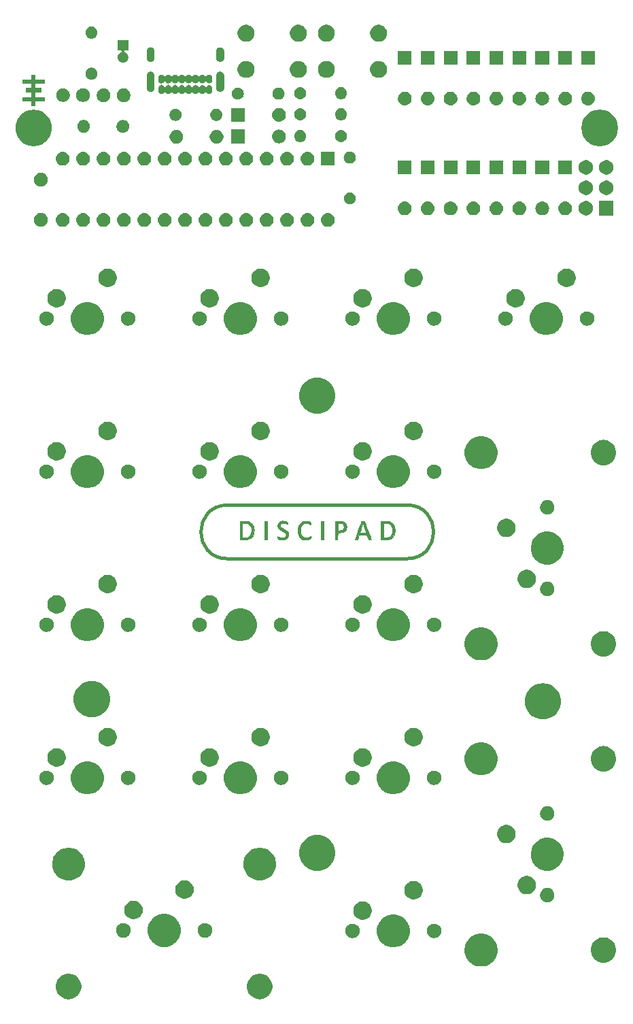
<source format=gbr>
G04 #@! TF.GenerationSoftware,KiCad,Pcbnew,(5.0.0)*
G04 #@! TF.CreationDate,2019-08-26T00:29:33-04:00*
G04 #@! TF.ProjectId,discipad-pcb,64697363697061642D7063622E6B6963,rev?*
G04 #@! TF.SameCoordinates,Original*
G04 #@! TF.FileFunction,Soldermask,Top*
G04 #@! TF.FilePolarity,Negative*
%FSLAX46Y46*%
G04 Gerber Fmt 4.6, Leading zero omitted, Abs format (unit mm)*
G04 Created by KiCad (PCBNEW (5.0.0)) date 08/26/19 00:29:33*
%MOMM*%
%LPD*%
G01*
G04 APERTURE LIST*
%ADD10C,0.400000*%
%ADD11C,0.010000*%
%ADD12C,0.100000*%
G04 APERTURE END LIST*
D10*
G04 #@! TO.C,G\002A\002A\002A*
X154983559Y-75406019D02*
G75*
G02X154983559Y-82086019I0J-3340000D01*
G01*
X132683559Y-82086019D02*
G75*
G02X132683559Y-75406019I0J3340000D01*
G01*
X132713559Y-82086019D02*
X154993559Y-82086019D01*
X132713559Y-75406019D02*
X154993559Y-75406019D01*
D11*
G36*
X152426051Y-77400161D02*
X152610739Y-77414266D01*
X152760563Y-77441191D01*
X152888668Y-77483730D01*
X153008198Y-77544676D01*
X153067267Y-77581873D01*
X153212403Y-77707878D01*
X153337652Y-77872665D01*
X153426374Y-78053527D01*
X153437470Y-78086985D01*
X153453057Y-78169518D01*
X153465423Y-78295095D01*
X153473120Y-78445212D01*
X153474954Y-78566019D01*
X153473350Y-78725384D01*
X153467325Y-78840477D01*
X153454104Y-78928580D01*
X153430911Y-79006978D01*
X153394971Y-79092951D01*
X153387795Y-79108690D01*
X153258773Y-79322782D01*
X153090386Y-79489609D01*
X152883784Y-79608274D01*
X152662450Y-79673858D01*
X152563370Y-79686602D01*
X152423048Y-79696848D01*
X152261802Y-79703398D01*
X152131322Y-79705171D01*
X151976353Y-79704773D01*
X151871798Y-79702097D01*
X151806495Y-79694916D01*
X151769282Y-79681004D01*
X151748998Y-79658137D01*
X151735282Y-79626197D01*
X151726851Y-79573408D01*
X151719805Y-79469027D01*
X151714139Y-79322014D01*
X151709843Y-79141329D01*
X151706911Y-78935930D01*
X151705334Y-78714777D01*
X151705105Y-78486831D01*
X151706217Y-78261051D01*
X151708662Y-78046396D01*
X151712432Y-77851826D01*
X151717519Y-77686301D01*
X151719722Y-77642383D01*
X152043923Y-77642383D01*
X152043923Y-79468088D01*
X152313317Y-79448368D01*
X152452720Y-79435316D01*
X152583410Y-79418187D01*
X152682117Y-79400159D01*
X152700164Y-79395577D01*
X152854592Y-79321217D01*
X152981409Y-79196173D01*
X153077401Y-79026298D01*
X153139351Y-78817447D01*
X153164045Y-78575472D01*
X153164337Y-78550625D01*
X153144865Y-78289561D01*
X153083627Y-78073670D01*
X152979931Y-77902250D01*
X152833089Y-77774602D01*
X152642409Y-77690025D01*
X152407201Y-77647819D01*
X152269244Y-77642383D01*
X152043923Y-77642383D01*
X151719722Y-77642383D01*
X151723917Y-77558781D01*
X151731617Y-77478224D01*
X151737127Y-77455631D01*
X151754702Y-77431749D01*
X151784282Y-77415236D01*
X151836125Y-77404753D01*
X151920488Y-77398960D01*
X152047630Y-77396519D01*
X152193357Y-77396080D01*
X152426051Y-77400161D01*
X152426051Y-77400161D01*
G37*
X152426051Y-77400161D02*
X152610739Y-77414266D01*
X152760563Y-77441191D01*
X152888668Y-77483730D01*
X153008198Y-77544676D01*
X153067267Y-77581873D01*
X153212403Y-77707878D01*
X153337652Y-77872665D01*
X153426374Y-78053527D01*
X153437470Y-78086985D01*
X153453057Y-78169518D01*
X153465423Y-78295095D01*
X153473120Y-78445212D01*
X153474954Y-78566019D01*
X153473350Y-78725384D01*
X153467325Y-78840477D01*
X153454104Y-78928580D01*
X153430911Y-79006978D01*
X153394971Y-79092951D01*
X153387795Y-79108690D01*
X153258773Y-79322782D01*
X153090386Y-79489609D01*
X152883784Y-79608274D01*
X152662450Y-79673858D01*
X152563370Y-79686602D01*
X152423048Y-79696848D01*
X152261802Y-79703398D01*
X152131322Y-79705171D01*
X151976353Y-79704773D01*
X151871798Y-79702097D01*
X151806495Y-79694916D01*
X151769282Y-79681004D01*
X151748998Y-79658137D01*
X151735282Y-79626197D01*
X151726851Y-79573408D01*
X151719805Y-79469027D01*
X151714139Y-79322014D01*
X151709843Y-79141329D01*
X151706911Y-78935930D01*
X151705334Y-78714777D01*
X151705105Y-78486831D01*
X151706217Y-78261051D01*
X151708662Y-78046396D01*
X151712432Y-77851826D01*
X151717519Y-77686301D01*
X151719722Y-77642383D01*
X152043923Y-77642383D01*
X152043923Y-79468088D01*
X152313317Y-79448368D01*
X152452720Y-79435316D01*
X152583410Y-79418187D01*
X152682117Y-79400159D01*
X152700164Y-79395577D01*
X152854592Y-79321217D01*
X152981409Y-79196173D01*
X153077401Y-79026298D01*
X153139351Y-78817447D01*
X153164045Y-78575472D01*
X153164337Y-78550625D01*
X153144865Y-78289561D01*
X153083627Y-78073670D01*
X152979931Y-77902250D01*
X152833089Y-77774602D01*
X152642409Y-77690025D01*
X152407201Y-77647819D01*
X152269244Y-77642383D01*
X152043923Y-77642383D01*
X151719722Y-77642383D01*
X151723917Y-77558781D01*
X151731617Y-77478224D01*
X151737127Y-77455631D01*
X151754702Y-77431749D01*
X151784282Y-77415236D01*
X151836125Y-77404753D01*
X151920488Y-77398960D01*
X152047630Y-77396519D01*
X152193357Y-77396080D01*
X152426051Y-77400161D01*
G36*
X149627074Y-77390772D02*
X149651118Y-77398802D01*
X149673371Y-77412715D01*
X149696217Y-77438008D01*
X149722038Y-77480179D01*
X149753217Y-77544724D01*
X149792136Y-77637138D01*
X149841178Y-77762920D01*
X149902726Y-77927566D01*
X149979163Y-78136572D01*
X150072870Y-78395435D01*
X150124066Y-78537299D01*
X150213490Y-78786735D01*
X150295356Y-79018067D01*
X150367482Y-79224904D01*
X150427689Y-79400859D01*
X150473796Y-79539542D01*
X150503622Y-79634565D01*
X150514987Y-79679539D01*
X150514794Y-79682080D01*
X150478465Y-79695596D01*
X150401805Y-79703908D01*
X150352888Y-79705171D01*
X150204881Y-79705171D01*
X150099321Y-79404989D01*
X149993762Y-79104807D01*
X149513869Y-79096347D01*
X149033977Y-79087886D01*
X148930283Y-79388831D01*
X148826590Y-79689777D01*
X148680347Y-79699161D01*
X148588051Y-79700511D01*
X148543629Y-79687018D01*
X148534105Y-79662737D01*
X148544116Y-79627581D01*
X148572308Y-79542304D01*
X148615917Y-79414690D01*
X148672178Y-79252524D01*
X148738329Y-79063589D01*
X148811606Y-78855669D01*
X148818783Y-78835413D01*
X149119092Y-78835413D01*
X149147929Y-78838329D01*
X149226685Y-78840738D01*
X149343700Y-78842407D01*
X149487317Y-78843103D01*
X149503923Y-78843110D01*
X149651176Y-78840986D01*
X149771939Y-78835170D01*
X149854849Y-78826498D01*
X149888541Y-78815806D01*
X149888771Y-78814811D01*
X149879085Y-78778037D01*
X149852144Y-78692784D01*
X149811123Y-78568661D01*
X149759199Y-78415277D01*
X149699546Y-78242240D01*
X149699307Y-78241553D01*
X149509843Y-77696595D01*
X149314476Y-78262155D01*
X149254207Y-78436999D01*
X149201483Y-78590673D01*
X149159367Y-78714185D01*
X149130926Y-78798539D01*
X149119225Y-78834743D01*
X149119092Y-78835413D01*
X148818783Y-78835413D01*
X148889245Y-78636549D01*
X148968482Y-78414012D01*
X149046553Y-78195841D01*
X149120696Y-77989822D01*
X149188145Y-77803738D01*
X149246139Y-77645373D01*
X149291912Y-77522510D01*
X149318678Y-77452985D01*
X149365645Y-77409059D01*
X149451850Y-77382973D01*
X149556484Y-77378924D01*
X149627074Y-77390772D01*
X149627074Y-77390772D01*
G37*
X149627074Y-77390772D02*
X149651118Y-77398802D01*
X149673371Y-77412715D01*
X149696217Y-77438008D01*
X149722038Y-77480179D01*
X149753217Y-77544724D01*
X149792136Y-77637138D01*
X149841178Y-77762920D01*
X149902726Y-77927566D01*
X149979163Y-78136572D01*
X150072870Y-78395435D01*
X150124066Y-78537299D01*
X150213490Y-78786735D01*
X150295356Y-79018067D01*
X150367482Y-79224904D01*
X150427689Y-79400859D01*
X150473796Y-79539542D01*
X150503622Y-79634565D01*
X150514987Y-79679539D01*
X150514794Y-79682080D01*
X150478465Y-79695596D01*
X150401805Y-79703908D01*
X150352888Y-79705171D01*
X150204881Y-79705171D01*
X150099321Y-79404989D01*
X149993762Y-79104807D01*
X149513869Y-79096347D01*
X149033977Y-79087886D01*
X148930283Y-79388831D01*
X148826590Y-79689777D01*
X148680347Y-79699161D01*
X148588051Y-79700511D01*
X148543629Y-79687018D01*
X148534105Y-79662737D01*
X148544116Y-79627581D01*
X148572308Y-79542304D01*
X148615917Y-79414690D01*
X148672178Y-79252524D01*
X148738329Y-79063589D01*
X148811606Y-78855669D01*
X148818783Y-78835413D01*
X149119092Y-78835413D01*
X149147929Y-78838329D01*
X149226685Y-78840738D01*
X149343700Y-78842407D01*
X149487317Y-78843103D01*
X149503923Y-78843110D01*
X149651176Y-78840986D01*
X149771939Y-78835170D01*
X149854849Y-78826498D01*
X149888541Y-78815806D01*
X149888771Y-78814811D01*
X149879085Y-78778037D01*
X149852144Y-78692784D01*
X149811123Y-78568661D01*
X149759199Y-78415277D01*
X149699546Y-78242240D01*
X149699307Y-78241553D01*
X149509843Y-77696595D01*
X149314476Y-78262155D01*
X149254207Y-78436999D01*
X149201483Y-78590673D01*
X149159367Y-78714185D01*
X149130926Y-78798539D01*
X149119225Y-78834743D01*
X149119092Y-78835413D01*
X148818783Y-78835413D01*
X148889245Y-78636549D01*
X148968482Y-78414012D01*
X149046553Y-78195841D01*
X149120696Y-77989822D01*
X149188145Y-77803738D01*
X149246139Y-77645373D01*
X149291912Y-77522510D01*
X149318678Y-77452985D01*
X149365645Y-77409059D01*
X149451850Y-77382973D01*
X149556484Y-77378924D01*
X149627074Y-77390772D01*
G36*
X146754301Y-77404113D02*
X146959200Y-77430214D01*
X147119943Y-77477390D01*
X147244305Y-77548644D01*
X147340058Y-77646982D01*
X147400178Y-77744988D01*
X147448436Y-77891210D01*
X147466767Y-78064874D01*
X147454785Y-78239483D01*
X147412101Y-78388540D01*
X147409673Y-78393759D01*
X147299090Y-78564555D01*
X147149978Y-78689999D01*
X146960363Y-78771143D01*
X146728270Y-78809038D01*
X146624224Y-78812322D01*
X146387857Y-78812322D01*
X146368230Y-79020140D01*
X146358029Y-79162583D01*
X146350852Y-79328349D01*
X146348384Y-79466565D01*
X146348165Y-79705171D01*
X146214751Y-79705171D01*
X146128356Y-79700804D01*
X146070365Y-79689841D01*
X146060812Y-79684645D01*
X146054435Y-79648295D01*
X146049280Y-79558964D01*
X146045309Y-79425236D01*
X146042485Y-79255693D01*
X146040772Y-79058917D01*
X146040132Y-78843492D01*
X146040529Y-78618000D01*
X146041925Y-78391023D01*
X146044284Y-78171145D01*
X146047570Y-77966947D01*
X146051744Y-77787013D01*
X146056686Y-77642383D01*
X146378953Y-77642383D01*
X146378953Y-78566019D01*
X146586771Y-78565971D01*
X146768907Y-78552298D01*
X146900159Y-78512092D01*
X147021545Y-78429282D01*
X147095527Y-78323085D01*
X147128760Y-78181514D01*
X147132178Y-78094141D01*
X147117267Y-77932880D01*
X147070429Y-77816613D01*
X146985312Y-77734325D01*
X146899894Y-77691175D01*
X146800556Y-77664445D01*
X146672146Y-77646759D01*
X146578451Y-77642383D01*
X146378953Y-77642383D01*
X146056686Y-77642383D01*
X146056770Y-77639925D01*
X146062612Y-77534266D01*
X146069231Y-77478618D01*
X146070312Y-77475054D01*
X146100338Y-77396080D01*
X146497472Y-77396080D01*
X146754301Y-77404113D01*
X146754301Y-77404113D01*
G37*
X146754301Y-77404113D02*
X146959200Y-77430214D01*
X147119943Y-77477390D01*
X147244305Y-77548644D01*
X147340058Y-77646982D01*
X147400178Y-77744988D01*
X147448436Y-77891210D01*
X147466767Y-78064874D01*
X147454785Y-78239483D01*
X147412101Y-78388540D01*
X147409673Y-78393759D01*
X147299090Y-78564555D01*
X147149978Y-78689999D01*
X146960363Y-78771143D01*
X146728270Y-78809038D01*
X146624224Y-78812322D01*
X146387857Y-78812322D01*
X146368230Y-79020140D01*
X146358029Y-79162583D01*
X146350852Y-79328349D01*
X146348384Y-79466565D01*
X146348165Y-79705171D01*
X146214751Y-79705171D01*
X146128356Y-79700804D01*
X146070365Y-79689841D01*
X146060812Y-79684645D01*
X146054435Y-79648295D01*
X146049280Y-79558964D01*
X146045309Y-79425236D01*
X146042485Y-79255693D01*
X146040772Y-79058917D01*
X146040132Y-78843492D01*
X146040529Y-78618000D01*
X146041925Y-78391023D01*
X146044284Y-78171145D01*
X146047570Y-77966947D01*
X146051744Y-77787013D01*
X146056686Y-77642383D01*
X146378953Y-77642383D01*
X146378953Y-78566019D01*
X146586771Y-78565971D01*
X146768907Y-78552298D01*
X146900159Y-78512092D01*
X147021545Y-78429282D01*
X147095527Y-78323085D01*
X147128760Y-78181514D01*
X147132178Y-78094141D01*
X147117267Y-77932880D01*
X147070429Y-77816613D01*
X146985312Y-77734325D01*
X146899894Y-77691175D01*
X146800556Y-77664445D01*
X146672146Y-77646759D01*
X146578451Y-77642383D01*
X146378953Y-77642383D01*
X146056686Y-77642383D01*
X146056770Y-77639925D01*
X146062612Y-77534266D01*
X146069231Y-77478618D01*
X146070312Y-77475054D01*
X146100338Y-77396080D01*
X146497472Y-77396080D01*
X146754301Y-77404113D01*
G36*
X144553593Y-77398558D02*
X144624804Y-77425632D01*
X144616727Y-78557705D01*
X144608650Y-79689777D01*
X144462408Y-79699161D01*
X144316165Y-79708544D01*
X144316165Y-77403258D01*
X144399274Y-77387371D01*
X144490190Y-77385089D01*
X144553593Y-77398558D01*
X144553593Y-77398558D01*
G37*
X144553593Y-77398558D02*
X144624804Y-77425632D01*
X144616727Y-78557705D01*
X144608650Y-79689777D01*
X144462408Y-79699161D01*
X144316165Y-79708544D01*
X144316165Y-77403258D01*
X144399274Y-77387371D01*
X144490190Y-77385089D01*
X144553593Y-77398558D01*
G36*
X137497021Y-77388615D02*
X137574362Y-77403400D01*
X137566294Y-78546588D01*
X137558226Y-79689777D01*
X137411983Y-79699161D01*
X137265741Y-79708544D01*
X137265741Y-77403258D01*
X137342711Y-77388544D01*
X137436888Y-77382758D01*
X137497021Y-77388615D01*
X137497021Y-77388615D01*
G37*
X137497021Y-77388615D02*
X137574362Y-77403400D01*
X137566294Y-78546588D01*
X137558226Y-79689777D01*
X137411983Y-79699161D01*
X137265741Y-79708544D01*
X137265741Y-77403258D01*
X137342711Y-77388544D01*
X137436888Y-77382758D01*
X137497021Y-77388615D01*
G36*
X134651971Y-77399504D02*
X134748269Y-77401682D01*
X134971468Y-77410427D01*
X135145503Y-77425978D01*
X135282703Y-77451941D01*
X135395397Y-77491915D01*
X135495914Y-77549506D01*
X135596583Y-77628314D01*
X135632447Y-77660051D01*
X135776840Y-77830661D01*
X135881990Y-78041598D01*
X135945284Y-78283695D01*
X135964108Y-78547782D01*
X135946473Y-78761563D01*
X135885164Y-79029381D01*
X135786848Y-79248994D01*
X135649298Y-79423012D01*
X135470287Y-79554041D01*
X135247591Y-79644689D01*
X135176705Y-79663284D01*
X135071199Y-79681000D01*
X134934695Y-79693851D01*
X134780707Y-79701769D01*
X134622749Y-79704681D01*
X134474336Y-79702519D01*
X134348979Y-79695211D01*
X134260195Y-79682689D01*
X134223899Y-79668225D01*
X134213313Y-79639956D01*
X134204729Y-79575604D01*
X134198006Y-79470958D01*
X134197906Y-79467956D01*
X134494832Y-79467956D01*
X134792859Y-79447007D01*
X134961050Y-79429528D01*
X135106634Y-79403707D01*
X135210808Y-79372937D01*
X135216193Y-79370628D01*
X135377628Y-79266720D01*
X135501126Y-79116133D01*
X135585177Y-78921834D01*
X135628266Y-78686792D01*
X135633983Y-78550625D01*
X135612087Y-78289484D01*
X135546293Y-78071374D01*
X135436449Y-77895988D01*
X135282401Y-77763019D01*
X135221262Y-77728100D01*
X135129579Y-77691770D01*
X135013101Y-77667461D01*
X134856060Y-77652241D01*
X134795014Y-77648828D01*
X134494832Y-77634150D01*
X134494832Y-79467956D01*
X134197906Y-79467956D01*
X134193006Y-79321806D01*
X134189590Y-79123935D01*
X134187619Y-78873133D01*
X134186955Y-78565189D01*
X134186953Y-78548237D01*
X134187276Y-78255397D01*
X134188406Y-78018246D01*
X134190581Y-77830901D01*
X134194042Y-77687479D01*
X134199027Y-77582097D01*
X134205776Y-77508870D01*
X134214529Y-77461916D01*
X134225524Y-77435351D01*
X134232572Y-77427335D01*
X134272360Y-77411797D01*
X134351196Y-77402195D01*
X134475570Y-77398205D01*
X134651971Y-77399504D01*
X134651971Y-77399504D01*
G37*
X134651971Y-77399504D02*
X134748269Y-77401682D01*
X134971468Y-77410427D01*
X135145503Y-77425978D01*
X135282703Y-77451941D01*
X135395397Y-77491915D01*
X135495914Y-77549506D01*
X135596583Y-77628314D01*
X135632447Y-77660051D01*
X135776840Y-77830661D01*
X135881990Y-78041598D01*
X135945284Y-78283695D01*
X135964108Y-78547782D01*
X135946473Y-78761563D01*
X135885164Y-79029381D01*
X135786848Y-79248994D01*
X135649298Y-79423012D01*
X135470287Y-79554041D01*
X135247591Y-79644689D01*
X135176705Y-79663284D01*
X135071199Y-79681000D01*
X134934695Y-79693851D01*
X134780707Y-79701769D01*
X134622749Y-79704681D01*
X134474336Y-79702519D01*
X134348979Y-79695211D01*
X134260195Y-79682689D01*
X134223899Y-79668225D01*
X134213313Y-79639956D01*
X134204729Y-79575604D01*
X134198006Y-79470958D01*
X134197906Y-79467956D01*
X134494832Y-79467956D01*
X134792859Y-79447007D01*
X134961050Y-79429528D01*
X135106634Y-79403707D01*
X135210808Y-79372937D01*
X135216193Y-79370628D01*
X135377628Y-79266720D01*
X135501126Y-79116133D01*
X135585177Y-78921834D01*
X135628266Y-78686792D01*
X135633983Y-78550625D01*
X135612087Y-78289484D01*
X135546293Y-78071374D01*
X135436449Y-77895988D01*
X135282401Y-77763019D01*
X135221262Y-77728100D01*
X135129579Y-77691770D01*
X135013101Y-77667461D01*
X134856060Y-77652241D01*
X134795014Y-77648828D01*
X134494832Y-77634150D01*
X134494832Y-79467956D01*
X134197906Y-79467956D01*
X134193006Y-79321806D01*
X134189590Y-79123935D01*
X134187619Y-78873133D01*
X134186955Y-78565189D01*
X134186953Y-78548237D01*
X134187276Y-78255397D01*
X134188406Y-78018246D01*
X134190581Y-77830901D01*
X134194042Y-77687479D01*
X134199027Y-77582097D01*
X134205776Y-77508870D01*
X134214529Y-77461916D01*
X134225524Y-77435351D01*
X134232572Y-77427335D01*
X134272360Y-77411797D01*
X134351196Y-77402195D01*
X134475570Y-77398205D01*
X134651971Y-77399504D01*
G36*
X142533601Y-77383592D02*
X142635915Y-77392905D01*
X142720984Y-77414284D01*
X142810930Y-77452093D01*
X142853741Y-77473049D01*
X142953007Y-77525186D01*
X143009508Y-77566147D01*
X143036481Y-77610352D01*
X143047166Y-77672220D01*
X143048266Y-77684925D01*
X143048619Y-77781078D01*
X143025298Y-77828234D01*
X142971599Y-77828830D01*
X142880823Y-77785304D01*
X142839997Y-77760686D01*
X142670941Y-77684604D01*
X142480587Y-77645656D01*
X142292527Y-77647045D01*
X142181926Y-77671350D01*
X142059050Y-77739137D01*
X141941317Y-77852071D01*
X141842156Y-77994283D01*
X141774992Y-78149903D01*
X141773924Y-78153538D01*
X141740024Y-78330524D01*
X141729119Y-78532847D01*
X141739980Y-78740254D01*
X141771378Y-78932493D01*
X141822085Y-79089310D01*
X141831929Y-79109802D01*
X141944717Y-79270178D01*
X142090966Y-79382224D01*
X142264180Y-79444463D01*
X142457863Y-79455417D01*
X142665519Y-79413607D01*
X142840825Y-79339357D01*
X142936717Y-79292096D01*
X143009633Y-79261771D01*
X143044490Y-79254616D01*
X143044976Y-79254992D01*
X143055535Y-79292722D01*
X143062431Y-79366546D01*
X143063033Y-79382653D01*
X143052010Y-79476798D01*
X143004497Y-79542118D01*
X142990774Y-79553241D01*
X142842689Y-79635506D01*
X142656830Y-79692664D01*
X142452731Y-79722122D01*
X142249931Y-79721290D01*
X142067965Y-79687574D01*
X142042422Y-79679074D01*
X141836067Y-79580919D01*
X141675133Y-79447094D01*
X141552405Y-79270206D01*
X141480743Y-79103849D01*
X141412968Y-78838979D01*
X141391228Y-78571754D01*
X141412955Y-78310989D01*
X141475583Y-78065498D01*
X141576545Y-77844095D01*
X141713273Y-77655596D01*
X141883200Y-77508815D01*
X141958121Y-77464674D01*
X142046045Y-77423652D01*
X142129380Y-77398885D01*
X142229064Y-77386384D01*
X142366035Y-77382156D01*
X142391923Y-77381985D01*
X142533601Y-77383592D01*
X142533601Y-77383592D01*
G37*
X142533601Y-77383592D02*
X142635915Y-77392905D01*
X142720984Y-77414284D01*
X142810930Y-77452093D01*
X142853741Y-77473049D01*
X142953007Y-77525186D01*
X143009508Y-77566147D01*
X143036481Y-77610352D01*
X143047166Y-77672220D01*
X143048266Y-77684925D01*
X143048619Y-77781078D01*
X143025298Y-77828234D01*
X142971599Y-77828830D01*
X142880823Y-77785304D01*
X142839997Y-77760686D01*
X142670941Y-77684604D01*
X142480587Y-77645656D01*
X142292527Y-77647045D01*
X142181926Y-77671350D01*
X142059050Y-77739137D01*
X141941317Y-77852071D01*
X141842156Y-77994283D01*
X141774992Y-78149903D01*
X141773924Y-78153538D01*
X141740024Y-78330524D01*
X141729119Y-78532847D01*
X141739980Y-78740254D01*
X141771378Y-78932493D01*
X141822085Y-79089310D01*
X141831929Y-79109802D01*
X141944717Y-79270178D01*
X142090966Y-79382224D01*
X142264180Y-79444463D01*
X142457863Y-79455417D01*
X142665519Y-79413607D01*
X142840825Y-79339357D01*
X142936717Y-79292096D01*
X143009633Y-79261771D01*
X143044490Y-79254616D01*
X143044976Y-79254992D01*
X143055535Y-79292722D01*
X143062431Y-79366546D01*
X143063033Y-79382653D01*
X143052010Y-79476798D01*
X143004497Y-79542118D01*
X142990774Y-79553241D01*
X142842689Y-79635506D01*
X142656830Y-79692664D01*
X142452731Y-79722122D01*
X142249931Y-79721290D01*
X142067965Y-79687574D01*
X142042422Y-79679074D01*
X141836067Y-79580919D01*
X141675133Y-79447094D01*
X141552405Y-79270206D01*
X141480743Y-79103849D01*
X141412968Y-78838979D01*
X141391228Y-78571754D01*
X141412955Y-78310989D01*
X141475583Y-78065498D01*
X141576545Y-77844095D01*
X141713273Y-77655596D01*
X141883200Y-77508815D01*
X141958121Y-77464674D01*
X142046045Y-77423652D01*
X142129380Y-77398885D01*
X142229064Y-77386384D01*
X142366035Y-77382156D01*
X142391923Y-77381985D01*
X142533601Y-77383592D01*
G36*
X139670907Y-77374276D02*
X139845860Y-77401340D01*
X139990423Y-77449818D01*
X139998165Y-77453668D01*
X140078158Y-77499261D01*
X140116541Y-77542488D01*
X140128356Y-77605116D01*
X140129014Y-77643008D01*
X140122265Y-77722314D01*
X140095761Y-77759486D01*
X140040111Y-77756771D01*
X139945926Y-77716421D01*
X139906750Y-77696262D01*
X139784868Y-77648315D01*
X139643765Y-77628437D01*
X139580003Y-77626989D01*
X139470049Y-77629606D01*
X139399989Y-77642548D01*
X139348204Y-77673448D01*
X139295216Y-77727535D01*
X139219541Y-77840986D01*
X139199908Y-77951298D01*
X139237398Y-78060373D01*
X139333090Y-78170110D01*
X139488063Y-78282409D01*
X139666498Y-78380942D01*
X139850556Y-78477526D01*
X139986334Y-78560352D01*
X140083240Y-78637190D01*
X140150683Y-78715809D01*
X140198073Y-78803980D01*
X140207650Y-78827795D01*
X140250671Y-79019484D01*
X140237336Y-79207462D01*
X140171683Y-79380958D01*
X140057747Y-79529202D01*
X139903478Y-79639425D01*
X139732985Y-79699957D01*
X139532764Y-79728695D01*
X139326545Y-79724410D01*
X139138052Y-79685875D01*
X139120639Y-79679930D01*
X138977873Y-79618898D01*
X138888464Y-79553537D01*
X138844287Y-79476135D01*
X138835923Y-79409731D01*
X138843359Y-79335549D01*
X138861407Y-79292964D01*
X138862887Y-79291898D01*
X138902305Y-79296063D01*
X138979018Y-79323230D01*
X139070705Y-79364794D01*
X139187287Y-79413738D01*
X139303215Y-79448387D01*
X139374711Y-79459594D01*
X139521342Y-79463347D01*
X139623510Y-79457048D01*
X139698034Y-79436635D01*
X139761735Y-79398044D01*
X139813890Y-79353476D01*
X139885442Y-79279701D01*
X139919358Y-79213941D01*
X139928641Y-79129178D01*
X139928716Y-79114870D01*
X139919514Y-79017639D01*
X139887095Y-78934975D01*
X139823812Y-78858876D01*
X139722018Y-78781343D01*
X139574067Y-78694376D01*
X139478545Y-78643901D01*
X139260963Y-78520587D01*
X139099222Y-78403038D01*
X138988396Y-78287078D01*
X138926224Y-78175746D01*
X138902134Y-78058599D01*
X138900739Y-77916333D01*
X138921131Y-77780700D01*
X138939094Y-77725580D01*
X139015197Y-77607429D01*
X139131539Y-77499269D01*
X139267238Y-77418556D01*
X139335822Y-77393947D01*
X139492063Y-77371015D01*
X139670907Y-77374276D01*
X139670907Y-77374276D01*
G37*
X139670907Y-77374276D02*
X139845860Y-77401340D01*
X139990423Y-77449818D01*
X139998165Y-77453668D01*
X140078158Y-77499261D01*
X140116541Y-77542488D01*
X140128356Y-77605116D01*
X140129014Y-77643008D01*
X140122265Y-77722314D01*
X140095761Y-77759486D01*
X140040111Y-77756771D01*
X139945926Y-77716421D01*
X139906750Y-77696262D01*
X139784868Y-77648315D01*
X139643765Y-77628437D01*
X139580003Y-77626989D01*
X139470049Y-77629606D01*
X139399989Y-77642548D01*
X139348204Y-77673448D01*
X139295216Y-77727535D01*
X139219541Y-77840986D01*
X139199908Y-77951298D01*
X139237398Y-78060373D01*
X139333090Y-78170110D01*
X139488063Y-78282409D01*
X139666498Y-78380942D01*
X139850556Y-78477526D01*
X139986334Y-78560352D01*
X140083240Y-78637190D01*
X140150683Y-78715809D01*
X140198073Y-78803980D01*
X140207650Y-78827795D01*
X140250671Y-79019484D01*
X140237336Y-79207462D01*
X140171683Y-79380958D01*
X140057747Y-79529202D01*
X139903478Y-79639425D01*
X139732985Y-79699957D01*
X139532764Y-79728695D01*
X139326545Y-79724410D01*
X139138052Y-79685875D01*
X139120639Y-79679930D01*
X138977873Y-79618898D01*
X138888464Y-79553537D01*
X138844287Y-79476135D01*
X138835923Y-79409731D01*
X138843359Y-79335549D01*
X138861407Y-79292964D01*
X138862887Y-79291898D01*
X138902305Y-79296063D01*
X138979018Y-79323230D01*
X139070705Y-79364794D01*
X139187287Y-79413738D01*
X139303215Y-79448387D01*
X139374711Y-79459594D01*
X139521342Y-79463347D01*
X139623510Y-79457048D01*
X139698034Y-79436635D01*
X139761735Y-79398044D01*
X139813890Y-79353476D01*
X139885442Y-79279701D01*
X139919358Y-79213941D01*
X139928641Y-79129178D01*
X139928716Y-79114870D01*
X139919514Y-79017639D01*
X139887095Y-78934975D01*
X139823812Y-78858876D01*
X139722018Y-78781343D01*
X139574067Y-78694376D01*
X139478545Y-78643901D01*
X139260963Y-78520587D01*
X139099222Y-78403038D01*
X138988396Y-78287078D01*
X138926224Y-78175746D01*
X138902134Y-78058599D01*
X138900739Y-77916333D01*
X138921131Y-77780700D01*
X138939094Y-77725580D01*
X139015197Y-77607429D01*
X139131539Y-77499269D01*
X139267238Y-77418556D01*
X139335822Y-77393947D01*
X139492063Y-77371015D01*
X139670907Y-77374276D01*
G36*
X108672737Y-22441364D02*
X109242120Y-22443541D01*
X109811503Y-22445717D01*
X109811503Y-22852117D01*
X108672737Y-22856469D01*
X108672737Y-23516750D01*
X109392404Y-23516750D01*
X109392404Y-23948550D01*
X108672737Y-23948550D01*
X108672737Y-24625764D01*
X109242120Y-24627941D01*
X109811503Y-24630117D01*
X109813766Y-24843900D01*
X109816028Y-25057683D01*
X108672737Y-25057683D01*
X108672737Y-25675750D01*
X108232470Y-25675750D01*
X108232470Y-25057683D01*
X107097937Y-25057683D01*
X107097937Y-24625884D01*
X108232470Y-24625884D01*
X108232470Y-23948550D01*
X107521270Y-23948550D01*
X107521270Y-23516750D01*
X108232470Y-23516750D01*
X108232470Y-22856350D01*
X107097937Y-22856350D01*
X107097937Y-22441484D01*
X108232251Y-22441484D01*
X108236703Y-21853050D01*
X108454720Y-21850791D01*
X108672737Y-21848531D01*
X108672737Y-22441364D01*
X108672737Y-22441364D01*
G37*
X108672737Y-22441364D02*
X109242120Y-22443541D01*
X109811503Y-22445717D01*
X109811503Y-22852117D01*
X108672737Y-22856469D01*
X108672737Y-23516750D01*
X109392404Y-23516750D01*
X109392404Y-23948550D01*
X108672737Y-23948550D01*
X108672737Y-24625764D01*
X109242120Y-24627941D01*
X109811503Y-24630117D01*
X109813766Y-24843900D01*
X109816028Y-25057683D01*
X108672737Y-25057683D01*
X108672737Y-25675750D01*
X108232470Y-25675750D01*
X108232470Y-25057683D01*
X107097937Y-25057683D01*
X107097937Y-24625884D01*
X108232470Y-24625884D01*
X108232470Y-23948550D01*
X107521270Y-23948550D01*
X107521270Y-23516750D01*
X108232470Y-23516750D01*
X108232470Y-22856350D01*
X107097937Y-22856350D01*
X107097937Y-22441484D01*
X108232251Y-22441484D01*
X108236703Y-21853050D01*
X108454720Y-21850791D01*
X108672737Y-21848531D01*
X108672737Y-22441364D01*
D12*
G36*
X136871739Y-133756048D02*
X137125702Y-133806564D01*
X137412516Y-133925367D01*
X137670642Y-134097841D01*
X137890159Y-134317358D01*
X138062633Y-134575484D01*
X138181436Y-134862298D01*
X138242000Y-135166778D01*
X138242000Y-135477222D01*
X138181436Y-135781702D01*
X138062633Y-136068516D01*
X137890159Y-136326642D01*
X137670642Y-136546159D01*
X137412516Y-136718633D01*
X137125702Y-136837436D01*
X136871739Y-136887952D01*
X136821223Y-136898000D01*
X136510777Y-136898000D01*
X136460261Y-136887952D01*
X136206298Y-136837436D01*
X135919484Y-136718633D01*
X135661358Y-136546159D01*
X135441841Y-136326642D01*
X135269367Y-136068516D01*
X135150564Y-135781702D01*
X135090000Y-135477222D01*
X135090000Y-135166778D01*
X135150564Y-134862298D01*
X135269367Y-134575484D01*
X135441841Y-134317358D01*
X135661358Y-134097841D01*
X135919484Y-133925367D01*
X136206298Y-133806564D01*
X136460261Y-133756048D01*
X136510777Y-133746000D01*
X136821223Y-133746000D01*
X136871739Y-133756048D01*
X136871739Y-133756048D01*
G37*
G36*
X113071739Y-133756048D02*
X113325702Y-133806564D01*
X113612516Y-133925367D01*
X113870642Y-134097841D01*
X114090159Y-134317358D01*
X114262633Y-134575484D01*
X114381436Y-134862298D01*
X114442000Y-135166778D01*
X114442000Y-135477222D01*
X114381436Y-135781702D01*
X114262633Y-136068516D01*
X114090159Y-136326642D01*
X113870642Y-136546159D01*
X113612516Y-136718633D01*
X113325702Y-136837436D01*
X113071739Y-136887952D01*
X113021223Y-136898000D01*
X112710777Y-136898000D01*
X112660261Y-136887952D01*
X112406298Y-136837436D01*
X112119484Y-136718633D01*
X111861358Y-136546159D01*
X111641841Y-136326642D01*
X111469367Y-136068516D01*
X111350564Y-135781702D01*
X111290000Y-135477222D01*
X111290000Y-135166778D01*
X111350564Y-134862298D01*
X111469367Y-134575484D01*
X111641841Y-134317358D01*
X111861358Y-134097841D01*
X112119484Y-133925367D01*
X112406298Y-133806564D01*
X112660261Y-133756048D01*
X112710777Y-133746000D01*
X113021223Y-133746000D01*
X113071739Y-133756048D01*
X113071739Y-133756048D01*
G37*
G36*
X164824252Y-128799818D02*
X164824254Y-128799819D01*
X164824255Y-128799819D01*
X165197513Y-128954427D01*
X165410668Y-129096853D01*
X165533439Y-129178886D01*
X165819114Y-129464561D01*
X165819116Y-129464564D01*
X166043573Y-129800487D01*
X166198181Y-130173745D01*
X166198182Y-130173748D01*
X166252734Y-130448000D01*
X166277000Y-130569994D01*
X166277000Y-130974006D01*
X166198181Y-131370255D01*
X166043573Y-131743513D01*
X165874761Y-131996157D01*
X165819114Y-132079439D01*
X165533439Y-132365114D01*
X165533436Y-132365116D01*
X165197513Y-132589573D01*
X164824255Y-132744181D01*
X164824254Y-132744181D01*
X164824252Y-132744182D01*
X164428007Y-132823000D01*
X164023993Y-132823000D01*
X163627748Y-132744182D01*
X163627746Y-132744181D01*
X163627745Y-132744181D01*
X163254487Y-132589573D01*
X162918564Y-132365116D01*
X162918561Y-132365114D01*
X162632886Y-132079439D01*
X162577239Y-131996157D01*
X162408427Y-131743513D01*
X162253819Y-131370255D01*
X162175000Y-130974006D01*
X162175000Y-130569994D01*
X162199266Y-130448000D01*
X162253818Y-130173748D01*
X162253819Y-130173745D01*
X162408427Y-129800487D01*
X162632884Y-129464564D01*
X162632886Y-129464561D01*
X162918561Y-129178886D01*
X163041332Y-129096853D01*
X163254487Y-128954427D01*
X163627745Y-128799819D01*
X163627746Y-128799819D01*
X163627748Y-128799818D01*
X164023993Y-128721000D01*
X164428007Y-128721000D01*
X164824252Y-128799818D01*
X164824252Y-128799818D01*
G37*
G36*
X179671739Y-129206048D02*
X179925702Y-129256564D01*
X180212516Y-129375367D01*
X180470642Y-129547841D01*
X180690159Y-129767358D01*
X180862633Y-130025484D01*
X180981436Y-130312298D01*
X181042000Y-130616778D01*
X181042000Y-130927222D01*
X180981436Y-131231702D01*
X180862633Y-131518516D01*
X180690159Y-131776642D01*
X180470642Y-131996159D01*
X180212516Y-132168633D01*
X179925702Y-132287436D01*
X179671739Y-132337952D01*
X179621223Y-132348000D01*
X179310777Y-132348000D01*
X179260261Y-132337952D01*
X179006298Y-132287436D01*
X178719484Y-132168633D01*
X178461358Y-131996159D01*
X178241841Y-131776642D01*
X178069367Y-131518516D01*
X177950564Y-131231702D01*
X177890000Y-130927222D01*
X177890000Y-130616778D01*
X177950564Y-130312298D01*
X178069367Y-130025484D01*
X178241841Y-129767358D01*
X178461358Y-129547841D01*
X178719484Y-129375367D01*
X179006298Y-129256564D01*
X179260261Y-129206048D01*
X179310777Y-129196000D01*
X179621223Y-129196000D01*
X179671739Y-129206048D01*
X179671739Y-129206048D01*
G37*
G36*
X153887252Y-126424818D02*
X153887254Y-126424819D01*
X153887255Y-126424819D01*
X154260513Y-126579427D01*
X154591905Y-126800857D01*
X154596439Y-126803886D01*
X154882114Y-127089561D01*
X154882116Y-127089564D01*
X155106573Y-127425487D01*
X155135780Y-127496000D01*
X155261182Y-127798748D01*
X155340000Y-128194993D01*
X155340000Y-128599007D01*
X155265936Y-128971354D01*
X155261181Y-128995255D01*
X155106573Y-129368513D01*
X154986748Y-129547843D01*
X154882114Y-129704439D01*
X154596439Y-129990114D01*
X154596436Y-129990116D01*
X154260513Y-130214573D01*
X153887255Y-130369181D01*
X153887254Y-130369181D01*
X153887252Y-130369182D01*
X153491007Y-130448000D01*
X153086993Y-130448000D01*
X152690748Y-130369182D01*
X152690746Y-130369181D01*
X152690745Y-130369181D01*
X152317487Y-130214573D01*
X151981564Y-129990116D01*
X151981561Y-129990114D01*
X151695886Y-129704439D01*
X151591252Y-129547843D01*
X151471427Y-129368513D01*
X151316819Y-128995255D01*
X151312065Y-128971354D01*
X151238000Y-128599007D01*
X151238000Y-128194993D01*
X151316818Y-127798748D01*
X151442220Y-127496000D01*
X151471427Y-127425487D01*
X151695884Y-127089564D01*
X151695886Y-127089561D01*
X151981561Y-126803886D01*
X151986095Y-126800857D01*
X152317487Y-126579427D01*
X152690745Y-126424819D01*
X152690746Y-126424819D01*
X152690748Y-126424818D01*
X153086993Y-126346000D01*
X153491007Y-126346000D01*
X153887252Y-126424818D01*
X153887252Y-126424818D01*
G37*
G36*
X125364252Y-126349818D02*
X125364254Y-126349819D01*
X125364255Y-126349819D01*
X125737513Y-126504427D01*
X126068905Y-126725857D01*
X126073439Y-126728886D01*
X126359114Y-127014561D01*
X126359116Y-127014564D01*
X126583573Y-127350487D01*
X126627122Y-127455624D01*
X126738182Y-127723748D01*
X126817000Y-128119993D01*
X126817000Y-128524007D01*
X126742936Y-128896354D01*
X126738181Y-128920255D01*
X126583573Y-129293513D01*
X126533459Y-129368514D01*
X126359114Y-129629439D01*
X126073439Y-129915114D01*
X126073436Y-129915116D01*
X125737513Y-130139573D01*
X125364255Y-130294181D01*
X125364254Y-130294181D01*
X125364252Y-130294182D01*
X124968007Y-130373000D01*
X124563993Y-130373000D01*
X124167748Y-130294182D01*
X124167746Y-130294181D01*
X124167745Y-130294181D01*
X123794487Y-130139573D01*
X123458564Y-129915116D01*
X123458561Y-129915114D01*
X123172886Y-129629439D01*
X122998541Y-129368514D01*
X122948427Y-129293513D01*
X122793819Y-128920255D01*
X122789065Y-128896354D01*
X122715000Y-128524007D01*
X122715000Y-128119993D01*
X122793818Y-127723748D01*
X122904878Y-127455624D01*
X122948427Y-127350487D01*
X123172884Y-127014564D01*
X123172886Y-127014561D01*
X123458561Y-126728886D01*
X123463095Y-126725857D01*
X123794487Y-126504427D01*
X124167745Y-126349819D01*
X124167746Y-126349819D01*
X124167748Y-126349818D01*
X124563993Y-126271000D01*
X124968007Y-126271000D01*
X125364252Y-126349818D01*
X125364252Y-126349818D01*
G37*
G36*
X158631812Y-127530624D02*
X158795784Y-127598544D01*
X158943354Y-127697147D01*
X159068853Y-127822646D01*
X159167456Y-127970216D01*
X159235376Y-128134188D01*
X159270000Y-128308259D01*
X159270000Y-128485741D01*
X159235376Y-128659812D01*
X159167456Y-128823784D01*
X159068853Y-128971354D01*
X158943354Y-129096853D01*
X158795784Y-129195456D01*
X158631812Y-129263376D01*
X158457741Y-129298000D01*
X158280259Y-129298000D01*
X158106188Y-129263376D01*
X157942216Y-129195456D01*
X157794646Y-129096853D01*
X157669147Y-128971354D01*
X157570544Y-128823784D01*
X157502624Y-128659812D01*
X157468000Y-128485741D01*
X157468000Y-128308259D01*
X157502624Y-128134188D01*
X157570544Y-127970216D01*
X157669147Y-127822646D01*
X157794646Y-127697147D01*
X157942216Y-127598544D01*
X158106188Y-127530624D01*
X158280259Y-127496000D01*
X158457741Y-127496000D01*
X158631812Y-127530624D01*
X158631812Y-127530624D01*
G37*
G36*
X148471812Y-127530624D02*
X148635784Y-127598544D01*
X148783354Y-127697147D01*
X148908853Y-127822646D01*
X149007456Y-127970216D01*
X149075376Y-128134188D01*
X149110000Y-128308259D01*
X149110000Y-128485741D01*
X149075376Y-128659812D01*
X149007456Y-128823784D01*
X148908853Y-128971354D01*
X148783354Y-129096853D01*
X148635784Y-129195456D01*
X148471812Y-129263376D01*
X148297741Y-129298000D01*
X148120259Y-129298000D01*
X147946188Y-129263376D01*
X147782216Y-129195456D01*
X147634646Y-129096853D01*
X147509147Y-128971354D01*
X147410544Y-128823784D01*
X147342624Y-128659812D01*
X147308000Y-128485741D01*
X147308000Y-128308259D01*
X147342624Y-128134188D01*
X147410544Y-127970216D01*
X147509147Y-127822646D01*
X147634646Y-127697147D01*
X147782216Y-127598544D01*
X147946188Y-127530624D01*
X148120259Y-127496000D01*
X148297741Y-127496000D01*
X148471812Y-127530624D01*
X148471812Y-127530624D01*
G37*
G36*
X130108812Y-127455624D02*
X130272784Y-127523544D01*
X130420354Y-127622147D01*
X130545853Y-127747646D01*
X130644456Y-127895216D01*
X130712376Y-128059188D01*
X130747000Y-128233259D01*
X130747000Y-128410741D01*
X130712376Y-128584812D01*
X130644456Y-128748784D01*
X130545853Y-128896354D01*
X130420354Y-129021853D01*
X130272784Y-129120456D01*
X130108812Y-129188376D01*
X129934741Y-129223000D01*
X129757259Y-129223000D01*
X129583188Y-129188376D01*
X129419216Y-129120456D01*
X129271646Y-129021853D01*
X129146147Y-128896354D01*
X129047544Y-128748784D01*
X128979624Y-128584812D01*
X128945000Y-128410741D01*
X128945000Y-128233259D01*
X128979624Y-128059188D01*
X129047544Y-127895216D01*
X129146147Y-127747646D01*
X129271646Y-127622147D01*
X129419216Y-127523544D01*
X129583188Y-127455624D01*
X129757259Y-127421000D01*
X129934741Y-127421000D01*
X130108812Y-127455624D01*
X130108812Y-127455624D01*
G37*
G36*
X119948812Y-127455624D02*
X120112784Y-127523544D01*
X120260354Y-127622147D01*
X120385853Y-127747646D01*
X120484456Y-127895216D01*
X120552376Y-128059188D01*
X120587000Y-128233259D01*
X120587000Y-128410741D01*
X120552376Y-128584812D01*
X120484456Y-128748784D01*
X120385853Y-128896354D01*
X120260354Y-129021853D01*
X120112784Y-129120456D01*
X119948812Y-129188376D01*
X119774741Y-129223000D01*
X119597259Y-129223000D01*
X119423188Y-129188376D01*
X119259216Y-129120456D01*
X119111646Y-129021853D01*
X118986147Y-128896354D01*
X118887544Y-128748784D01*
X118819624Y-128584812D01*
X118785000Y-128410741D01*
X118785000Y-128233259D01*
X118819624Y-128059188D01*
X118887544Y-127895216D01*
X118986147Y-127747646D01*
X119111646Y-127622147D01*
X119259216Y-127523544D01*
X119423188Y-127455624D01*
X119597259Y-127421000D01*
X119774741Y-127421000D01*
X119948812Y-127455624D01*
X119948812Y-127455624D01*
G37*
G36*
X149814734Y-124750232D02*
X150024202Y-124836996D01*
X150212723Y-124962962D01*
X150373038Y-125123277D01*
X150499004Y-125311798D01*
X150585768Y-125521266D01*
X150630000Y-125743635D01*
X150630000Y-125970365D01*
X150585768Y-126192734D01*
X150499004Y-126402202D01*
X150373038Y-126590723D01*
X150212723Y-126751038D01*
X150024202Y-126877004D01*
X149814734Y-126963768D01*
X149592365Y-127008000D01*
X149365635Y-127008000D01*
X149143266Y-126963768D01*
X148933798Y-126877004D01*
X148745277Y-126751038D01*
X148584962Y-126590723D01*
X148458996Y-126402202D01*
X148372232Y-126192734D01*
X148328000Y-125970365D01*
X148328000Y-125743635D01*
X148372232Y-125521266D01*
X148458996Y-125311798D01*
X148584962Y-125123277D01*
X148745277Y-124962962D01*
X148933798Y-124836996D01*
X149143266Y-124750232D01*
X149365635Y-124706000D01*
X149592365Y-124706000D01*
X149814734Y-124750232D01*
X149814734Y-124750232D01*
G37*
G36*
X121291734Y-124675232D02*
X121501202Y-124761996D01*
X121689723Y-124887962D01*
X121850038Y-125048277D01*
X121976004Y-125236798D01*
X122062768Y-125446266D01*
X122107000Y-125668635D01*
X122107000Y-125895365D01*
X122062768Y-126117734D01*
X121976004Y-126327202D01*
X121850038Y-126515723D01*
X121689723Y-126676038D01*
X121501202Y-126802004D01*
X121291734Y-126888768D01*
X121069365Y-126933000D01*
X120842635Y-126933000D01*
X120620266Y-126888768D01*
X120410798Y-126802004D01*
X120222277Y-126676038D01*
X120061962Y-126515723D01*
X119935996Y-126327202D01*
X119849232Y-126117734D01*
X119805000Y-125895365D01*
X119805000Y-125668635D01*
X119849232Y-125446266D01*
X119935996Y-125236798D01*
X120061962Y-125048277D01*
X120222277Y-124887962D01*
X120410798Y-124761996D01*
X120620266Y-124675232D01*
X120842635Y-124631000D01*
X121069365Y-124631000D01*
X121291734Y-124675232D01*
X121291734Y-124675232D01*
G37*
G36*
X172728812Y-123085624D02*
X172892784Y-123153544D01*
X173040354Y-123252147D01*
X173165853Y-123377646D01*
X173264456Y-123525216D01*
X173332376Y-123689188D01*
X173367000Y-123863259D01*
X173367000Y-124040741D01*
X173332376Y-124214812D01*
X173264456Y-124378784D01*
X173165853Y-124526354D01*
X173040354Y-124651853D01*
X172892784Y-124750456D01*
X172728812Y-124818376D01*
X172554741Y-124853000D01*
X172377259Y-124853000D01*
X172203188Y-124818376D01*
X172039216Y-124750456D01*
X171891646Y-124651853D01*
X171766147Y-124526354D01*
X171667544Y-124378784D01*
X171599624Y-124214812D01*
X171565000Y-124040741D01*
X171565000Y-123863259D01*
X171599624Y-123689188D01*
X171667544Y-123525216D01*
X171766147Y-123377646D01*
X171891646Y-123252147D01*
X172039216Y-123153544D01*
X172203188Y-123085624D01*
X172377259Y-123051000D01*
X172554741Y-123051000D01*
X172728812Y-123085624D01*
X172728812Y-123085624D01*
G37*
G36*
X156164734Y-122210232D02*
X156374202Y-122296996D01*
X156562723Y-122422962D01*
X156723038Y-122583277D01*
X156849004Y-122771798D01*
X156935768Y-122981266D01*
X156980000Y-123203635D01*
X156980000Y-123430365D01*
X156935768Y-123652734D01*
X156849004Y-123862202D01*
X156723038Y-124050723D01*
X156562723Y-124211038D01*
X156374202Y-124337004D01*
X156164734Y-124423768D01*
X155942365Y-124468000D01*
X155715635Y-124468000D01*
X155493266Y-124423768D01*
X155283798Y-124337004D01*
X155095277Y-124211038D01*
X154934962Y-124050723D01*
X154808996Y-123862202D01*
X154722232Y-123652734D01*
X154678000Y-123430365D01*
X154678000Y-123203635D01*
X154722232Y-122981266D01*
X154808996Y-122771798D01*
X154934962Y-122583277D01*
X155095277Y-122422962D01*
X155283798Y-122296996D01*
X155493266Y-122210232D01*
X155715635Y-122166000D01*
X155942365Y-122166000D01*
X156164734Y-122210232D01*
X156164734Y-122210232D01*
G37*
G36*
X127641734Y-122135232D02*
X127851202Y-122221996D01*
X128039723Y-122347962D01*
X128200038Y-122508277D01*
X128326004Y-122696798D01*
X128412768Y-122906266D01*
X128457000Y-123128635D01*
X128457000Y-123355365D01*
X128412768Y-123577734D01*
X128326004Y-123787202D01*
X128200038Y-123975723D01*
X128039723Y-124136038D01*
X127851202Y-124262004D01*
X127641734Y-124348768D01*
X127419365Y-124393000D01*
X127192635Y-124393000D01*
X126970266Y-124348768D01*
X126760798Y-124262004D01*
X126572277Y-124136038D01*
X126411962Y-123975723D01*
X126285996Y-123787202D01*
X126199232Y-123577734D01*
X126155000Y-123355365D01*
X126155000Y-123128635D01*
X126199232Y-122906266D01*
X126285996Y-122696798D01*
X126411962Y-122508277D01*
X126572277Y-122347962D01*
X126760798Y-122221996D01*
X126970266Y-122135232D01*
X127192635Y-122091000D01*
X127419365Y-122091000D01*
X127641734Y-122135232D01*
X127641734Y-122135232D01*
G37*
G36*
X170261734Y-121575232D02*
X170471202Y-121661996D01*
X170659723Y-121787962D01*
X170820038Y-121948277D01*
X170946004Y-122136798D01*
X171032768Y-122346266D01*
X171077000Y-122568635D01*
X171077000Y-122795365D01*
X171032768Y-123017734D01*
X170946004Y-123227202D01*
X170820038Y-123415723D01*
X170659723Y-123576038D01*
X170471202Y-123702004D01*
X170261734Y-123788768D01*
X170039365Y-123833000D01*
X169812635Y-123833000D01*
X169590266Y-123788768D01*
X169380798Y-123702004D01*
X169192277Y-123576038D01*
X169031962Y-123415723D01*
X168905996Y-123227202D01*
X168819232Y-123017734D01*
X168775000Y-122795365D01*
X168775000Y-122568635D01*
X168819232Y-122346266D01*
X168905996Y-122136798D01*
X169031962Y-121948277D01*
X169192277Y-121787962D01*
X169380798Y-121661996D01*
X169590266Y-121575232D01*
X169812635Y-121531000D01*
X170039365Y-121531000D01*
X170261734Y-121575232D01*
X170261734Y-121575232D01*
G37*
G36*
X137264252Y-118109818D02*
X137264254Y-118109819D01*
X137264255Y-118109819D01*
X137637513Y-118264427D01*
X137937642Y-118464967D01*
X137973439Y-118488886D01*
X138259114Y-118774561D01*
X138259116Y-118774564D01*
X138483573Y-119110487D01*
X138579993Y-119343266D01*
X138638182Y-119483748D01*
X138717000Y-119879993D01*
X138717000Y-120284007D01*
X138680976Y-120465114D01*
X138638181Y-120680255D01*
X138483573Y-121053513D01*
X138483572Y-121053514D01*
X138259114Y-121389439D01*
X137973439Y-121675114D01*
X137973436Y-121675116D01*
X137637513Y-121899573D01*
X137264255Y-122054181D01*
X137264254Y-122054181D01*
X137264252Y-122054182D01*
X136868007Y-122133000D01*
X136463993Y-122133000D01*
X136067748Y-122054182D01*
X136067746Y-122054181D01*
X136067745Y-122054181D01*
X135694487Y-121899573D01*
X135358564Y-121675116D01*
X135358561Y-121675114D01*
X135072886Y-121389439D01*
X134848428Y-121053514D01*
X134848427Y-121053513D01*
X134693819Y-120680255D01*
X134651025Y-120465114D01*
X134615000Y-120284007D01*
X134615000Y-119879993D01*
X134693818Y-119483748D01*
X134752007Y-119343266D01*
X134848427Y-119110487D01*
X135072884Y-118774564D01*
X135072886Y-118774561D01*
X135358561Y-118488886D01*
X135394358Y-118464967D01*
X135694487Y-118264427D01*
X136067745Y-118109819D01*
X136067746Y-118109819D01*
X136067748Y-118109818D01*
X136463993Y-118031000D01*
X136868007Y-118031000D01*
X137264252Y-118109818D01*
X137264252Y-118109818D01*
G37*
G36*
X113464252Y-118109818D02*
X113464254Y-118109819D01*
X113464255Y-118109819D01*
X113837513Y-118264427D01*
X114137642Y-118464967D01*
X114173439Y-118488886D01*
X114459114Y-118774561D01*
X114459116Y-118774564D01*
X114683573Y-119110487D01*
X114779993Y-119343266D01*
X114838182Y-119483748D01*
X114917000Y-119879993D01*
X114917000Y-120284007D01*
X114880976Y-120465114D01*
X114838181Y-120680255D01*
X114683573Y-121053513D01*
X114683572Y-121053514D01*
X114459114Y-121389439D01*
X114173439Y-121675114D01*
X114173436Y-121675116D01*
X113837513Y-121899573D01*
X113464255Y-122054181D01*
X113464254Y-122054181D01*
X113464252Y-122054182D01*
X113068007Y-122133000D01*
X112663993Y-122133000D01*
X112267748Y-122054182D01*
X112267746Y-122054181D01*
X112267745Y-122054181D01*
X111894487Y-121899573D01*
X111558564Y-121675116D01*
X111558561Y-121675114D01*
X111272886Y-121389439D01*
X111048428Y-121053514D01*
X111048427Y-121053513D01*
X110893819Y-120680255D01*
X110851025Y-120465114D01*
X110815000Y-120284007D01*
X110815000Y-119879993D01*
X110893818Y-119483748D01*
X110952007Y-119343266D01*
X111048427Y-119110487D01*
X111272884Y-118774564D01*
X111272886Y-118774561D01*
X111558561Y-118488886D01*
X111594358Y-118464967D01*
X111894487Y-118264427D01*
X112267745Y-118109819D01*
X112267746Y-118109819D01*
X112267748Y-118109818D01*
X112663993Y-118031000D01*
X113068007Y-118031000D01*
X113464252Y-118109818D01*
X113464252Y-118109818D01*
G37*
G36*
X144142004Y-116452927D02*
X144490152Y-116522177D01*
X144899808Y-116691862D01*
X145268488Y-116938207D01*
X145582025Y-117251744D01*
X145828370Y-117620424D01*
X145998055Y-118030080D01*
X146084559Y-118464969D01*
X146084559Y-118908377D01*
X145998055Y-119343266D01*
X145828370Y-119752922D01*
X145582025Y-120121602D01*
X145268488Y-120435139D01*
X144899808Y-120681484D01*
X144490152Y-120851169D01*
X144142004Y-120920419D01*
X144055265Y-120937673D01*
X143611853Y-120937673D01*
X143525114Y-120920419D01*
X143176966Y-120851169D01*
X142767310Y-120681484D01*
X142398630Y-120435139D01*
X142085093Y-120121602D01*
X141838748Y-119752922D01*
X141669063Y-119343266D01*
X141582559Y-118908377D01*
X141582559Y-118464969D01*
X141669063Y-118030080D01*
X141838748Y-117620424D01*
X142085093Y-117251744D01*
X142398630Y-116938207D01*
X142767310Y-116691862D01*
X143176966Y-116522177D01*
X143525114Y-116452927D01*
X143611853Y-116435673D01*
X144055265Y-116435673D01*
X144142004Y-116452927D01*
X144142004Y-116452927D01*
G37*
G36*
X173064252Y-116899818D02*
X173064254Y-116899819D01*
X173064255Y-116899819D01*
X173437513Y-117054427D01*
X173732815Y-117251742D01*
X173773439Y-117278886D01*
X174059114Y-117564561D01*
X174059116Y-117564564D01*
X174283573Y-117900487D01*
X174434321Y-118264427D01*
X174438182Y-118273748D01*
X174517000Y-118669993D01*
X174517000Y-119074007D01*
X174463442Y-119343263D01*
X174438181Y-119470255D01*
X174283573Y-119843513D01*
X174097758Y-120121604D01*
X174059114Y-120179439D01*
X173773439Y-120465114D01*
X173773436Y-120465116D01*
X173437513Y-120689573D01*
X173064255Y-120844181D01*
X173064254Y-120844181D01*
X173064252Y-120844182D01*
X172668007Y-120923000D01*
X172263993Y-120923000D01*
X171867748Y-120844182D01*
X171867746Y-120844181D01*
X171867745Y-120844181D01*
X171494487Y-120689573D01*
X171158564Y-120465116D01*
X171158561Y-120465114D01*
X170872886Y-120179439D01*
X170834242Y-120121604D01*
X170648427Y-119843513D01*
X170493819Y-119470255D01*
X170468559Y-119343263D01*
X170415000Y-119074007D01*
X170415000Y-118669993D01*
X170493818Y-118273748D01*
X170497679Y-118264427D01*
X170648427Y-117900487D01*
X170872884Y-117564564D01*
X170872886Y-117564561D01*
X171158561Y-117278886D01*
X171199185Y-117251742D01*
X171494487Y-117054427D01*
X171867745Y-116899819D01*
X171867746Y-116899819D01*
X171867748Y-116899818D01*
X172263993Y-116821000D01*
X172668007Y-116821000D01*
X173064252Y-116899818D01*
X173064252Y-116899818D01*
G37*
G36*
X167721734Y-115225232D02*
X167931202Y-115311996D01*
X168119723Y-115437962D01*
X168280038Y-115598277D01*
X168406004Y-115786798D01*
X168492768Y-115996266D01*
X168537000Y-116218635D01*
X168537000Y-116445365D01*
X168492768Y-116667734D01*
X168406004Y-116877202D01*
X168280038Y-117065723D01*
X168119723Y-117226038D01*
X167931202Y-117352004D01*
X167721734Y-117438768D01*
X167499365Y-117483000D01*
X167272635Y-117483000D01*
X167050266Y-117438768D01*
X166840798Y-117352004D01*
X166652277Y-117226038D01*
X166491962Y-117065723D01*
X166365996Y-116877202D01*
X166279232Y-116667734D01*
X166235000Y-116445365D01*
X166235000Y-116218635D01*
X166279232Y-115996266D01*
X166365996Y-115786798D01*
X166491962Y-115598277D01*
X166652277Y-115437962D01*
X166840798Y-115311996D01*
X167050266Y-115225232D01*
X167272635Y-115181000D01*
X167499365Y-115181000D01*
X167721734Y-115225232D01*
X167721734Y-115225232D01*
G37*
G36*
X172728812Y-112925624D02*
X172892784Y-112993544D01*
X173040354Y-113092147D01*
X173165853Y-113217646D01*
X173264456Y-113365216D01*
X173332376Y-113529188D01*
X173367000Y-113703259D01*
X173367000Y-113880741D01*
X173332376Y-114054812D01*
X173264456Y-114218784D01*
X173165853Y-114366354D01*
X173040354Y-114491853D01*
X172892784Y-114590456D01*
X172728812Y-114658376D01*
X172554741Y-114693000D01*
X172377259Y-114693000D01*
X172203188Y-114658376D01*
X172039216Y-114590456D01*
X171891646Y-114491853D01*
X171766147Y-114366354D01*
X171667544Y-114218784D01*
X171599624Y-114054812D01*
X171565000Y-113880741D01*
X171565000Y-113703259D01*
X171599624Y-113529188D01*
X171667544Y-113365216D01*
X171766147Y-113217646D01*
X171891646Y-113092147D01*
X172039216Y-112993544D01*
X172203188Y-112925624D01*
X172377259Y-112891000D01*
X172554741Y-112891000D01*
X172728812Y-112925624D01*
X172728812Y-112925624D01*
G37*
G36*
X153887252Y-107374818D02*
X153887254Y-107374819D01*
X153887255Y-107374819D01*
X154260513Y-107529427D01*
X154543501Y-107718514D01*
X154596439Y-107753886D01*
X154882114Y-108039561D01*
X154882116Y-108039564D01*
X155106573Y-108375487D01*
X155219098Y-108647147D01*
X155261182Y-108748748D01*
X155340000Y-109144993D01*
X155340000Y-109549007D01*
X155265936Y-109921354D01*
X155261181Y-109945255D01*
X155106573Y-110318513D01*
X155106572Y-110318514D01*
X154882114Y-110654439D01*
X154596439Y-110940114D01*
X154596436Y-110940116D01*
X154260513Y-111164573D01*
X153887255Y-111319181D01*
X153887254Y-111319181D01*
X153887252Y-111319182D01*
X153491007Y-111398000D01*
X153086993Y-111398000D01*
X152690748Y-111319182D01*
X152690746Y-111319181D01*
X152690745Y-111319181D01*
X152317487Y-111164573D01*
X151981564Y-110940116D01*
X151981561Y-110940114D01*
X151695886Y-110654439D01*
X151471428Y-110318514D01*
X151471427Y-110318513D01*
X151316819Y-109945255D01*
X151312065Y-109921354D01*
X151238000Y-109549007D01*
X151238000Y-109144993D01*
X151316818Y-108748748D01*
X151358902Y-108647147D01*
X151471427Y-108375487D01*
X151695884Y-108039564D01*
X151695886Y-108039561D01*
X151981561Y-107753886D01*
X152034499Y-107718514D01*
X152317487Y-107529427D01*
X152690745Y-107374819D01*
X152690746Y-107374819D01*
X152690748Y-107374818D01*
X153086993Y-107296000D01*
X153491007Y-107296000D01*
X153887252Y-107374818D01*
X153887252Y-107374818D01*
G37*
G36*
X115787252Y-107374818D02*
X115787254Y-107374819D01*
X115787255Y-107374819D01*
X116160513Y-107529427D01*
X116443501Y-107718514D01*
X116496439Y-107753886D01*
X116782114Y-108039561D01*
X116782116Y-108039564D01*
X117006573Y-108375487D01*
X117119098Y-108647147D01*
X117161182Y-108748748D01*
X117240000Y-109144993D01*
X117240000Y-109549007D01*
X117165936Y-109921354D01*
X117161181Y-109945255D01*
X117006573Y-110318513D01*
X117006572Y-110318514D01*
X116782114Y-110654439D01*
X116496439Y-110940114D01*
X116496436Y-110940116D01*
X116160513Y-111164573D01*
X115787255Y-111319181D01*
X115787254Y-111319181D01*
X115787252Y-111319182D01*
X115391007Y-111398000D01*
X114986993Y-111398000D01*
X114590748Y-111319182D01*
X114590746Y-111319181D01*
X114590745Y-111319181D01*
X114217487Y-111164573D01*
X113881564Y-110940116D01*
X113881561Y-110940114D01*
X113595886Y-110654439D01*
X113371428Y-110318514D01*
X113371427Y-110318513D01*
X113216819Y-109945255D01*
X113212065Y-109921354D01*
X113138000Y-109549007D01*
X113138000Y-109144993D01*
X113216818Y-108748748D01*
X113258902Y-108647147D01*
X113371427Y-108375487D01*
X113595884Y-108039564D01*
X113595886Y-108039561D01*
X113881561Y-107753886D01*
X113934499Y-107718514D01*
X114217487Y-107529427D01*
X114590745Y-107374819D01*
X114590746Y-107374819D01*
X114590748Y-107374818D01*
X114986993Y-107296000D01*
X115391007Y-107296000D01*
X115787252Y-107374818D01*
X115787252Y-107374818D01*
G37*
G36*
X134837252Y-107374818D02*
X134837254Y-107374819D01*
X134837255Y-107374819D01*
X135210513Y-107529427D01*
X135493501Y-107718514D01*
X135546439Y-107753886D01*
X135832114Y-108039561D01*
X135832116Y-108039564D01*
X136056573Y-108375487D01*
X136169098Y-108647147D01*
X136211182Y-108748748D01*
X136290000Y-109144993D01*
X136290000Y-109549007D01*
X136215936Y-109921354D01*
X136211181Y-109945255D01*
X136056573Y-110318513D01*
X136056572Y-110318514D01*
X135832114Y-110654439D01*
X135546439Y-110940114D01*
X135546436Y-110940116D01*
X135210513Y-111164573D01*
X134837255Y-111319181D01*
X134837254Y-111319181D01*
X134837252Y-111319182D01*
X134441007Y-111398000D01*
X134036993Y-111398000D01*
X133640748Y-111319182D01*
X133640746Y-111319181D01*
X133640745Y-111319181D01*
X133267487Y-111164573D01*
X132931564Y-110940116D01*
X132931561Y-110940114D01*
X132645886Y-110654439D01*
X132421428Y-110318514D01*
X132421427Y-110318513D01*
X132266819Y-109945255D01*
X132262065Y-109921354D01*
X132188000Y-109549007D01*
X132188000Y-109144993D01*
X132266818Y-108748748D01*
X132308902Y-108647147D01*
X132421427Y-108375487D01*
X132645884Y-108039564D01*
X132645886Y-108039561D01*
X132931561Y-107753886D01*
X132984499Y-107718514D01*
X133267487Y-107529427D01*
X133640745Y-107374819D01*
X133640746Y-107374819D01*
X133640748Y-107374818D01*
X134036993Y-107296000D01*
X134441007Y-107296000D01*
X134837252Y-107374818D01*
X134837252Y-107374818D01*
G37*
G36*
X110371812Y-108480624D02*
X110535784Y-108548544D01*
X110683354Y-108647147D01*
X110808853Y-108772646D01*
X110907456Y-108920216D01*
X110975376Y-109084188D01*
X111010000Y-109258259D01*
X111010000Y-109435741D01*
X110975376Y-109609812D01*
X110907456Y-109773784D01*
X110808853Y-109921354D01*
X110683354Y-110046853D01*
X110535784Y-110145456D01*
X110371812Y-110213376D01*
X110197741Y-110248000D01*
X110020259Y-110248000D01*
X109846188Y-110213376D01*
X109682216Y-110145456D01*
X109534646Y-110046853D01*
X109409147Y-109921354D01*
X109310544Y-109773784D01*
X109242624Y-109609812D01*
X109208000Y-109435741D01*
X109208000Y-109258259D01*
X109242624Y-109084188D01*
X109310544Y-108920216D01*
X109409147Y-108772646D01*
X109534646Y-108647147D01*
X109682216Y-108548544D01*
X109846188Y-108480624D01*
X110020259Y-108446000D01*
X110197741Y-108446000D01*
X110371812Y-108480624D01*
X110371812Y-108480624D01*
G37*
G36*
X148471812Y-108480624D02*
X148635784Y-108548544D01*
X148783354Y-108647147D01*
X148908853Y-108772646D01*
X149007456Y-108920216D01*
X149075376Y-109084188D01*
X149110000Y-109258259D01*
X149110000Y-109435741D01*
X149075376Y-109609812D01*
X149007456Y-109773784D01*
X148908853Y-109921354D01*
X148783354Y-110046853D01*
X148635784Y-110145456D01*
X148471812Y-110213376D01*
X148297741Y-110248000D01*
X148120259Y-110248000D01*
X147946188Y-110213376D01*
X147782216Y-110145456D01*
X147634646Y-110046853D01*
X147509147Y-109921354D01*
X147410544Y-109773784D01*
X147342624Y-109609812D01*
X147308000Y-109435741D01*
X147308000Y-109258259D01*
X147342624Y-109084188D01*
X147410544Y-108920216D01*
X147509147Y-108772646D01*
X147634646Y-108647147D01*
X147782216Y-108548544D01*
X147946188Y-108480624D01*
X148120259Y-108446000D01*
X148297741Y-108446000D01*
X148471812Y-108480624D01*
X148471812Y-108480624D01*
G37*
G36*
X139581812Y-108480624D02*
X139745784Y-108548544D01*
X139893354Y-108647147D01*
X140018853Y-108772646D01*
X140117456Y-108920216D01*
X140185376Y-109084188D01*
X140220000Y-109258259D01*
X140220000Y-109435741D01*
X140185376Y-109609812D01*
X140117456Y-109773784D01*
X140018853Y-109921354D01*
X139893354Y-110046853D01*
X139745784Y-110145456D01*
X139581812Y-110213376D01*
X139407741Y-110248000D01*
X139230259Y-110248000D01*
X139056188Y-110213376D01*
X138892216Y-110145456D01*
X138744646Y-110046853D01*
X138619147Y-109921354D01*
X138520544Y-109773784D01*
X138452624Y-109609812D01*
X138418000Y-109435741D01*
X138418000Y-109258259D01*
X138452624Y-109084188D01*
X138520544Y-108920216D01*
X138619147Y-108772646D01*
X138744646Y-108647147D01*
X138892216Y-108548544D01*
X139056188Y-108480624D01*
X139230259Y-108446000D01*
X139407741Y-108446000D01*
X139581812Y-108480624D01*
X139581812Y-108480624D01*
G37*
G36*
X158631812Y-108480624D02*
X158795784Y-108548544D01*
X158943354Y-108647147D01*
X159068853Y-108772646D01*
X159167456Y-108920216D01*
X159235376Y-109084188D01*
X159270000Y-109258259D01*
X159270000Y-109435741D01*
X159235376Y-109609812D01*
X159167456Y-109773784D01*
X159068853Y-109921354D01*
X158943354Y-110046853D01*
X158795784Y-110145456D01*
X158631812Y-110213376D01*
X158457741Y-110248000D01*
X158280259Y-110248000D01*
X158106188Y-110213376D01*
X157942216Y-110145456D01*
X157794646Y-110046853D01*
X157669147Y-109921354D01*
X157570544Y-109773784D01*
X157502624Y-109609812D01*
X157468000Y-109435741D01*
X157468000Y-109258259D01*
X157502624Y-109084188D01*
X157570544Y-108920216D01*
X157669147Y-108772646D01*
X157794646Y-108647147D01*
X157942216Y-108548544D01*
X158106188Y-108480624D01*
X158280259Y-108446000D01*
X158457741Y-108446000D01*
X158631812Y-108480624D01*
X158631812Y-108480624D01*
G37*
G36*
X129421812Y-108480624D02*
X129585784Y-108548544D01*
X129733354Y-108647147D01*
X129858853Y-108772646D01*
X129957456Y-108920216D01*
X130025376Y-109084188D01*
X130060000Y-109258259D01*
X130060000Y-109435741D01*
X130025376Y-109609812D01*
X129957456Y-109773784D01*
X129858853Y-109921354D01*
X129733354Y-110046853D01*
X129585784Y-110145456D01*
X129421812Y-110213376D01*
X129247741Y-110248000D01*
X129070259Y-110248000D01*
X128896188Y-110213376D01*
X128732216Y-110145456D01*
X128584646Y-110046853D01*
X128459147Y-109921354D01*
X128360544Y-109773784D01*
X128292624Y-109609812D01*
X128258000Y-109435741D01*
X128258000Y-109258259D01*
X128292624Y-109084188D01*
X128360544Y-108920216D01*
X128459147Y-108772646D01*
X128584646Y-108647147D01*
X128732216Y-108548544D01*
X128896188Y-108480624D01*
X129070259Y-108446000D01*
X129247741Y-108446000D01*
X129421812Y-108480624D01*
X129421812Y-108480624D01*
G37*
G36*
X120531812Y-108480624D02*
X120695784Y-108548544D01*
X120843354Y-108647147D01*
X120968853Y-108772646D01*
X121067456Y-108920216D01*
X121135376Y-109084188D01*
X121170000Y-109258259D01*
X121170000Y-109435741D01*
X121135376Y-109609812D01*
X121067456Y-109773784D01*
X120968853Y-109921354D01*
X120843354Y-110046853D01*
X120695784Y-110145456D01*
X120531812Y-110213376D01*
X120357741Y-110248000D01*
X120180259Y-110248000D01*
X120006188Y-110213376D01*
X119842216Y-110145456D01*
X119694646Y-110046853D01*
X119569147Y-109921354D01*
X119470544Y-109773784D01*
X119402624Y-109609812D01*
X119368000Y-109435741D01*
X119368000Y-109258259D01*
X119402624Y-109084188D01*
X119470544Y-108920216D01*
X119569147Y-108772646D01*
X119694646Y-108647147D01*
X119842216Y-108548544D01*
X120006188Y-108480624D01*
X120180259Y-108446000D01*
X120357741Y-108446000D01*
X120531812Y-108480624D01*
X120531812Y-108480624D01*
G37*
G36*
X164824252Y-104999818D02*
X164824254Y-104999819D01*
X164824255Y-104999819D01*
X165197513Y-105154427D01*
X165395928Y-105287004D01*
X165533439Y-105378886D01*
X165819114Y-105664561D01*
X165819116Y-105664564D01*
X166043573Y-106000487D01*
X166151811Y-106261798D01*
X166198182Y-106373748D01*
X166277000Y-106769993D01*
X166277000Y-107174007D01*
X166204056Y-107540723D01*
X166198181Y-107570255D01*
X166043573Y-107943513D01*
X165874761Y-108196157D01*
X165819114Y-108279439D01*
X165533439Y-108565114D01*
X165533436Y-108565116D01*
X165197513Y-108789573D01*
X164824255Y-108944181D01*
X164824254Y-108944181D01*
X164824252Y-108944182D01*
X164428007Y-109023000D01*
X164023993Y-109023000D01*
X163627748Y-108944182D01*
X163627746Y-108944181D01*
X163627745Y-108944181D01*
X163254487Y-108789573D01*
X162918564Y-108565116D01*
X162918561Y-108565114D01*
X162632886Y-108279439D01*
X162577239Y-108196157D01*
X162408427Y-107943513D01*
X162253819Y-107570255D01*
X162247945Y-107540723D01*
X162175000Y-107174007D01*
X162175000Y-106769993D01*
X162253818Y-106373748D01*
X162300189Y-106261798D01*
X162408427Y-106000487D01*
X162632884Y-105664564D01*
X162632886Y-105664561D01*
X162918561Y-105378886D01*
X163056072Y-105287004D01*
X163254487Y-105154427D01*
X163627745Y-104999819D01*
X163627746Y-104999819D01*
X163627748Y-104999818D01*
X164023993Y-104921000D01*
X164428007Y-104921000D01*
X164824252Y-104999818D01*
X164824252Y-104999818D01*
G37*
G36*
X179671739Y-105406048D02*
X179925702Y-105456564D01*
X180212516Y-105575367D01*
X180470642Y-105747841D01*
X180690159Y-105967358D01*
X180862633Y-106225484D01*
X180981436Y-106512298D01*
X181042000Y-106816778D01*
X181042000Y-107127222D01*
X180981436Y-107431702D01*
X180862633Y-107718516D01*
X180690159Y-107976642D01*
X180470642Y-108196159D01*
X180212516Y-108368633D01*
X179925702Y-108487436D01*
X179671739Y-108537952D01*
X179621223Y-108548000D01*
X179310777Y-108548000D01*
X179260261Y-108537952D01*
X179006298Y-108487436D01*
X178719484Y-108368633D01*
X178461358Y-108196159D01*
X178241841Y-107976642D01*
X178069367Y-107718516D01*
X177950564Y-107431702D01*
X177890000Y-107127222D01*
X177890000Y-106816778D01*
X177950564Y-106512298D01*
X178069367Y-106225484D01*
X178241841Y-105967358D01*
X178461358Y-105747841D01*
X178719484Y-105575367D01*
X179006298Y-105456564D01*
X179260261Y-105406048D01*
X179310777Y-105396000D01*
X179621223Y-105396000D01*
X179671739Y-105406048D01*
X179671739Y-105406048D01*
G37*
G36*
X149814734Y-105700232D02*
X150024202Y-105786996D01*
X150212723Y-105912962D01*
X150373038Y-106073277D01*
X150499004Y-106261798D01*
X150585768Y-106471266D01*
X150630000Y-106693635D01*
X150630000Y-106920365D01*
X150585768Y-107142734D01*
X150499004Y-107352202D01*
X150373038Y-107540723D01*
X150212723Y-107701038D01*
X150024202Y-107827004D01*
X149814734Y-107913768D01*
X149592365Y-107958000D01*
X149365635Y-107958000D01*
X149143266Y-107913768D01*
X148933798Y-107827004D01*
X148745277Y-107701038D01*
X148584962Y-107540723D01*
X148458996Y-107352202D01*
X148372232Y-107142734D01*
X148328000Y-106920365D01*
X148328000Y-106693635D01*
X148372232Y-106471266D01*
X148458996Y-106261798D01*
X148584962Y-106073277D01*
X148745277Y-105912962D01*
X148933798Y-105786996D01*
X149143266Y-105700232D01*
X149365635Y-105656000D01*
X149592365Y-105656000D01*
X149814734Y-105700232D01*
X149814734Y-105700232D01*
G37*
G36*
X111714734Y-105700232D02*
X111924202Y-105786996D01*
X112112723Y-105912962D01*
X112273038Y-106073277D01*
X112399004Y-106261798D01*
X112485768Y-106471266D01*
X112530000Y-106693635D01*
X112530000Y-106920365D01*
X112485768Y-107142734D01*
X112399004Y-107352202D01*
X112273038Y-107540723D01*
X112112723Y-107701038D01*
X111924202Y-107827004D01*
X111714734Y-107913768D01*
X111492365Y-107958000D01*
X111265635Y-107958000D01*
X111043266Y-107913768D01*
X110833798Y-107827004D01*
X110645277Y-107701038D01*
X110484962Y-107540723D01*
X110358996Y-107352202D01*
X110272232Y-107142734D01*
X110228000Y-106920365D01*
X110228000Y-106693635D01*
X110272232Y-106471266D01*
X110358996Y-106261798D01*
X110484962Y-106073277D01*
X110645277Y-105912962D01*
X110833798Y-105786996D01*
X111043266Y-105700232D01*
X111265635Y-105656000D01*
X111492365Y-105656000D01*
X111714734Y-105700232D01*
X111714734Y-105700232D01*
G37*
G36*
X130764734Y-105700232D02*
X130974202Y-105786996D01*
X131162723Y-105912962D01*
X131323038Y-106073277D01*
X131449004Y-106261798D01*
X131535768Y-106471266D01*
X131580000Y-106693635D01*
X131580000Y-106920365D01*
X131535768Y-107142734D01*
X131449004Y-107352202D01*
X131323038Y-107540723D01*
X131162723Y-107701038D01*
X130974202Y-107827004D01*
X130764734Y-107913768D01*
X130542365Y-107958000D01*
X130315635Y-107958000D01*
X130093266Y-107913768D01*
X129883798Y-107827004D01*
X129695277Y-107701038D01*
X129534962Y-107540723D01*
X129408996Y-107352202D01*
X129322232Y-107142734D01*
X129278000Y-106920365D01*
X129278000Y-106693635D01*
X129322232Y-106471266D01*
X129408996Y-106261798D01*
X129534962Y-106073277D01*
X129695277Y-105912962D01*
X129883798Y-105786996D01*
X130093266Y-105700232D01*
X130315635Y-105656000D01*
X130542365Y-105656000D01*
X130764734Y-105700232D01*
X130764734Y-105700232D01*
G37*
G36*
X156164734Y-103160232D02*
X156374202Y-103246996D01*
X156562723Y-103372962D01*
X156723038Y-103533277D01*
X156849004Y-103721798D01*
X156935768Y-103931266D01*
X156980000Y-104153635D01*
X156980000Y-104380365D01*
X156935768Y-104602734D01*
X156849004Y-104812202D01*
X156723038Y-105000723D01*
X156562723Y-105161038D01*
X156374202Y-105287004D01*
X156164734Y-105373768D01*
X155942365Y-105418000D01*
X155715635Y-105418000D01*
X155493266Y-105373768D01*
X155283798Y-105287004D01*
X155095277Y-105161038D01*
X154934962Y-105000723D01*
X154808996Y-104812202D01*
X154722232Y-104602734D01*
X154678000Y-104380365D01*
X154678000Y-104153635D01*
X154722232Y-103931266D01*
X154808996Y-103721798D01*
X154934962Y-103533277D01*
X155095277Y-103372962D01*
X155283798Y-103246996D01*
X155493266Y-103160232D01*
X155715635Y-103116000D01*
X155942365Y-103116000D01*
X156164734Y-103160232D01*
X156164734Y-103160232D01*
G37*
G36*
X137114734Y-103160232D02*
X137324202Y-103246996D01*
X137512723Y-103372962D01*
X137673038Y-103533277D01*
X137799004Y-103721798D01*
X137885768Y-103931266D01*
X137930000Y-104153635D01*
X137930000Y-104380365D01*
X137885768Y-104602734D01*
X137799004Y-104812202D01*
X137673038Y-105000723D01*
X137512723Y-105161038D01*
X137324202Y-105287004D01*
X137114734Y-105373768D01*
X136892365Y-105418000D01*
X136665635Y-105418000D01*
X136443266Y-105373768D01*
X136233798Y-105287004D01*
X136045277Y-105161038D01*
X135884962Y-105000723D01*
X135758996Y-104812202D01*
X135672232Y-104602734D01*
X135628000Y-104380365D01*
X135628000Y-104153635D01*
X135672232Y-103931266D01*
X135758996Y-103721798D01*
X135884962Y-103533277D01*
X136045277Y-103372962D01*
X136233798Y-103246996D01*
X136443266Y-103160232D01*
X136665635Y-103116000D01*
X136892365Y-103116000D01*
X137114734Y-103160232D01*
X137114734Y-103160232D01*
G37*
G36*
X118064734Y-103160232D02*
X118274202Y-103246996D01*
X118462723Y-103372962D01*
X118623038Y-103533277D01*
X118749004Y-103721798D01*
X118835768Y-103931266D01*
X118880000Y-104153635D01*
X118880000Y-104380365D01*
X118835768Y-104602734D01*
X118749004Y-104812202D01*
X118623038Y-105000723D01*
X118462723Y-105161038D01*
X118274202Y-105287004D01*
X118064734Y-105373768D01*
X117842365Y-105418000D01*
X117615635Y-105418000D01*
X117393266Y-105373768D01*
X117183798Y-105287004D01*
X116995277Y-105161038D01*
X116834962Y-105000723D01*
X116708996Y-104812202D01*
X116622232Y-104602734D01*
X116578000Y-104380365D01*
X116578000Y-104153635D01*
X116622232Y-103931266D01*
X116708996Y-103721798D01*
X116834962Y-103533277D01*
X116995277Y-103372962D01*
X117183798Y-103246996D01*
X117393266Y-103160232D01*
X117615635Y-103116000D01*
X117842365Y-103116000D01*
X118064734Y-103160232D01*
X118064734Y-103160232D01*
G37*
G36*
X172223020Y-97607940D02*
X172571168Y-97677190D01*
X172980824Y-97846875D01*
X173349504Y-98093220D01*
X173663041Y-98406757D01*
X173909386Y-98775437D01*
X174079071Y-99185093D01*
X174165575Y-99619982D01*
X174165575Y-100063390D01*
X174079071Y-100498279D01*
X173909386Y-100907935D01*
X173663041Y-101276615D01*
X173349504Y-101590152D01*
X172980824Y-101836497D01*
X172571168Y-102006182D01*
X172223020Y-102075432D01*
X172136281Y-102092686D01*
X171692869Y-102092686D01*
X171606130Y-102075432D01*
X171257982Y-102006182D01*
X170848326Y-101836497D01*
X170479646Y-101590152D01*
X170166109Y-101276615D01*
X169919764Y-100907935D01*
X169750079Y-100498279D01*
X169663575Y-100063390D01*
X169663575Y-99619982D01*
X169750079Y-99185093D01*
X169919764Y-98775437D01*
X170166109Y-98406757D01*
X170479646Y-98093220D01*
X170848326Y-97846875D01*
X171257982Y-97677190D01*
X171606130Y-97607940D01*
X171692869Y-97590686D01*
X172136281Y-97590686D01*
X172223020Y-97607940D01*
X172223020Y-97607940D01*
G37*
G36*
X116060988Y-97332939D02*
X116409136Y-97402189D01*
X116818792Y-97571874D01*
X117187472Y-97818219D01*
X117501009Y-98131756D01*
X117747354Y-98500436D01*
X117917039Y-98910092D01*
X118003543Y-99344981D01*
X118003543Y-99788389D01*
X117917039Y-100223278D01*
X117747354Y-100632934D01*
X117501009Y-101001614D01*
X117187472Y-101315151D01*
X116818792Y-101561496D01*
X116409136Y-101731181D01*
X116060988Y-101800431D01*
X115974249Y-101817685D01*
X115530837Y-101817685D01*
X115444098Y-101800431D01*
X115095950Y-101731181D01*
X114686294Y-101561496D01*
X114317614Y-101315151D01*
X114004077Y-101001614D01*
X113757732Y-100632934D01*
X113588047Y-100223278D01*
X113501543Y-99788389D01*
X113501543Y-99344981D01*
X113588047Y-98910092D01*
X113757732Y-98500436D01*
X114004077Y-98131756D01*
X114317614Y-97818219D01*
X114686294Y-97571874D01*
X115095950Y-97402189D01*
X115444098Y-97332939D01*
X115530837Y-97315685D01*
X115974249Y-97315685D01*
X116060988Y-97332939D01*
X116060988Y-97332939D01*
G37*
G36*
X164824252Y-90699818D02*
X164824254Y-90699819D01*
X164824255Y-90699819D01*
X165197513Y-90854427D01*
X165410668Y-90996853D01*
X165533439Y-91078886D01*
X165819114Y-91364561D01*
X165819116Y-91364564D01*
X166043573Y-91700487D01*
X166136769Y-91925484D01*
X166198182Y-92073748D01*
X166225741Y-92212298D01*
X166277000Y-92469994D01*
X166277000Y-92874006D01*
X166198181Y-93270255D01*
X166043573Y-93643513D01*
X165874761Y-93896157D01*
X165819114Y-93979439D01*
X165533439Y-94265114D01*
X165533436Y-94265116D01*
X165197513Y-94489573D01*
X164824255Y-94644181D01*
X164824254Y-94644181D01*
X164824252Y-94644182D01*
X164428007Y-94723000D01*
X164023993Y-94723000D01*
X163627748Y-94644182D01*
X163627746Y-94644181D01*
X163627745Y-94644181D01*
X163254487Y-94489573D01*
X162918564Y-94265116D01*
X162918561Y-94265114D01*
X162632886Y-93979439D01*
X162577239Y-93896157D01*
X162408427Y-93643513D01*
X162253819Y-93270255D01*
X162175000Y-92874006D01*
X162175000Y-92469994D01*
X162226259Y-92212298D01*
X162253818Y-92073748D01*
X162315231Y-91925484D01*
X162408427Y-91700487D01*
X162632884Y-91364564D01*
X162632886Y-91364561D01*
X162918561Y-91078886D01*
X163041332Y-90996853D01*
X163254487Y-90854427D01*
X163627745Y-90699819D01*
X163627746Y-90699819D01*
X163627748Y-90699818D01*
X164023993Y-90621000D01*
X164428007Y-90621000D01*
X164824252Y-90699818D01*
X164824252Y-90699818D01*
G37*
G36*
X179671739Y-91106048D02*
X179925702Y-91156564D01*
X180212516Y-91275367D01*
X180470642Y-91447841D01*
X180690159Y-91667358D01*
X180862633Y-91925484D01*
X180981436Y-92212298D01*
X181042000Y-92516778D01*
X181042000Y-92827222D01*
X180981436Y-93131702D01*
X180862633Y-93418516D01*
X180690159Y-93676642D01*
X180470642Y-93896159D01*
X180212516Y-94068633D01*
X179925702Y-94187436D01*
X179671739Y-94237952D01*
X179621223Y-94248000D01*
X179310777Y-94248000D01*
X179260261Y-94237952D01*
X179006298Y-94187436D01*
X178719484Y-94068633D01*
X178461358Y-93896159D01*
X178241841Y-93676642D01*
X178069367Y-93418516D01*
X177950564Y-93131702D01*
X177890000Y-92827222D01*
X177890000Y-92516778D01*
X177950564Y-92212298D01*
X178069367Y-91925484D01*
X178241841Y-91667358D01*
X178461358Y-91447841D01*
X178719484Y-91275367D01*
X179006298Y-91156564D01*
X179260261Y-91106048D01*
X179310777Y-91096000D01*
X179621223Y-91096000D01*
X179671739Y-91106048D01*
X179671739Y-91106048D01*
G37*
G36*
X134837252Y-88324818D02*
X134837254Y-88324819D01*
X134837255Y-88324819D01*
X135210513Y-88479427D01*
X135541905Y-88700857D01*
X135546439Y-88703886D01*
X135832114Y-88989561D01*
X135832116Y-88989564D01*
X136056573Y-89325487D01*
X136085780Y-89396000D01*
X136211182Y-89698748D01*
X136290000Y-90094993D01*
X136290000Y-90499007D01*
X136215936Y-90871354D01*
X136211181Y-90895255D01*
X136056573Y-91268513D01*
X135936748Y-91447843D01*
X135832114Y-91604439D01*
X135546439Y-91890114D01*
X135546436Y-91890116D01*
X135210513Y-92114573D01*
X134837255Y-92269181D01*
X134837254Y-92269181D01*
X134837252Y-92269182D01*
X134441007Y-92348000D01*
X134036993Y-92348000D01*
X133640748Y-92269182D01*
X133640746Y-92269181D01*
X133640745Y-92269181D01*
X133267487Y-92114573D01*
X132931564Y-91890116D01*
X132931561Y-91890114D01*
X132645886Y-91604439D01*
X132541252Y-91447843D01*
X132421427Y-91268513D01*
X132266819Y-90895255D01*
X132262065Y-90871354D01*
X132188000Y-90499007D01*
X132188000Y-90094993D01*
X132266818Y-89698748D01*
X132392220Y-89396000D01*
X132421427Y-89325487D01*
X132645884Y-88989564D01*
X132645886Y-88989561D01*
X132931561Y-88703886D01*
X132936095Y-88700857D01*
X133267487Y-88479427D01*
X133640745Y-88324819D01*
X133640746Y-88324819D01*
X133640748Y-88324818D01*
X134036993Y-88246000D01*
X134441007Y-88246000D01*
X134837252Y-88324818D01*
X134837252Y-88324818D01*
G37*
G36*
X153887252Y-88324818D02*
X153887254Y-88324819D01*
X153887255Y-88324819D01*
X154260513Y-88479427D01*
X154591905Y-88700857D01*
X154596439Y-88703886D01*
X154882114Y-88989561D01*
X154882116Y-88989564D01*
X155106573Y-89325487D01*
X155135780Y-89396000D01*
X155261182Y-89698748D01*
X155340000Y-90094993D01*
X155340000Y-90499007D01*
X155265936Y-90871354D01*
X155261181Y-90895255D01*
X155106573Y-91268513D01*
X154986748Y-91447843D01*
X154882114Y-91604439D01*
X154596439Y-91890114D01*
X154596436Y-91890116D01*
X154260513Y-92114573D01*
X153887255Y-92269181D01*
X153887254Y-92269181D01*
X153887252Y-92269182D01*
X153491007Y-92348000D01*
X153086993Y-92348000D01*
X152690748Y-92269182D01*
X152690746Y-92269181D01*
X152690745Y-92269181D01*
X152317487Y-92114573D01*
X151981564Y-91890116D01*
X151981561Y-91890114D01*
X151695886Y-91604439D01*
X151591252Y-91447843D01*
X151471427Y-91268513D01*
X151316819Y-90895255D01*
X151312065Y-90871354D01*
X151238000Y-90499007D01*
X151238000Y-90094993D01*
X151316818Y-89698748D01*
X151442220Y-89396000D01*
X151471427Y-89325487D01*
X151695884Y-88989564D01*
X151695886Y-88989561D01*
X151981561Y-88703886D01*
X151986095Y-88700857D01*
X152317487Y-88479427D01*
X152690745Y-88324819D01*
X152690746Y-88324819D01*
X152690748Y-88324818D01*
X153086993Y-88246000D01*
X153491007Y-88246000D01*
X153887252Y-88324818D01*
X153887252Y-88324818D01*
G37*
G36*
X115787252Y-88324818D02*
X115787254Y-88324819D01*
X115787255Y-88324819D01*
X116160513Y-88479427D01*
X116491905Y-88700857D01*
X116496439Y-88703886D01*
X116782114Y-88989561D01*
X116782116Y-88989564D01*
X117006573Y-89325487D01*
X117035780Y-89396000D01*
X117161182Y-89698748D01*
X117240000Y-90094993D01*
X117240000Y-90499007D01*
X117165936Y-90871354D01*
X117161181Y-90895255D01*
X117006573Y-91268513D01*
X116886748Y-91447843D01*
X116782114Y-91604439D01*
X116496439Y-91890114D01*
X116496436Y-91890116D01*
X116160513Y-92114573D01*
X115787255Y-92269181D01*
X115787254Y-92269181D01*
X115787252Y-92269182D01*
X115391007Y-92348000D01*
X114986993Y-92348000D01*
X114590748Y-92269182D01*
X114590746Y-92269181D01*
X114590745Y-92269181D01*
X114217487Y-92114573D01*
X113881564Y-91890116D01*
X113881561Y-91890114D01*
X113595886Y-91604439D01*
X113491252Y-91447843D01*
X113371427Y-91268513D01*
X113216819Y-90895255D01*
X113212065Y-90871354D01*
X113138000Y-90499007D01*
X113138000Y-90094993D01*
X113216818Y-89698748D01*
X113342220Y-89396000D01*
X113371427Y-89325487D01*
X113595884Y-88989564D01*
X113595886Y-88989561D01*
X113881561Y-88703886D01*
X113886095Y-88700857D01*
X114217487Y-88479427D01*
X114590745Y-88324819D01*
X114590746Y-88324819D01*
X114590748Y-88324818D01*
X114986993Y-88246000D01*
X115391007Y-88246000D01*
X115787252Y-88324818D01*
X115787252Y-88324818D01*
G37*
G36*
X120531812Y-89430624D02*
X120695784Y-89498544D01*
X120843354Y-89597147D01*
X120968853Y-89722646D01*
X121067456Y-89870216D01*
X121135376Y-90034188D01*
X121170000Y-90208259D01*
X121170000Y-90385741D01*
X121135376Y-90559812D01*
X121067456Y-90723784D01*
X120968853Y-90871354D01*
X120843354Y-90996853D01*
X120695784Y-91095456D01*
X120531812Y-91163376D01*
X120357741Y-91198000D01*
X120180259Y-91198000D01*
X120006188Y-91163376D01*
X119842216Y-91095456D01*
X119694646Y-90996853D01*
X119569147Y-90871354D01*
X119470544Y-90723784D01*
X119402624Y-90559812D01*
X119368000Y-90385741D01*
X119368000Y-90208259D01*
X119402624Y-90034188D01*
X119470544Y-89870216D01*
X119569147Y-89722646D01*
X119694646Y-89597147D01*
X119842216Y-89498544D01*
X120006188Y-89430624D01*
X120180259Y-89396000D01*
X120357741Y-89396000D01*
X120531812Y-89430624D01*
X120531812Y-89430624D01*
G37*
G36*
X158631812Y-89430624D02*
X158795784Y-89498544D01*
X158943354Y-89597147D01*
X159068853Y-89722646D01*
X159167456Y-89870216D01*
X159235376Y-90034188D01*
X159270000Y-90208259D01*
X159270000Y-90385741D01*
X159235376Y-90559812D01*
X159167456Y-90723784D01*
X159068853Y-90871354D01*
X158943354Y-90996853D01*
X158795784Y-91095456D01*
X158631812Y-91163376D01*
X158457741Y-91198000D01*
X158280259Y-91198000D01*
X158106188Y-91163376D01*
X157942216Y-91095456D01*
X157794646Y-90996853D01*
X157669147Y-90871354D01*
X157570544Y-90723784D01*
X157502624Y-90559812D01*
X157468000Y-90385741D01*
X157468000Y-90208259D01*
X157502624Y-90034188D01*
X157570544Y-89870216D01*
X157669147Y-89722646D01*
X157794646Y-89597147D01*
X157942216Y-89498544D01*
X158106188Y-89430624D01*
X158280259Y-89396000D01*
X158457741Y-89396000D01*
X158631812Y-89430624D01*
X158631812Y-89430624D01*
G37*
G36*
X110371812Y-89430624D02*
X110535784Y-89498544D01*
X110683354Y-89597147D01*
X110808853Y-89722646D01*
X110907456Y-89870216D01*
X110975376Y-90034188D01*
X111010000Y-90208259D01*
X111010000Y-90385741D01*
X110975376Y-90559812D01*
X110907456Y-90723784D01*
X110808853Y-90871354D01*
X110683354Y-90996853D01*
X110535784Y-91095456D01*
X110371812Y-91163376D01*
X110197741Y-91198000D01*
X110020259Y-91198000D01*
X109846188Y-91163376D01*
X109682216Y-91095456D01*
X109534646Y-90996853D01*
X109409147Y-90871354D01*
X109310544Y-90723784D01*
X109242624Y-90559812D01*
X109208000Y-90385741D01*
X109208000Y-90208259D01*
X109242624Y-90034188D01*
X109310544Y-89870216D01*
X109409147Y-89722646D01*
X109534646Y-89597147D01*
X109682216Y-89498544D01*
X109846188Y-89430624D01*
X110020259Y-89396000D01*
X110197741Y-89396000D01*
X110371812Y-89430624D01*
X110371812Y-89430624D01*
G37*
G36*
X129421812Y-89430624D02*
X129585784Y-89498544D01*
X129733354Y-89597147D01*
X129858853Y-89722646D01*
X129957456Y-89870216D01*
X130025376Y-90034188D01*
X130060000Y-90208259D01*
X130060000Y-90385741D01*
X130025376Y-90559812D01*
X129957456Y-90723784D01*
X129858853Y-90871354D01*
X129733354Y-90996853D01*
X129585784Y-91095456D01*
X129421812Y-91163376D01*
X129247741Y-91198000D01*
X129070259Y-91198000D01*
X128896188Y-91163376D01*
X128732216Y-91095456D01*
X128584646Y-90996853D01*
X128459147Y-90871354D01*
X128360544Y-90723784D01*
X128292624Y-90559812D01*
X128258000Y-90385741D01*
X128258000Y-90208259D01*
X128292624Y-90034188D01*
X128360544Y-89870216D01*
X128459147Y-89722646D01*
X128584646Y-89597147D01*
X128732216Y-89498544D01*
X128896188Y-89430624D01*
X129070259Y-89396000D01*
X129247741Y-89396000D01*
X129421812Y-89430624D01*
X129421812Y-89430624D01*
G37*
G36*
X139581812Y-89430624D02*
X139745784Y-89498544D01*
X139893354Y-89597147D01*
X140018853Y-89722646D01*
X140117456Y-89870216D01*
X140185376Y-90034188D01*
X140220000Y-90208259D01*
X140220000Y-90385741D01*
X140185376Y-90559812D01*
X140117456Y-90723784D01*
X140018853Y-90871354D01*
X139893354Y-90996853D01*
X139745784Y-91095456D01*
X139581812Y-91163376D01*
X139407741Y-91198000D01*
X139230259Y-91198000D01*
X139056188Y-91163376D01*
X138892216Y-91095456D01*
X138744646Y-90996853D01*
X138619147Y-90871354D01*
X138520544Y-90723784D01*
X138452624Y-90559812D01*
X138418000Y-90385741D01*
X138418000Y-90208259D01*
X138452624Y-90034188D01*
X138520544Y-89870216D01*
X138619147Y-89722646D01*
X138744646Y-89597147D01*
X138892216Y-89498544D01*
X139056188Y-89430624D01*
X139230259Y-89396000D01*
X139407741Y-89396000D01*
X139581812Y-89430624D01*
X139581812Y-89430624D01*
G37*
G36*
X148471812Y-89430624D02*
X148635784Y-89498544D01*
X148783354Y-89597147D01*
X148908853Y-89722646D01*
X149007456Y-89870216D01*
X149075376Y-90034188D01*
X149110000Y-90208259D01*
X149110000Y-90385741D01*
X149075376Y-90559812D01*
X149007456Y-90723784D01*
X148908853Y-90871354D01*
X148783354Y-90996853D01*
X148635784Y-91095456D01*
X148471812Y-91163376D01*
X148297741Y-91198000D01*
X148120259Y-91198000D01*
X147946188Y-91163376D01*
X147782216Y-91095456D01*
X147634646Y-90996853D01*
X147509147Y-90871354D01*
X147410544Y-90723784D01*
X147342624Y-90559812D01*
X147308000Y-90385741D01*
X147308000Y-90208259D01*
X147342624Y-90034188D01*
X147410544Y-89870216D01*
X147509147Y-89722646D01*
X147634646Y-89597147D01*
X147782216Y-89498544D01*
X147946188Y-89430624D01*
X148120259Y-89396000D01*
X148297741Y-89396000D01*
X148471812Y-89430624D01*
X148471812Y-89430624D01*
G37*
G36*
X111714734Y-86650232D02*
X111924202Y-86736996D01*
X112112723Y-86862962D01*
X112273038Y-87023277D01*
X112399004Y-87211798D01*
X112485768Y-87421266D01*
X112530000Y-87643635D01*
X112530000Y-87870365D01*
X112485768Y-88092734D01*
X112399004Y-88302202D01*
X112273038Y-88490723D01*
X112112723Y-88651038D01*
X111924202Y-88777004D01*
X111714734Y-88863768D01*
X111492365Y-88908000D01*
X111265635Y-88908000D01*
X111043266Y-88863768D01*
X110833798Y-88777004D01*
X110645277Y-88651038D01*
X110484962Y-88490723D01*
X110358996Y-88302202D01*
X110272232Y-88092734D01*
X110228000Y-87870365D01*
X110228000Y-87643635D01*
X110272232Y-87421266D01*
X110358996Y-87211798D01*
X110484962Y-87023277D01*
X110645277Y-86862962D01*
X110833798Y-86736996D01*
X111043266Y-86650232D01*
X111265635Y-86606000D01*
X111492365Y-86606000D01*
X111714734Y-86650232D01*
X111714734Y-86650232D01*
G37*
G36*
X149814734Y-86650232D02*
X150024202Y-86736996D01*
X150212723Y-86862962D01*
X150373038Y-87023277D01*
X150499004Y-87211798D01*
X150585768Y-87421266D01*
X150630000Y-87643635D01*
X150630000Y-87870365D01*
X150585768Y-88092734D01*
X150499004Y-88302202D01*
X150373038Y-88490723D01*
X150212723Y-88651038D01*
X150024202Y-88777004D01*
X149814734Y-88863768D01*
X149592365Y-88908000D01*
X149365635Y-88908000D01*
X149143266Y-88863768D01*
X148933798Y-88777004D01*
X148745277Y-88651038D01*
X148584962Y-88490723D01*
X148458996Y-88302202D01*
X148372232Y-88092734D01*
X148328000Y-87870365D01*
X148328000Y-87643635D01*
X148372232Y-87421266D01*
X148458996Y-87211798D01*
X148584962Y-87023277D01*
X148745277Y-86862962D01*
X148933798Y-86736996D01*
X149143266Y-86650232D01*
X149365635Y-86606000D01*
X149592365Y-86606000D01*
X149814734Y-86650232D01*
X149814734Y-86650232D01*
G37*
G36*
X130764734Y-86650232D02*
X130974202Y-86736996D01*
X131162723Y-86862962D01*
X131323038Y-87023277D01*
X131449004Y-87211798D01*
X131535768Y-87421266D01*
X131580000Y-87643635D01*
X131580000Y-87870365D01*
X131535768Y-88092734D01*
X131449004Y-88302202D01*
X131323038Y-88490723D01*
X131162723Y-88651038D01*
X130974202Y-88777004D01*
X130764734Y-88863768D01*
X130542365Y-88908000D01*
X130315635Y-88908000D01*
X130093266Y-88863768D01*
X129883798Y-88777004D01*
X129695277Y-88651038D01*
X129534962Y-88490723D01*
X129408996Y-88302202D01*
X129322232Y-88092734D01*
X129278000Y-87870365D01*
X129278000Y-87643635D01*
X129322232Y-87421266D01*
X129408996Y-87211798D01*
X129534962Y-87023277D01*
X129695277Y-86862962D01*
X129883798Y-86736996D01*
X130093266Y-86650232D01*
X130315635Y-86606000D01*
X130542365Y-86606000D01*
X130764734Y-86650232D01*
X130764734Y-86650232D01*
G37*
G36*
X172728812Y-84985624D02*
X172892784Y-85053544D01*
X173040354Y-85152147D01*
X173165853Y-85277646D01*
X173264456Y-85425216D01*
X173332376Y-85589188D01*
X173367000Y-85763259D01*
X173367000Y-85940741D01*
X173332376Y-86114812D01*
X173264456Y-86278784D01*
X173165853Y-86426354D01*
X173040354Y-86551853D01*
X172892784Y-86650456D01*
X172728812Y-86718376D01*
X172554741Y-86753000D01*
X172377259Y-86753000D01*
X172203188Y-86718376D01*
X172039216Y-86650456D01*
X171891646Y-86551853D01*
X171766147Y-86426354D01*
X171667544Y-86278784D01*
X171599624Y-86114812D01*
X171565000Y-85940741D01*
X171565000Y-85763259D01*
X171599624Y-85589188D01*
X171667544Y-85425216D01*
X171766147Y-85277646D01*
X171891646Y-85152147D01*
X172039216Y-85053544D01*
X172203188Y-84985624D01*
X172377259Y-84951000D01*
X172554741Y-84951000D01*
X172728812Y-84985624D01*
X172728812Y-84985624D01*
G37*
G36*
X118064734Y-84110232D02*
X118274202Y-84196996D01*
X118462723Y-84322962D01*
X118623038Y-84483277D01*
X118749004Y-84671798D01*
X118835768Y-84881266D01*
X118880000Y-85103635D01*
X118880000Y-85330365D01*
X118835768Y-85552734D01*
X118749004Y-85762202D01*
X118623038Y-85950723D01*
X118462723Y-86111038D01*
X118274202Y-86237004D01*
X118064734Y-86323768D01*
X117842365Y-86368000D01*
X117615635Y-86368000D01*
X117393266Y-86323768D01*
X117183798Y-86237004D01*
X116995277Y-86111038D01*
X116834962Y-85950723D01*
X116708996Y-85762202D01*
X116622232Y-85552734D01*
X116578000Y-85330365D01*
X116578000Y-85103635D01*
X116622232Y-84881266D01*
X116708996Y-84671798D01*
X116834962Y-84483277D01*
X116995277Y-84322962D01*
X117183798Y-84196996D01*
X117393266Y-84110232D01*
X117615635Y-84066000D01*
X117842365Y-84066000D01*
X118064734Y-84110232D01*
X118064734Y-84110232D01*
G37*
G36*
X156164734Y-84110232D02*
X156374202Y-84196996D01*
X156562723Y-84322962D01*
X156723038Y-84483277D01*
X156849004Y-84671798D01*
X156935768Y-84881266D01*
X156980000Y-85103635D01*
X156980000Y-85330365D01*
X156935768Y-85552734D01*
X156849004Y-85762202D01*
X156723038Y-85950723D01*
X156562723Y-86111038D01*
X156374202Y-86237004D01*
X156164734Y-86323768D01*
X155942365Y-86368000D01*
X155715635Y-86368000D01*
X155493266Y-86323768D01*
X155283798Y-86237004D01*
X155095277Y-86111038D01*
X154934962Y-85950723D01*
X154808996Y-85762202D01*
X154722232Y-85552734D01*
X154678000Y-85330365D01*
X154678000Y-85103635D01*
X154722232Y-84881266D01*
X154808996Y-84671798D01*
X154934962Y-84483277D01*
X155095277Y-84322962D01*
X155283798Y-84196996D01*
X155493266Y-84110232D01*
X155715635Y-84066000D01*
X155942365Y-84066000D01*
X156164734Y-84110232D01*
X156164734Y-84110232D01*
G37*
G36*
X137114734Y-84110232D02*
X137324202Y-84196996D01*
X137512723Y-84322962D01*
X137673038Y-84483277D01*
X137799004Y-84671798D01*
X137885768Y-84881266D01*
X137930000Y-85103635D01*
X137930000Y-85330365D01*
X137885768Y-85552734D01*
X137799004Y-85762202D01*
X137673038Y-85950723D01*
X137512723Y-86111038D01*
X137324202Y-86237004D01*
X137114734Y-86323768D01*
X136892365Y-86368000D01*
X136665635Y-86368000D01*
X136443266Y-86323768D01*
X136233798Y-86237004D01*
X136045277Y-86111038D01*
X135884962Y-85950723D01*
X135758996Y-85762202D01*
X135672232Y-85552734D01*
X135628000Y-85330365D01*
X135628000Y-85103635D01*
X135672232Y-84881266D01*
X135758996Y-84671798D01*
X135884962Y-84483277D01*
X136045277Y-84322962D01*
X136233798Y-84196996D01*
X136443266Y-84110232D01*
X136665635Y-84066000D01*
X136892365Y-84066000D01*
X137114734Y-84110232D01*
X137114734Y-84110232D01*
G37*
G36*
X170261734Y-83475232D02*
X170471202Y-83561996D01*
X170659723Y-83687962D01*
X170820038Y-83848277D01*
X170946004Y-84036798D01*
X171032768Y-84246266D01*
X171077000Y-84468635D01*
X171077000Y-84695365D01*
X171032768Y-84917734D01*
X170946004Y-85127202D01*
X170820038Y-85315723D01*
X170659723Y-85476038D01*
X170471202Y-85602004D01*
X170261734Y-85688768D01*
X170039365Y-85733000D01*
X169812635Y-85733000D01*
X169590266Y-85688768D01*
X169380798Y-85602004D01*
X169192277Y-85476038D01*
X169031962Y-85315723D01*
X168905996Y-85127202D01*
X168819232Y-84917734D01*
X168775000Y-84695365D01*
X168775000Y-84468635D01*
X168819232Y-84246266D01*
X168905996Y-84036798D01*
X169031962Y-83848277D01*
X169192277Y-83687962D01*
X169380798Y-83561996D01*
X169590266Y-83475232D01*
X169812635Y-83431000D01*
X170039365Y-83431000D01*
X170261734Y-83475232D01*
X170261734Y-83475232D01*
G37*
G36*
X173064252Y-78799818D02*
X173064254Y-78799819D01*
X173064255Y-78799819D01*
X173437513Y-78954427D01*
X173768905Y-79175857D01*
X173773439Y-79178886D01*
X174059114Y-79464561D01*
X174059116Y-79464564D01*
X174283573Y-79800487D01*
X174438181Y-80173745D01*
X174517000Y-80569994D01*
X174517000Y-80974006D01*
X174438181Y-81370255D01*
X174283573Y-81743513D01*
X174283572Y-81743514D01*
X174059114Y-82079439D01*
X173773439Y-82365114D01*
X173773436Y-82365116D01*
X173437513Y-82589573D01*
X173064255Y-82744181D01*
X173064254Y-82744181D01*
X173064252Y-82744182D01*
X172668007Y-82823000D01*
X172263993Y-82823000D01*
X171867748Y-82744182D01*
X171867746Y-82744181D01*
X171867745Y-82744181D01*
X171494487Y-82589573D01*
X171158564Y-82365116D01*
X171158561Y-82365114D01*
X170872886Y-82079439D01*
X170648428Y-81743514D01*
X170648427Y-81743513D01*
X170493819Y-81370255D01*
X170415000Y-80974006D01*
X170415000Y-80569994D01*
X170493819Y-80173745D01*
X170648427Y-79800487D01*
X170872884Y-79464564D01*
X170872886Y-79464561D01*
X171158561Y-79178886D01*
X171163095Y-79175857D01*
X171494487Y-78954427D01*
X171867745Y-78799819D01*
X171867746Y-78799819D01*
X171867748Y-78799818D01*
X172263993Y-78721000D01*
X172668007Y-78721000D01*
X173064252Y-78799818D01*
X173064252Y-78799818D01*
G37*
G36*
X167721734Y-77125232D02*
X167931202Y-77211996D01*
X168119723Y-77337962D01*
X168280038Y-77498277D01*
X168406004Y-77686798D01*
X168492768Y-77896266D01*
X168537000Y-78118635D01*
X168537000Y-78345365D01*
X168492768Y-78567734D01*
X168406004Y-78777202D01*
X168280038Y-78965723D01*
X168119723Y-79126038D01*
X167931202Y-79252004D01*
X167721734Y-79338768D01*
X167499365Y-79383000D01*
X167272635Y-79383000D01*
X167050266Y-79338768D01*
X166840798Y-79252004D01*
X166652277Y-79126038D01*
X166491962Y-78965723D01*
X166365996Y-78777202D01*
X166279232Y-78567734D01*
X166235000Y-78345365D01*
X166235000Y-78118635D01*
X166279232Y-77896266D01*
X166365996Y-77686798D01*
X166491962Y-77498277D01*
X166652277Y-77337962D01*
X166840798Y-77211996D01*
X167050266Y-77125232D01*
X167272635Y-77081000D01*
X167499365Y-77081000D01*
X167721734Y-77125232D01*
X167721734Y-77125232D01*
G37*
G36*
X172728812Y-74825624D02*
X172892784Y-74893544D01*
X173040354Y-74992147D01*
X173165853Y-75117646D01*
X173264456Y-75265216D01*
X173332376Y-75429188D01*
X173367000Y-75603259D01*
X173367000Y-75780741D01*
X173332376Y-75954812D01*
X173264456Y-76118784D01*
X173165853Y-76266354D01*
X173040354Y-76391853D01*
X172892784Y-76490456D01*
X172728812Y-76558376D01*
X172554741Y-76593000D01*
X172377259Y-76593000D01*
X172203188Y-76558376D01*
X172039216Y-76490456D01*
X171891646Y-76391853D01*
X171766147Y-76266354D01*
X171667544Y-76118784D01*
X171599624Y-75954812D01*
X171565000Y-75780741D01*
X171565000Y-75603259D01*
X171599624Y-75429188D01*
X171667544Y-75265216D01*
X171766147Y-75117646D01*
X171891646Y-74992147D01*
X172039216Y-74893544D01*
X172203188Y-74825624D01*
X172377259Y-74791000D01*
X172554741Y-74791000D01*
X172728812Y-74825624D01*
X172728812Y-74825624D01*
G37*
G36*
X134837252Y-69274818D02*
X134837254Y-69274819D01*
X134837255Y-69274819D01*
X135210513Y-69429427D01*
X135493501Y-69618514D01*
X135546439Y-69653886D01*
X135832114Y-69939561D01*
X135832116Y-69939564D01*
X136056573Y-70275487D01*
X136169098Y-70547147D01*
X136211182Y-70648748D01*
X136290000Y-71044993D01*
X136290000Y-71449007D01*
X136215936Y-71821354D01*
X136211181Y-71845255D01*
X136056573Y-72218513D01*
X136056572Y-72218514D01*
X135832114Y-72554439D01*
X135546439Y-72840114D01*
X135546436Y-72840116D01*
X135210513Y-73064573D01*
X134837255Y-73219181D01*
X134837254Y-73219181D01*
X134837252Y-73219182D01*
X134441007Y-73298000D01*
X134036993Y-73298000D01*
X133640748Y-73219182D01*
X133640746Y-73219181D01*
X133640745Y-73219181D01*
X133267487Y-73064573D01*
X132931564Y-72840116D01*
X132931561Y-72840114D01*
X132645886Y-72554439D01*
X132421428Y-72218514D01*
X132421427Y-72218513D01*
X132266819Y-71845255D01*
X132262065Y-71821354D01*
X132188000Y-71449007D01*
X132188000Y-71044993D01*
X132266818Y-70648748D01*
X132308902Y-70547147D01*
X132421427Y-70275487D01*
X132645884Y-69939564D01*
X132645886Y-69939561D01*
X132931561Y-69653886D01*
X132984499Y-69618514D01*
X133267487Y-69429427D01*
X133640745Y-69274819D01*
X133640746Y-69274819D01*
X133640748Y-69274818D01*
X134036993Y-69196000D01*
X134441007Y-69196000D01*
X134837252Y-69274818D01*
X134837252Y-69274818D01*
G37*
G36*
X115787252Y-69274818D02*
X115787254Y-69274819D01*
X115787255Y-69274819D01*
X116160513Y-69429427D01*
X116443501Y-69618514D01*
X116496439Y-69653886D01*
X116782114Y-69939561D01*
X116782116Y-69939564D01*
X117006573Y-70275487D01*
X117119098Y-70547147D01*
X117161182Y-70648748D01*
X117240000Y-71044993D01*
X117240000Y-71449007D01*
X117165936Y-71821354D01*
X117161181Y-71845255D01*
X117006573Y-72218513D01*
X117006572Y-72218514D01*
X116782114Y-72554439D01*
X116496439Y-72840114D01*
X116496436Y-72840116D01*
X116160513Y-73064573D01*
X115787255Y-73219181D01*
X115787254Y-73219181D01*
X115787252Y-73219182D01*
X115391007Y-73298000D01*
X114986993Y-73298000D01*
X114590748Y-73219182D01*
X114590746Y-73219181D01*
X114590745Y-73219181D01*
X114217487Y-73064573D01*
X113881564Y-72840116D01*
X113881561Y-72840114D01*
X113595886Y-72554439D01*
X113371428Y-72218514D01*
X113371427Y-72218513D01*
X113216819Y-71845255D01*
X113212065Y-71821354D01*
X113138000Y-71449007D01*
X113138000Y-71044993D01*
X113216818Y-70648748D01*
X113258902Y-70547147D01*
X113371427Y-70275487D01*
X113595884Y-69939564D01*
X113595886Y-69939561D01*
X113881561Y-69653886D01*
X113934499Y-69618514D01*
X114217487Y-69429427D01*
X114590745Y-69274819D01*
X114590746Y-69274819D01*
X114590748Y-69274818D01*
X114986993Y-69196000D01*
X115391007Y-69196000D01*
X115787252Y-69274818D01*
X115787252Y-69274818D01*
G37*
G36*
X153887252Y-69274818D02*
X153887254Y-69274819D01*
X153887255Y-69274819D01*
X154260513Y-69429427D01*
X154543501Y-69618514D01*
X154596439Y-69653886D01*
X154882114Y-69939561D01*
X154882116Y-69939564D01*
X155106573Y-70275487D01*
X155219098Y-70547147D01*
X155261182Y-70648748D01*
X155340000Y-71044993D01*
X155340000Y-71449007D01*
X155265936Y-71821354D01*
X155261181Y-71845255D01*
X155106573Y-72218513D01*
X155106572Y-72218514D01*
X154882114Y-72554439D01*
X154596439Y-72840114D01*
X154596436Y-72840116D01*
X154260513Y-73064573D01*
X153887255Y-73219181D01*
X153887254Y-73219181D01*
X153887252Y-73219182D01*
X153491007Y-73298000D01*
X153086993Y-73298000D01*
X152690748Y-73219182D01*
X152690746Y-73219181D01*
X152690745Y-73219181D01*
X152317487Y-73064573D01*
X151981564Y-72840116D01*
X151981561Y-72840114D01*
X151695886Y-72554439D01*
X151471428Y-72218514D01*
X151471427Y-72218513D01*
X151316819Y-71845255D01*
X151312065Y-71821354D01*
X151238000Y-71449007D01*
X151238000Y-71044993D01*
X151316818Y-70648748D01*
X151358902Y-70547147D01*
X151471427Y-70275487D01*
X151695884Y-69939564D01*
X151695886Y-69939561D01*
X151981561Y-69653886D01*
X152034499Y-69618514D01*
X152317487Y-69429427D01*
X152690745Y-69274819D01*
X152690746Y-69274819D01*
X152690748Y-69274818D01*
X153086993Y-69196000D01*
X153491007Y-69196000D01*
X153887252Y-69274818D01*
X153887252Y-69274818D01*
G37*
G36*
X148471812Y-70380624D02*
X148635784Y-70448544D01*
X148783354Y-70547147D01*
X148908853Y-70672646D01*
X149007456Y-70820216D01*
X149075376Y-70984188D01*
X149110000Y-71158259D01*
X149110000Y-71335741D01*
X149075376Y-71509812D01*
X149007456Y-71673784D01*
X148908853Y-71821354D01*
X148783354Y-71946853D01*
X148635784Y-72045456D01*
X148471812Y-72113376D01*
X148297741Y-72148000D01*
X148120259Y-72148000D01*
X147946188Y-72113376D01*
X147782216Y-72045456D01*
X147634646Y-71946853D01*
X147509147Y-71821354D01*
X147410544Y-71673784D01*
X147342624Y-71509812D01*
X147308000Y-71335741D01*
X147308000Y-71158259D01*
X147342624Y-70984188D01*
X147410544Y-70820216D01*
X147509147Y-70672646D01*
X147634646Y-70547147D01*
X147782216Y-70448544D01*
X147946188Y-70380624D01*
X148120259Y-70346000D01*
X148297741Y-70346000D01*
X148471812Y-70380624D01*
X148471812Y-70380624D01*
G37*
G36*
X158631812Y-70380624D02*
X158795784Y-70448544D01*
X158943354Y-70547147D01*
X159068853Y-70672646D01*
X159167456Y-70820216D01*
X159235376Y-70984188D01*
X159270000Y-71158259D01*
X159270000Y-71335741D01*
X159235376Y-71509812D01*
X159167456Y-71673784D01*
X159068853Y-71821354D01*
X158943354Y-71946853D01*
X158795784Y-72045456D01*
X158631812Y-72113376D01*
X158457741Y-72148000D01*
X158280259Y-72148000D01*
X158106188Y-72113376D01*
X157942216Y-72045456D01*
X157794646Y-71946853D01*
X157669147Y-71821354D01*
X157570544Y-71673784D01*
X157502624Y-71509812D01*
X157468000Y-71335741D01*
X157468000Y-71158259D01*
X157502624Y-70984188D01*
X157570544Y-70820216D01*
X157669147Y-70672646D01*
X157794646Y-70547147D01*
X157942216Y-70448544D01*
X158106188Y-70380624D01*
X158280259Y-70346000D01*
X158457741Y-70346000D01*
X158631812Y-70380624D01*
X158631812Y-70380624D01*
G37*
G36*
X139581812Y-70380624D02*
X139745784Y-70448544D01*
X139893354Y-70547147D01*
X140018853Y-70672646D01*
X140117456Y-70820216D01*
X140185376Y-70984188D01*
X140220000Y-71158259D01*
X140220000Y-71335741D01*
X140185376Y-71509812D01*
X140117456Y-71673784D01*
X140018853Y-71821354D01*
X139893354Y-71946853D01*
X139745784Y-72045456D01*
X139581812Y-72113376D01*
X139407741Y-72148000D01*
X139230259Y-72148000D01*
X139056188Y-72113376D01*
X138892216Y-72045456D01*
X138744646Y-71946853D01*
X138619147Y-71821354D01*
X138520544Y-71673784D01*
X138452624Y-71509812D01*
X138418000Y-71335741D01*
X138418000Y-71158259D01*
X138452624Y-70984188D01*
X138520544Y-70820216D01*
X138619147Y-70672646D01*
X138744646Y-70547147D01*
X138892216Y-70448544D01*
X139056188Y-70380624D01*
X139230259Y-70346000D01*
X139407741Y-70346000D01*
X139581812Y-70380624D01*
X139581812Y-70380624D01*
G37*
G36*
X129421812Y-70380624D02*
X129585784Y-70448544D01*
X129733354Y-70547147D01*
X129858853Y-70672646D01*
X129957456Y-70820216D01*
X130025376Y-70984188D01*
X130060000Y-71158259D01*
X130060000Y-71335741D01*
X130025376Y-71509812D01*
X129957456Y-71673784D01*
X129858853Y-71821354D01*
X129733354Y-71946853D01*
X129585784Y-72045456D01*
X129421812Y-72113376D01*
X129247741Y-72148000D01*
X129070259Y-72148000D01*
X128896188Y-72113376D01*
X128732216Y-72045456D01*
X128584646Y-71946853D01*
X128459147Y-71821354D01*
X128360544Y-71673784D01*
X128292624Y-71509812D01*
X128258000Y-71335741D01*
X128258000Y-71158259D01*
X128292624Y-70984188D01*
X128360544Y-70820216D01*
X128459147Y-70672646D01*
X128584646Y-70547147D01*
X128732216Y-70448544D01*
X128896188Y-70380624D01*
X129070259Y-70346000D01*
X129247741Y-70346000D01*
X129421812Y-70380624D01*
X129421812Y-70380624D01*
G37*
G36*
X120531812Y-70380624D02*
X120695784Y-70448544D01*
X120843354Y-70547147D01*
X120968853Y-70672646D01*
X121067456Y-70820216D01*
X121135376Y-70984188D01*
X121170000Y-71158259D01*
X121170000Y-71335741D01*
X121135376Y-71509812D01*
X121067456Y-71673784D01*
X120968853Y-71821354D01*
X120843354Y-71946853D01*
X120695784Y-72045456D01*
X120531812Y-72113376D01*
X120357741Y-72148000D01*
X120180259Y-72148000D01*
X120006188Y-72113376D01*
X119842216Y-72045456D01*
X119694646Y-71946853D01*
X119569147Y-71821354D01*
X119470544Y-71673784D01*
X119402624Y-71509812D01*
X119368000Y-71335741D01*
X119368000Y-71158259D01*
X119402624Y-70984188D01*
X119470544Y-70820216D01*
X119569147Y-70672646D01*
X119694646Y-70547147D01*
X119842216Y-70448544D01*
X120006188Y-70380624D01*
X120180259Y-70346000D01*
X120357741Y-70346000D01*
X120531812Y-70380624D01*
X120531812Y-70380624D01*
G37*
G36*
X110371812Y-70380624D02*
X110535784Y-70448544D01*
X110683354Y-70547147D01*
X110808853Y-70672646D01*
X110907456Y-70820216D01*
X110975376Y-70984188D01*
X111010000Y-71158259D01*
X111010000Y-71335741D01*
X110975376Y-71509812D01*
X110907456Y-71673784D01*
X110808853Y-71821354D01*
X110683354Y-71946853D01*
X110535784Y-72045456D01*
X110371812Y-72113376D01*
X110197741Y-72148000D01*
X110020259Y-72148000D01*
X109846188Y-72113376D01*
X109682216Y-72045456D01*
X109534646Y-71946853D01*
X109409147Y-71821354D01*
X109310544Y-71673784D01*
X109242624Y-71509812D01*
X109208000Y-71335741D01*
X109208000Y-71158259D01*
X109242624Y-70984188D01*
X109310544Y-70820216D01*
X109409147Y-70672646D01*
X109534646Y-70547147D01*
X109682216Y-70448544D01*
X109846188Y-70380624D01*
X110020259Y-70346000D01*
X110197741Y-70346000D01*
X110371812Y-70380624D01*
X110371812Y-70380624D01*
G37*
G36*
X164824252Y-66899818D02*
X164824254Y-66899819D01*
X164824255Y-66899819D01*
X165197513Y-67054427D01*
X165395928Y-67187004D01*
X165533439Y-67278886D01*
X165819114Y-67564561D01*
X165819116Y-67564564D01*
X166043573Y-67900487D01*
X166151811Y-68161798D01*
X166198182Y-68273748D01*
X166277000Y-68669993D01*
X166277000Y-69074007D01*
X166204056Y-69440723D01*
X166198181Y-69470255D01*
X166043573Y-69843513D01*
X165874761Y-70096157D01*
X165819114Y-70179439D01*
X165533439Y-70465114D01*
X165533436Y-70465116D01*
X165197513Y-70689573D01*
X164824255Y-70844181D01*
X164824254Y-70844181D01*
X164824252Y-70844182D01*
X164428007Y-70923000D01*
X164023993Y-70923000D01*
X163627748Y-70844182D01*
X163627746Y-70844181D01*
X163627745Y-70844181D01*
X163254487Y-70689573D01*
X162918564Y-70465116D01*
X162918561Y-70465114D01*
X162632886Y-70179439D01*
X162577239Y-70096157D01*
X162408427Y-69843513D01*
X162253819Y-69470255D01*
X162247945Y-69440723D01*
X162175000Y-69074007D01*
X162175000Y-68669993D01*
X162253818Y-68273748D01*
X162300189Y-68161798D01*
X162408427Y-67900487D01*
X162632884Y-67564564D01*
X162632886Y-67564561D01*
X162918561Y-67278886D01*
X163056072Y-67187004D01*
X163254487Y-67054427D01*
X163627745Y-66899819D01*
X163627746Y-66899819D01*
X163627748Y-66899818D01*
X164023993Y-66821000D01*
X164428007Y-66821000D01*
X164824252Y-66899818D01*
X164824252Y-66899818D01*
G37*
G36*
X179671739Y-67306048D02*
X179925702Y-67356564D01*
X180212516Y-67475367D01*
X180470642Y-67647841D01*
X180690159Y-67867358D01*
X180862633Y-68125484D01*
X180981436Y-68412298D01*
X181042000Y-68716778D01*
X181042000Y-69027222D01*
X180981436Y-69331702D01*
X180862633Y-69618516D01*
X180690159Y-69876642D01*
X180470642Y-70096159D01*
X180212516Y-70268633D01*
X179925702Y-70387436D01*
X179671739Y-70437952D01*
X179621223Y-70448000D01*
X179310777Y-70448000D01*
X179260261Y-70437952D01*
X179006298Y-70387436D01*
X178719484Y-70268633D01*
X178461358Y-70096159D01*
X178241841Y-69876642D01*
X178069367Y-69618516D01*
X177950564Y-69331702D01*
X177890000Y-69027222D01*
X177890000Y-68716778D01*
X177950564Y-68412298D01*
X178069367Y-68125484D01*
X178241841Y-67867358D01*
X178461358Y-67647841D01*
X178719484Y-67475367D01*
X179006298Y-67356564D01*
X179260261Y-67306048D01*
X179310777Y-67296000D01*
X179621223Y-67296000D01*
X179671739Y-67306048D01*
X179671739Y-67306048D01*
G37*
G36*
X111714734Y-67600232D02*
X111924202Y-67686996D01*
X112112723Y-67812962D01*
X112273038Y-67973277D01*
X112399004Y-68161798D01*
X112485768Y-68371266D01*
X112530000Y-68593635D01*
X112530000Y-68820365D01*
X112485768Y-69042734D01*
X112399004Y-69252202D01*
X112273038Y-69440723D01*
X112112723Y-69601038D01*
X111924202Y-69727004D01*
X111714734Y-69813768D01*
X111492365Y-69858000D01*
X111265635Y-69858000D01*
X111043266Y-69813768D01*
X110833798Y-69727004D01*
X110645277Y-69601038D01*
X110484962Y-69440723D01*
X110358996Y-69252202D01*
X110272232Y-69042734D01*
X110228000Y-68820365D01*
X110228000Y-68593635D01*
X110272232Y-68371266D01*
X110358996Y-68161798D01*
X110484962Y-67973277D01*
X110645277Y-67812962D01*
X110833798Y-67686996D01*
X111043266Y-67600232D01*
X111265635Y-67556000D01*
X111492365Y-67556000D01*
X111714734Y-67600232D01*
X111714734Y-67600232D01*
G37*
G36*
X130764734Y-67600232D02*
X130974202Y-67686996D01*
X131162723Y-67812962D01*
X131323038Y-67973277D01*
X131449004Y-68161798D01*
X131535768Y-68371266D01*
X131580000Y-68593635D01*
X131580000Y-68820365D01*
X131535768Y-69042734D01*
X131449004Y-69252202D01*
X131323038Y-69440723D01*
X131162723Y-69601038D01*
X130974202Y-69727004D01*
X130764734Y-69813768D01*
X130542365Y-69858000D01*
X130315635Y-69858000D01*
X130093266Y-69813768D01*
X129883798Y-69727004D01*
X129695277Y-69601038D01*
X129534962Y-69440723D01*
X129408996Y-69252202D01*
X129322232Y-69042734D01*
X129278000Y-68820365D01*
X129278000Y-68593635D01*
X129322232Y-68371266D01*
X129408996Y-68161798D01*
X129534962Y-67973277D01*
X129695277Y-67812962D01*
X129883798Y-67686996D01*
X130093266Y-67600232D01*
X130315635Y-67556000D01*
X130542365Y-67556000D01*
X130764734Y-67600232D01*
X130764734Y-67600232D01*
G37*
G36*
X149814734Y-67600232D02*
X150024202Y-67686996D01*
X150212723Y-67812962D01*
X150373038Y-67973277D01*
X150499004Y-68161798D01*
X150585768Y-68371266D01*
X150630000Y-68593635D01*
X150630000Y-68820365D01*
X150585768Y-69042734D01*
X150499004Y-69252202D01*
X150373038Y-69440723D01*
X150212723Y-69601038D01*
X150024202Y-69727004D01*
X149814734Y-69813768D01*
X149592365Y-69858000D01*
X149365635Y-69858000D01*
X149143266Y-69813768D01*
X148933798Y-69727004D01*
X148745277Y-69601038D01*
X148584962Y-69440723D01*
X148458996Y-69252202D01*
X148372232Y-69042734D01*
X148328000Y-68820365D01*
X148328000Y-68593635D01*
X148372232Y-68371266D01*
X148458996Y-68161798D01*
X148584962Y-67973277D01*
X148745277Y-67812962D01*
X148933798Y-67686996D01*
X149143266Y-67600232D01*
X149365635Y-67556000D01*
X149592365Y-67556000D01*
X149814734Y-67600232D01*
X149814734Y-67600232D01*
G37*
G36*
X156164734Y-65060232D02*
X156374202Y-65146996D01*
X156562723Y-65272962D01*
X156723038Y-65433277D01*
X156849004Y-65621798D01*
X156935768Y-65831266D01*
X156980000Y-66053635D01*
X156980000Y-66280365D01*
X156935768Y-66502734D01*
X156849004Y-66712202D01*
X156723038Y-66900723D01*
X156562723Y-67061038D01*
X156374202Y-67187004D01*
X156164734Y-67273768D01*
X155942365Y-67318000D01*
X155715635Y-67318000D01*
X155493266Y-67273768D01*
X155283798Y-67187004D01*
X155095277Y-67061038D01*
X154934962Y-66900723D01*
X154808996Y-66712202D01*
X154722232Y-66502734D01*
X154678000Y-66280365D01*
X154678000Y-66053635D01*
X154722232Y-65831266D01*
X154808996Y-65621798D01*
X154934962Y-65433277D01*
X155095277Y-65272962D01*
X155283798Y-65146996D01*
X155493266Y-65060232D01*
X155715635Y-65016000D01*
X155942365Y-65016000D01*
X156164734Y-65060232D01*
X156164734Y-65060232D01*
G37*
G36*
X118064734Y-65060232D02*
X118274202Y-65146996D01*
X118462723Y-65272962D01*
X118623038Y-65433277D01*
X118749004Y-65621798D01*
X118835768Y-65831266D01*
X118880000Y-66053635D01*
X118880000Y-66280365D01*
X118835768Y-66502734D01*
X118749004Y-66712202D01*
X118623038Y-66900723D01*
X118462723Y-67061038D01*
X118274202Y-67187004D01*
X118064734Y-67273768D01*
X117842365Y-67318000D01*
X117615635Y-67318000D01*
X117393266Y-67273768D01*
X117183798Y-67187004D01*
X116995277Y-67061038D01*
X116834962Y-66900723D01*
X116708996Y-66712202D01*
X116622232Y-66502734D01*
X116578000Y-66280365D01*
X116578000Y-66053635D01*
X116622232Y-65831266D01*
X116708996Y-65621798D01*
X116834962Y-65433277D01*
X116995277Y-65272962D01*
X117183798Y-65146996D01*
X117393266Y-65060232D01*
X117615635Y-65016000D01*
X117842365Y-65016000D01*
X118064734Y-65060232D01*
X118064734Y-65060232D01*
G37*
G36*
X137114734Y-65060232D02*
X137324202Y-65146996D01*
X137512723Y-65272962D01*
X137673038Y-65433277D01*
X137799004Y-65621798D01*
X137885768Y-65831266D01*
X137930000Y-66053635D01*
X137930000Y-66280365D01*
X137885768Y-66502734D01*
X137799004Y-66712202D01*
X137673038Y-66900723D01*
X137512723Y-67061038D01*
X137324202Y-67187004D01*
X137114734Y-67273768D01*
X136892365Y-67318000D01*
X136665635Y-67318000D01*
X136443266Y-67273768D01*
X136233798Y-67187004D01*
X136045277Y-67061038D01*
X135884962Y-66900723D01*
X135758996Y-66712202D01*
X135672232Y-66502734D01*
X135628000Y-66280365D01*
X135628000Y-66053635D01*
X135672232Y-65831266D01*
X135758996Y-65621798D01*
X135884962Y-65433277D01*
X136045277Y-65272962D01*
X136233798Y-65146996D01*
X136443266Y-65060232D01*
X136665635Y-65016000D01*
X136892365Y-65016000D01*
X137114734Y-65060232D01*
X137114734Y-65060232D01*
G37*
G36*
X144142004Y-59550515D02*
X144490152Y-59619765D01*
X144899808Y-59789450D01*
X145268488Y-60035795D01*
X145582025Y-60349332D01*
X145828370Y-60718012D01*
X145998055Y-61127668D01*
X146084559Y-61562557D01*
X146084559Y-62005965D01*
X145998055Y-62440854D01*
X145828370Y-62850510D01*
X145582025Y-63219190D01*
X145268488Y-63532727D01*
X144899808Y-63779072D01*
X144490152Y-63948757D01*
X144142004Y-64018007D01*
X144055265Y-64035261D01*
X143611853Y-64035261D01*
X143525114Y-64018007D01*
X143176966Y-63948757D01*
X142767310Y-63779072D01*
X142398630Y-63532727D01*
X142085093Y-63219190D01*
X141838748Y-62850510D01*
X141669063Y-62440854D01*
X141582559Y-62005965D01*
X141582559Y-61562557D01*
X141669063Y-61127668D01*
X141838748Y-60718012D01*
X142085093Y-60349332D01*
X142398630Y-60035795D01*
X142767310Y-59789450D01*
X143176966Y-59619765D01*
X143525114Y-59550515D01*
X143611853Y-59533261D01*
X144055265Y-59533261D01*
X144142004Y-59550515D01*
X144142004Y-59550515D01*
G37*
G36*
X153887252Y-50224818D02*
X153887254Y-50224819D01*
X153887255Y-50224819D01*
X154260513Y-50379427D01*
X154591905Y-50600857D01*
X154596439Y-50603886D01*
X154882114Y-50889561D01*
X154882116Y-50889564D01*
X155106573Y-51225487D01*
X155135780Y-51296000D01*
X155261182Y-51598748D01*
X155340000Y-51994993D01*
X155340000Y-52399007D01*
X155265936Y-52771354D01*
X155261181Y-52795255D01*
X155106573Y-53168513D01*
X155106572Y-53168514D01*
X154882114Y-53504439D01*
X154596439Y-53790114D01*
X154596436Y-53790116D01*
X154260513Y-54014573D01*
X153887255Y-54169181D01*
X153887254Y-54169181D01*
X153887252Y-54169182D01*
X153491007Y-54248000D01*
X153086993Y-54248000D01*
X152690748Y-54169182D01*
X152690746Y-54169181D01*
X152690745Y-54169181D01*
X152317487Y-54014573D01*
X151981564Y-53790116D01*
X151981561Y-53790114D01*
X151695886Y-53504439D01*
X151471428Y-53168514D01*
X151471427Y-53168513D01*
X151316819Y-52795255D01*
X151312065Y-52771354D01*
X151238000Y-52399007D01*
X151238000Y-51994993D01*
X151316818Y-51598748D01*
X151442220Y-51296000D01*
X151471427Y-51225487D01*
X151695884Y-50889564D01*
X151695886Y-50889561D01*
X151981561Y-50603886D01*
X151986095Y-50600857D01*
X152317487Y-50379427D01*
X152690745Y-50224819D01*
X152690746Y-50224819D01*
X152690748Y-50224818D01*
X153086993Y-50146000D01*
X153491007Y-50146000D01*
X153887252Y-50224818D01*
X153887252Y-50224818D01*
G37*
G36*
X134837252Y-50224818D02*
X134837254Y-50224819D01*
X134837255Y-50224819D01*
X135210513Y-50379427D01*
X135541905Y-50600857D01*
X135546439Y-50603886D01*
X135832114Y-50889561D01*
X135832116Y-50889564D01*
X136056573Y-51225487D01*
X136085780Y-51296000D01*
X136211182Y-51598748D01*
X136290000Y-51994993D01*
X136290000Y-52399007D01*
X136215936Y-52771354D01*
X136211181Y-52795255D01*
X136056573Y-53168513D01*
X136056572Y-53168514D01*
X135832114Y-53504439D01*
X135546439Y-53790114D01*
X135546436Y-53790116D01*
X135210513Y-54014573D01*
X134837255Y-54169181D01*
X134837254Y-54169181D01*
X134837252Y-54169182D01*
X134441007Y-54248000D01*
X134036993Y-54248000D01*
X133640748Y-54169182D01*
X133640746Y-54169181D01*
X133640745Y-54169181D01*
X133267487Y-54014573D01*
X132931564Y-53790116D01*
X132931561Y-53790114D01*
X132645886Y-53504439D01*
X132421428Y-53168514D01*
X132421427Y-53168513D01*
X132266819Y-52795255D01*
X132262065Y-52771354D01*
X132188000Y-52399007D01*
X132188000Y-51994993D01*
X132266818Y-51598748D01*
X132392220Y-51296000D01*
X132421427Y-51225487D01*
X132645884Y-50889564D01*
X132645886Y-50889561D01*
X132931561Y-50603886D01*
X132936095Y-50600857D01*
X133267487Y-50379427D01*
X133640745Y-50224819D01*
X133640746Y-50224819D01*
X133640748Y-50224818D01*
X134036993Y-50146000D01*
X134441007Y-50146000D01*
X134837252Y-50224818D01*
X134837252Y-50224818D01*
G37*
G36*
X115787252Y-50224818D02*
X115787254Y-50224819D01*
X115787255Y-50224819D01*
X116160513Y-50379427D01*
X116491905Y-50600857D01*
X116496439Y-50603886D01*
X116782114Y-50889561D01*
X116782116Y-50889564D01*
X117006573Y-51225487D01*
X117035780Y-51296000D01*
X117161182Y-51598748D01*
X117240000Y-51994993D01*
X117240000Y-52399007D01*
X117165936Y-52771354D01*
X117161181Y-52795255D01*
X117006573Y-53168513D01*
X117006572Y-53168514D01*
X116782114Y-53504439D01*
X116496439Y-53790114D01*
X116496436Y-53790116D01*
X116160513Y-54014573D01*
X115787255Y-54169181D01*
X115787254Y-54169181D01*
X115787252Y-54169182D01*
X115391007Y-54248000D01*
X114986993Y-54248000D01*
X114590748Y-54169182D01*
X114590746Y-54169181D01*
X114590745Y-54169181D01*
X114217487Y-54014573D01*
X113881564Y-53790116D01*
X113881561Y-53790114D01*
X113595886Y-53504439D01*
X113371428Y-53168514D01*
X113371427Y-53168513D01*
X113216819Y-52795255D01*
X113212065Y-52771354D01*
X113138000Y-52399007D01*
X113138000Y-51994993D01*
X113216818Y-51598748D01*
X113342220Y-51296000D01*
X113371427Y-51225487D01*
X113595884Y-50889564D01*
X113595886Y-50889561D01*
X113881561Y-50603886D01*
X113886095Y-50600857D01*
X114217487Y-50379427D01*
X114590745Y-50224819D01*
X114590746Y-50224819D01*
X114590748Y-50224818D01*
X114986993Y-50146000D01*
X115391007Y-50146000D01*
X115787252Y-50224818D01*
X115787252Y-50224818D01*
G37*
G36*
X172937252Y-50224818D02*
X172937254Y-50224819D01*
X172937255Y-50224819D01*
X173310513Y-50379427D01*
X173641905Y-50600857D01*
X173646439Y-50603886D01*
X173932114Y-50889561D01*
X173932116Y-50889564D01*
X174156573Y-51225487D01*
X174185780Y-51296000D01*
X174311182Y-51598748D01*
X174390000Y-51994993D01*
X174390000Y-52399007D01*
X174315936Y-52771354D01*
X174311181Y-52795255D01*
X174156573Y-53168513D01*
X174156572Y-53168514D01*
X173932114Y-53504439D01*
X173646439Y-53790114D01*
X173646436Y-53790116D01*
X173310513Y-54014573D01*
X172937255Y-54169181D01*
X172937254Y-54169181D01*
X172937252Y-54169182D01*
X172541007Y-54248000D01*
X172136993Y-54248000D01*
X171740748Y-54169182D01*
X171740746Y-54169181D01*
X171740745Y-54169181D01*
X171367487Y-54014573D01*
X171031564Y-53790116D01*
X171031561Y-53790114D01*
X170745886Y-53504439D01*
X170521428Y-53168514D01*
X170521427Y-53168513D01*
X170366819Y-52795255D01*
X170362065Y-52771354D01*
X170288000Y-52399007D01*
X170288000Y-51994993D01*
X170366818Y-51598748D01*
X170492220Y-51296000D01*
X170521427Y-51225487D01*
X170745884Y-50889564D01*
X170745886Y-50889561D01*
X171031561Y-50603886D01*
X171036095Y-50600857D01*
X171367487Y-50379427D01*
X171740745Y-50224819D01*
X171740746Y-50224819D01*
X171740748Y-50224818D01*
X172136993Y-50146000D01*
X172541007Y-50146000D01*
X172937252Y-50224818D01*
X172937252Y-50224818D01*
G37*
G36*
X110371812Y-51330624D02*
X110535784Y-51398544D01*
X110683354Y-51497147D01*
X110808853Y-51622646D01*
X110907456Y-51770216D01*
X110975376Y-51934188D01*
X111010000Y-52108259D01*
X111010000Y-52285741D01*
X110975376Y-52459812D01*
X110907456Y-52623784D01*
X110808853Y-52771354D01*
X110683354Y-52896853D01*
X110535784Y-52995456D01*
X110371812Y-53063376D01*
X110197741Y-53098000D01*
X110020259Y-53098000D01*
X109846188Y-53063376D01*
X109682216Y-52995456D01*
X109534646Y-52896853D01*
X109409147Y-52771354D01*
X109310544Y-52623784D01*
X109242624Y-52459812D01*
X109208000Y-52285741D01*
X109208000Y-52108259D01*
X109242624Y-51934188D01*
X109310544Y-51770216D01*
X109409147Y-51622646D01*
X109534646Y-51497147D01*
X109682216Y-51398544D01*
X109846188Y-51330624D01*
X110020259Y-51296000D01*
X110197741Y-51296000D01*
X110371812Y-51330624D01*
X110371812Y-51330624D01*
G37*
G36*
X120531812Y-51330624D02*
X120695784Y-51398544D01*
X120843354Y-51497147D01*
X120968853Y-51622646D01*
X121067456Y-51770216D01*
X121135376Y-51934188D01*
X121170000Y-52108259D01*
X121170000Y-52285741D01*
X121135376Y-52459812D01*
X121067456Y-52623784D01*
X120968853Y-52771354D01*
X120843354Y-52896853D01*
X120695784Y-52995456D01*
X120531812Y-53063376D01*
X120357741Y-53098000D01*
X120180259Y-53098000D01*
X120006188Y-53063376D01*
X119842216Y-52995456D01*
X119694646Y-52896853D01*
X119569147Y-52771354D01*
X119470544Y-52623784D01*
X119402624Y-52459812D01*
X119368000Y-52285741D01*
X119368000Y-52108259D01*
X119402624Y-51934188D01*
X119470544Y-51770216D01*
X119569147Y-51622646D01*
X119694646Y-51497147D01*
X119842216Y-51398544D01*
X120006188Y-51330624D01*
X120180259Y-51296000D01*
X120357741Y-51296000D01*
X120531812Y-51330624D01*
X120531812Y-51330624D01*
G37*
G36*
X139581812Y-51330624D02*
X139745784Y-51398544D01*
X139893354Y-51497147D01*
X140018853Y-51622646D01*
X140117456Y-51770216D01*
X140185376Y-51934188D01*
X140220000Y-52108259D01*
X140220000Y-52285741D01*
X140185376Y-52459812D01*
X140117456Y-52623784D01*
X140018853Y-52771354D01*
X139893354Y-52896853D01*
X139745784Y-52995456D01*
X139581812Y-53063376D01*
X139407741Y-53098000D01*
X139230259Y-53098000D01*
X139056188Y-53063376D01*
X138892216Y-52995456D01*
X138744646Y-52896853D01*
X138619147Y-52771354D01*
X138520544Y-52623784D01*
X138452624Y-52459812D01*
X138418000Y-52285741D01*
X138418000Y-52108259D01*
X138452624Y-51934188D01*
X138520544Y-51770216D01*
X138619147Y-51622646D01*
X138744646Y-51497147D01*
X138892216Y-51398544D01*
X139056188Y-51330624D01*
X139230259Y-51296000D01*
X139407741Y-51296000D01*
X139581812Y-51330624D01*
X139581812Y-51330624D01*
G37*
G36*
X158631812Y-51330624D02*
X158795784Y-51398544D01*
X158943354Y-51497147D01*
X159068853Y-51622646D01*
X159167456Y-51770216D01*
X159235376Y-51934188D01*
X159270000Y-52108259D01*
X159270000Y-52285741D01*
X159235376Y-52459812D01*
X159167456Y-52623784D01*
X159068853Y-52771354D01*
X158943354Y-52896853D01*
X158795784Y-52995456D01*
X158631812Y-53063376D01*
X158457741Y-53098000D01*
X158280259Y-53098000D01*
X158106188Y-53063376D01*
X157942216Y-52995456D01*
X157794646Y-52896853D01*
X157669147Y-52771354D01*
X157570544Y-52623784D01*
X157502624Y-52459812D01*
X157468000Y-52285741D01*
X157468000Y-52108259D01*
X157502624Y-51934188D01*
X157570544Y-51770216D01*
X157669147Y-51622646D01*
X157794646Y-51497147D01*
X157942216Y-51398544D01*
X158106188Y-51330624D01*
X158280259Y-51296000D01*
X158457741Y-51296000D01*
X158631812Y-51330624D01*
X158631812Y-51330624D01*
G37*
G36*
X177681812Y-51330624D02*
X177845784Y-51398544D01*
X177993354Y-51497147D01*
X178118853Y-51622646D01*
X178217456Y-51770216D01*
X178285376Y-51934188D01*
X178320000Y-52108259D01*
X178320000Y-52285741D01*
X178285376Y-52459812D01*
X178217456Y-52623784D01*
X178118853Y-52771354D01*
X177993354Y-52896853D01*
X177845784Y-52995456D01*
X177681812Y-53063376D01*
X177507741Y-53098000D01*
X177330259Y-53098000D01*
X177156188Y-53063376D01*
X176992216Y-52995456D01*
X176844646Y-52896853D01*
X176719147Y-52771354D01*
X176620544Y-52623784D01*
X176552624Y-52459812D01*
X176518000Y-52285741D01*
X176518000Y-52108259D01*
X176552624Y-51934188D01*
X176620544Y-51770216D01*
X176719147Y-51622646D01*
X176844646Y-51497147D01*
X176992216Y-51398544D01*
X177156188Y-51330624D01*
X177330259Y-51296000D01*
X177507741Y-51296000D01*
X177681812Y-51330624D01*
X177681812Y-51330624D01*
G37*
G36*
X148471812Y-51330624D02*
X148635784Y-51398544D01*
X148783354Y-51497147D01*
X148908853Y-51622646D01*
X149007456Y-51770216D01*
X149075376Y-51934188D01*
X149110000Y-52108259D01*
X149110000Y-52285741D01*
X149075376Y-52459812D01*
X149007456Y-52623784D01*
X148908853Y-52771354D01*
X148783354Y-52896853D01*
X148635784Y-52995456D01*
X148471812Y-53063376D01*
X148297741Y-53098000D01*
X148120259Y-53098000D01*
X147946188Y-53063376D01*
X147782216Y-52995456D01*
X147634646Y-52896853D01*
X147509147Y-52771354D01*
X147410544Y-52623784D01*
X147342624Y-52459812D01*
X147308000Y-52285741D01*
X147308000Y-52108259D01*
X147342624Y-51934188D01*
X147410544Y-51770216D01*
X147509147Y-51622646D01*
X147634646Y-51497147D01*
X147782216Y-51398544D01*
X147946188Y-51330624D01*
X148120259Y-51296000D01*
X148297741Y-51296000D01*
X148471812Y-51330624D01*
X148471812Y-51330624D01*
G37*
G36*
X129421812Y-51330624D02*
X129585784Y-51398544D01*
X129733354Y-51497147D01*
X129858853Y-51622646D01*
X129957456Y-51770216D01*
X130025376Y-51934188D01*
X130060000Y-52108259D01*
X130060000Y-52285741D01*
X130025376Y-52459812D01*
X129957456Y-52623784D01*
X129858853Y-52771354D01*
X129733354Y-52896853D01*
X129585784Y-52995456D01*
X129421812Y-53063376D01*
X129247741Y-53098000D01*
X129070259Y-53098000D01*
X128896188Y-53063376D01*
X128732216Y-52995456D01*
X128584646Y-52896853D01*
X128459147Y-52771354D01*
X128360544Y-52623784D01*
X128292624Y-52459812D01*
X128258000Y-52285741D01*
X128258000Y-52108259D01*
X128292624Y-51934188D01*
X128360544Y-51770216D01*
X128459147Y-51622646D01*
X128584646Y-51497147D01*
X128732216Y-51398544D01*
X128896188Y-51330624D01*
X129070259Y-51296000D01*
X129247741Y-51296000D01*
X129421812Y-51330624D01*
X129421812Y-51330624D01*
G37*
G36*
X167521812Y-51330624D02*
X167685784Y-51398544D01*
X167833354Y-51497147D01*
X167958853Y-51622646D01*
X168057456Y-51770216D01*
X168125376Y-51934188D01*
X168160000Y-52108259D01*
X168160000Y-52285741D01*
X168125376Y-52459812D01*
X168057456Y-52623784D01*
X167958853Y-52771354D01*
X167833354Y-52896853D01*
X167685784Y-52995456D01*
X167521812Y-53063376D01*
X167347741Y-53098000D01*
X167170259Y-53098000D01*
X166996188Y-53063376D01*
X166832216Y-52995456D01*
X166684646Y-52896853D01*
X166559147Y-52771354D01*
X166460544Y-52623784D01*
X166392624Y-52459812D01*
X166358000Y-52285741D01*
X166358000Y-52108259D01*
X166392624Y-51934188D01*
X166460544Y-51770216D01*
X166559147Y-51622646D01*
X166684646Y-51497147D01*
X166832216Y-51398544D01*
X166996188Y-51330624D01*
X167170259Y-51296000D01*
X167347741Y-51296000D01*
X167521812Y-51330624D01*
X167521812Y-51330624D01*
G37*
G36*
X149814734Y-48550232D02*
X150024202Y-48636996D01*
X150212723Y-48762962D01*
X150373038Y-48923277D01*
X150499004Y-49111798D01*
X150585768Y-49321266D01*
X150630000Y-49543635D01*
X150630000Y-49770365D01*
X150585768Y-49992734D01*
X150499004Y-50202202D01*
X150373038Y-50390723D01*
X150212723Y-50551038D01*
X150024202Y-50677004D01*
X149814734Y-50763768D01*
X149592365Y-50808000D01*
X149365635Y-50808000D01*
X149143266Y-50763768D01*
X148933798Y-50677004D01*
X148745277Y-50551038D01*
X148584962Y-50390723D01*
X148458996Y-50202202D01*
X148372232Y-49992734D01*
X148328000Y-49770365D01*
X148328000Y-49543635D01*
X148372232Y-49321266D01*
X148458996Y-49111798D01*
X148584962Y-48923277D01*
X148745277Y-48762962D01*
X148933798Y-48636996D01*
X149143266Y-48550232D01*
X149365635Y-48506000D01*
X149592365Y-48506000D01*
X149814734Y-48550232D01*
X149814734Y-48550232D01*
G37*
G36*
X168864734Y-48550232D02*
X169074202Y-48636996D01*
X169262723Y-48762962D01*
X169423038Y-48923277D01*
X169549004Y-49111798D01*
X169635768Y-49321266D01*
X169680000Y-49543635D01*
X169680000Y-49770365D01*
X169635768Y-49992734D01*
X169549004Y-50202202D01*
X169423038Y-50390723D01*
X169262723Y-50551038D01*
X169074202Y-50677004D01*
X168864734Y-50763768D01*
X168642365Y-50808000D01*
X168415635Y-50808000D01*
X168193266Y-50763768D01*
X167983798Y-50677004D01*
X167795277Y-50551038D01*
X167634962Y-50390723D01*
X167508996Y-50202202D01*
X167422232Y-49992734D01*
X167378000Y-49770365D01*
X167378000Y-49543635D01*
X167422232Y-49321266D01*
X167508996Y-49111798D01*
X167634962Y-48923277D01*
X167795277Y-48762962D01*
X167983798Y-48636996D01*
X168193266Y-48550232D01*
X168415635Y-48506000D01*
X168642365Y-48506000D01*
X168864734Y-48550232D01*
X168864734Y-48550232D01*
G37*
G36*
X130764734Y-48550232D02*
X130974202Y-48636996D01*
X131162723Y-48762962D01*
X131323038Y-48923277D01*
X131449004Y-49111798D01*
X131535768Y-49321266D01*
X131580000Y-49543635D01*
X131580000Y-49770365D01*
X131535768Y-49992734D01*
X131449004Y-50202202D01*
X131323038Y-50390723D01*
X131162723Y-50551038D01*
X130974202Y-50677004D01*
X130764734Y-50763768D01*
X130542365Y-50808000D01*
X130315635Y-50808000D01*
X130093266Y-50763768D01*
X129883798Y-50677004D01*
X129695277Y-50551038D01*
X129534962Y-50390723D01*
X129408996Y-50202202D01*
X129322232Y-49992734D01*
X129278000Y-49770365D01*
X129278000Y-49543635D01*
X129322232Y-49321266D01*
X129408996Y-49111798D01*
X129534962Y-48923277D01*
X129695277Y-48762962D01*
X129883798Y-48636996D01*
X130093266Y-48550232D01*
X130315635Y-48506000D01*
X130542365Y-48506000D01*
X130764734Y-48550232D01*
X130764734Y-48550232D01*
G37*
G36*
X111714734Y-48550232D02*
X111924202Y-48636996D01*
X112112723Y-48762962D01*
X112273038Y-48923277D01*
X112399004Y-49111798D01*
X112485768Y-49321266D01*
X112530000Y-49543635D01*
X112530000Y-49770365D01*
X112485768Y-49992734D01*
X112399004Y-50202202D01*
X112273038Y-50390723D01*
X112112723Y-50551038D01*
X111924202Y-50677004D01*
X111714734Y-50763768D01*
X111492365Y-50808000D01*
X111265635Y-50808000D01*
X111043266Y-50763768D01*
X110833798Y-50677004D01*
X110645277Y-50551038D01*
X110484962Y-50390723D01*
X110358996Y-50202202D01*
X110272232Y-49992734D01*
X110228000Y-49770365D01*
X110228000Y-49543635D01*
X110272232Y-49321266D01*
X110358996Y-49111798D01*
X110484962Y-48923277D01*
X110645277Y-48762962D01*
X110833798Y-48636996D01*
X111043266Y-48550232D01*
X111265635Y-48506000D01*
X111492365Y-48506000D01*
X111714734Y-48550232D01*
X111714734Y-48550232D01*
G37*
G36*
X156164734Y-46010232D02*
X156374202Y-46096996D01*
X156562723Y-46222962D01*
X156723038Y-46383277D01*
X156849004Y-46571798D01*
X156935768Y-46781266D01*
X156980000Y-47003635D01*
X156980000Y-47230365D01*
X156935768Y-47452734D01*
X156849004Y-47662202D01*
X156723038Y-47850723D01*
X156562723Y-48011038D01*
X156374202Y-48137004D01*
X156164734Y-48223768D01*
X155942365Y-48268000D01*
X155715635Y-48268000D01*
X155493266Y-48223768D01*
X155283798Y-48137004D01*
X155095277Y-48011038D01*
X154934962Y-47850723D01*
X154808996Y-47662202D01*
X154722232Y-47452734D01*
X154678000Y-47230365D01*
X154678000Y-47003635D01*
X154722232Y-46781266D01*
X154808996Y-46571798D01*
X154934962Y-46383277D01*
X155095277Y-46222962D01*
X155283798Y-46096996D01*
X155493266Y-46010232D01*
X155715635Y-45966000D01*
X155942365Y-45966000D01*
X156164734Y-46010232D01*
X156164734Y-46010232D01*
G37*
G36*
X175214734Y-46010232D02*
X175424202Y-46096996D01*
X175612723Y-46222962D01*
X175773038Y-46383277D01*
X175899004Y-46571798D01*
X175985768Y-46781266D01*
X176030000Y-47003635D01*
X176030000Y-47230365D01*
X175985768Y-47452734D01*
X175899004Y-47662202D01*
X175773038Y-47850723D01*
X175612723Y-48011038D01*
X175424202Y-48137004D01*
X175214734Y-48223768D01*
X174992365Y-48268000D01*
X174765635Y-48268000D01*
X174543266Y-48223768D01*
X174333798Y-48137004D01*
X174145277Y-48011038D01*
X173984962Y-47850723D01*
X173858996Y-47662202D01*
X173772232Y-47452734D01*
X173728000Y-47230365D01*
X173728000Y-47003635D01*
X173772232Y-46781266D01*
X173858996Y-46571798D01*
X173984962Y-46383277D01*
X174145277Y-46222962D01*
X174333798Y-46096996D01*
X174543266Y-46010232D01*
X174765635Y-45966000D01*
X174992365Y-45966000D01*
X175214734Y-46010232D01*
X175214734Y-46010232D01*
G37*
G36*
X137114734Y-46010232D02*
X137324202Y-46096996D01*
X137512723Y-46222962D01*
X137673038Y-46383277D01*
X137799004Y-46571798D01*
X137885768Y-46781266D01*
X137930000Y-47003635D01*
X137930000Y-47230365D01*
X137885768Y-47452734D01*
X137799004Y-47662202D01*
X137673038Y-47850723D01*
X137512723Y-48011038D01*
X137324202Y-48137004D01*
X137114734Y-48223768D01*
X136892365Y-48268000D01*
X136665635Y-48268000D01*
X136443266Y-48223768D01*
X136233798Y-48137004D01*
X136045277Y-48011038D01*
X135884962Y-47850723D01*
X135758996Y-47662202D01*
X135672232Y-47452734D01*
X135628000Y-47230365D01*
X135628000Y-47003635D01*
X135672232Y-46781266D01*
X135758996Y-46571798D01*
X135884962Y-46383277D01*
X136045277Y-46222962D01*
X136233798Y-46096996D01*
X136443266Y-46010232D01*
X136665635Y-45966000D01*
X136892365Y-45966000D01*
X137114734Y-46010232D01*
X137114734Y-46010232D01*
G37*
G36*
X118064734Y-46010232D02*
X118274202Y-46096996D01*
X118462723Y-46222962D01*
X118623038Y-46383277D01*
X118749004Y-46571798D01*
X118835768Y-46781266D01*
X118880000Y-47003635D01*
X118880000Y-47230365D01*
X118835768Y-47452734D01*
X118749004Y-47662202D01*
X118623038Y-47850723D01*
X118462723Y-48011038D01*
X118274202Y-48137004D01*
X118064734Y-48223768D01*
X117842365Y-48268000D01*
X117615635Y-48268000D01*
X117393266Y-48223768D01*
X117183798Y-48137004D01*
X116995277Y-48011038D01*
X116834962Y-47850723D01*
X116708996Y-47662202D01*
X116622232Y-47452734D01*
X116578000Y-47230365D01*
X116578000Y-47003635D01*
X116622232Y-46781266D01*
X116708996Y-46571798D01*
X116834962Y-46383277D01*
X116995277Y-46222962D01*
X117183798Y-46096996D01*
X117393266Y-46010232D01*
X117615635Y-45966000D01*
X117842365Y-45966000D01*
X118064734Y-46010232D01*
X118064734Y-46010232D01*
G37*
G36*
X135170228Y-39082620D02*
X135170231Y-39082621D01*
X135170232Y-39082621D01*
X135330646Y-39131282D01*
X135330648Y-39131283D01*
X135330651Y-39131284D01*
X135478485Y-39210302D01*
X135608066Y-39316648D01*
X135714412Y-39446229D01*
X135793430Y-39594063D01*
X135842094Y-39754486D01*
X135858524Y-39921307D01*
X135842094Y-40088128D01*
X135793430Y-40248551D01*
X135714412Y-40396385D01*
X135608066Y-40525966D01*
X135478485Y-40632312D01*
X135330651Y-40711330D01*
X135330648Y-40711331D01*
X135330646Y-40711332D01*
X135170232Y-40759993D01*
X135170231Y-40759993D01*
X135170228Y-40759994D01*
X135045211Y-40772307D01*
X134961603Y-40772307D01*
X134836586Y-40759994D01*
X134836583Y-40759993D01*
X134836582Y-40759993D01*
X134676168Y-40711332D01*
X134676166Y-40711331D01*
X134676163Y-40711330D01*
X134528329Y-40632312D01*
X134398748Y-40525966D01*
X134292402Y-40396385D01*
X134213384Y-40248551D01*
X134164720Y-40088128D01*
X134148290Y-39921307D01*
X134164720Y-39754486D01*
X134213384Y-39594063D01*
X134292402Y-39446229D01*
X134398748Y-39316648D01*
X134528329Y-39210302D01*
X134676163Y-39131284D01*
X134676166Y-39131283D01*
X134676168Y-39131282D01*
X134836582Y-39082621D01*
X134836583Y-39082621D01*
X134836586Y-39082620D01*
X134961603Y-39070307D01*
X135045211Y-39070307D01*
X135170228Y-39082620D01*
X135170228Y-39082620D01*
G37*
G36*
X142790228Y-39082620D02*
X142790231Y-39082621D01*
X142790232Y-39082621D01*
X142950646Y-39131282D01*
X142950648Y-39131283D01*
X142950651Y-39131284D01*
X143098485Y-39210302D01*
X143228066Y-39316648D01*
X143334412Y-39446229D01*
X143413430Y-39594063D01*
X143462094Y-39754486D01*
X143478524Y-39921307D01*
X143462094Y-40088128D01*
X143413430Y-40248551D01*
X143334412Y-40396385D01*
X143228066Y-40525966D01*
X143098485Y-40632312D01*
X142950651Y-40711330D01*
X142950648Y-40711331D01*
X142950646Y-40711332D01*
X142790232Y-40759993D01*
X142790231Y-40759993D01*
X142790228Y-40759994D01*
X142665211Y-40772307D01*
X142581603Y-40772307D01*
X142456586Y-40759994D01*
X142456583Y-40759993D01*
X142456582Y-40759993D01*
X142296168Y-40711332D01*
X142296166Y-40711331D01*
X142296163Y-40711330D01*
X142148329Y-40632312D01*
X142018748Y-40525966D01*
X141912402Y-40396385D01*
X141833384Y-40248551D01*
X141784720Y-40088128D01*
X141768290Y-39921307D01*
X141784720Y-39754486D01*
X141833384Y-39594063D01*
X141912402Y-39446229D01*
X142018748Y-39316648D01*
X142148329Y-39210302D01*
X142296163Y-39131284D01*
X142296166Y-39131283D01*
X142296168Y-39131282D01*
X142456582Y-39082621D01*
X142456583Y-39082621D01*
X142456586Y-39082620D01*
X142581603Y-39070307D01*
X142665211Y-39070307D01*
X142790228Y-39082620D01*
X142790228Y-39082620D01*
G37*
G36*
X112310228Y-39082620D02*
X112310231Y-39082621D01*
X112310232Y-39082621D01*
X112470646Y-39131282D01*
X112470648Y-39131283D01*
X112470651Y-39131284D01*
X112618485Y-39210302D01*
X112748066Y-39316648D01*
X112854412Y-39446229D01*
X112933430Y-39594063D01*
X112982094Y-39754486D01*
X112998524Y-39921307D01*
X112982094Y-40088128D01*
X112933430Y-40248551D01*
X112854412Y-40396385D01*
X112748066Y-40525966D01*
X112618485Y-40632312D01*
X112470651Y-40711330D01*
X112470648Y-40711331D01*
X112470646Y-40711332D01*
X112310232Y-40759993D01*
X112310231Y-40759993D01*
X112310228Y-40759994D01*
X112185211Y-40772307D01*
X112101603Y-40772307D01*
X111976586Y-40759994D01*
X111976583Y-40759993D01*
X111976582Y-40759993D01*
X111816168Y-40711332D01*
X111816166Y-40711331D01*
X111816163Y-40711330D01*
X111668329Y-40632312D01*
X111538748Y-40525966D01*
X111432402Y-40396385D01*
X111353384Y-40248551D01*
X111304720Y-40088128D01*
X111288290Y-39921307D01*
X111304720Y-39754486D01*
X111353384Y-39594063D01*
X111432402Y-39446229D01*
X111538748Y-39316648D01*
X111668329Y-39210302D01*
X111816163Y-39131284D01*
X111816166Y-39131283D01*
X111816168Y-39131282D01*
X111976582Y-39082621D01*
X111976583Y-39082621D01*
X111976586Y-39082620D01*
X112101603Y-39070307D01*
X112185211Y-39070307D01*
X112310228Y-39082620D01*
X112310228Y-39082620D01*
G37*
G36*
X114850228Y-39082620D02*
X114850231Y-39082621D01*
X114850232Y-39082621D01*
X115010646Y-39131282D01*
X115010648Y-39131283D01*
X115010651Y-39131284D01*
X115158485Y-39210302D01*
X115288066Y-39316648D01*
X115394412Y-39446229D01*
X115473430Y-39594063D01*
X115522094Y-39754486D01*
X115538524Y-39921307D01*
X115522094Y-40088128D01*
X115473430Y-40248551D01*
X115394412Y-40396385D01*
X115288066Y-40525966D01*
X115158485Y-40632312D01*
X115010651Y-40711330D01*
X115010648Y-40711331D01*
X115010646Y-40711332D01*
X114850232Y-40759993D01*
X114850231Y-40759993D01*
X114850228Y-40759994D01*
X114725211Y-40772307D01*
X114641603Y-40772307D01*
X114516586Y-40759994D01*
X114516583Y-40759993D01*
X114516582Y-40759993D01*
X114356168Y-40711332D01*
X114356166Y-40711331D01*
X114356163Y-40711330D01*
X114208329Y-40632312D01*
X114078748Y-40525966D01*
X113972402Y-40396385D01*
X113893384Y-40248551D01*
X113844720Y-40088128D01*
X113828290Y-39921307D01*
X113844720Y-39754486D01*
X113893384Y-39594063D01*
X113972402Y-39446229D01*
X114078748Y-39316648D01*
X114208329Y-39210302D01*
X114356163Y-39131284D01*
X114356166Y-39131283D01*
X114356168Y-39131282D01*
X114516582Y-39082621D01*
X114516583Y-39082621D01*
X114516586Y-39082620D01*
X114641603Y-39070307D01*
X114725211Y-39070307D01*
X114850228Y-39082620D01*
X114850228Y-39082620D01*
G37*
G36*
X117390228Y-39082620D02*
X117390231Y-39082621D01*
X117390232Y-39082621D01*
X117550646Y-39131282D01*
X117550648Y-39131283D01*
X117550651Y-39131284D01*
X117698485Y-39210302D01*
X117828066Y-39316648D01*
X117934412Y-39446229D01*
X118013430Y-39594063D01*
X118062094Y-39754486D01*
X118078524Y-39921307D01*
X118062094Y-40088128D01*
X118013430Y-40248551D01*
X117934412Y-40396385D01*
X117828066Y-40525966D01*
X117698485Y-40632312D01*
X117550651Y-40711330D01*
X117550648Y-40711331D01*
X117550646Y-40711332D01*
X117390232Y-40759993D01*
X117390231Y-40759993D01*
X117390228Y-40759994D01*
X117265211Y-40772307D01*
X117181603Y-40772307D01*
X117056586Y-40759994D01*
X117056583Y-40759993D01*
X117056582Y-40759993D01*
X116896168Y-40711332D01*
X116896166Y-40711331D01*
X116896163Y-40711330D01*
X116748329Y-40632312D01*
X116618748Y-40525966D01*
X116512402Y-40396385D01*
X116433384Y-40248551D01*
X116384720Y-40088128D01*
X116368290Y-39921307D01*
X116384720Y-39754486D01*
X116433384Y-39594063D01*
X116512402Y-39446229D01*
X116618748Y-39316648D01*
X116748329Y-39210302D01*
X116896163Y-39131284D01*
X116896166Y-39131283D01*
X116896168Y-39131282D01*
X117056582Y-39082621D01*
X117056583Y-39082621D01*
X117056586Y-39082620D01*
X117181603Y-39070307D01*
X117265211Y-39070307D01*
X117390228Y-39082620D01*
X117390228Y-39082620D01*
G37*
G36*
X119930228Y-39082620D02*
X119930231Y-39082621D01*
X119930232Y-39082621D01*
X120090646Y-39131282D01*
X120090648Y-39131283D01*
X120090651Y-39131284D01*
X120238485Y-39210302D01*
X120368066Y-39316648D01*
X120474412Y-39446229D01*
X120553430Y-39594063D01*
X120602094Y-39754486D01*
X120618524Y-39921307D01*
X120602094Y-40088128D01*
X120553430Y-40248551D01*
X120474412Y-40396385D01*
X120368066Y-40525966D01*
X120238485Y-40632312D01*
X120090651Y-40711330D01*
X120090648Y-40711331D01*
X120090646Y-40711332D01*
X119930232Y-40759993D01*
X119930231Y-40759993D01*
X119930228Y-40759994D01*
X119805211Y-40772307D01*
X119721603Y-40772307D01*
X119596586Y-40759994D01*
X119596583Y-40759993D01*
X119596582Y-40759993D01*
X119436168Y-40711332D01*
X119436166Y-40711331D01*
X119436163Y-40711330D01*
X119288329Y-40632312D01*
X119158748Y-40525966D01*
X119052402Y-40396385D01*
X118973384Y-40248551D01*
X118924720Y-40088128D01*
X118908290Y-39921307D01*
X118924720Y-39754486D01*
X118973384Y-39594063D01*
X119052402Y-39446229D01*
X119158748Y-39316648D01*
X119288329Y-39210302D01*
X119436163Y-39131284D01*
X119436166Y-39131283D01*
X119436168Y-39131282D01*
X119596582Y-39082621D01*
X119596583Y-39082621D01*
X119596586Y-39082620D01*
X119721603Y-39070307D01*
X119805211Y-39070307D01*
X119930228Y-39082620D01*
X119930228Y-39082620D01*
G37*
G36*
X122470228Y-39082620D02*
X122470231Y-39082621D01*
X122470232Y-39082621D01*
X122630646Y-39131282D01*
X122630648Y-39131283D01*
X122630651Y-39131284D01*
X122778485Y-39210302D01*
X122908066Y-39316648D01*
X123014412Y-39446229D01*
X123093430Y-39594063D01*
X123142094Y-39754486D01*
X123158524Y-39921307D01*
X123142094Y-40088128D01*
X123093430Y-40248551D01*
X123014412Y-40396385D01*
X122908066Y-40525966D01*
X122778485Y-40632312D01*
X122630651Y-40711330D01*
X122630648Y-40711331D01*
X122630646Y-40711332D01*
X122470232Y-40759993D01*
X122470231Y-40759993D01*
X122470228Y-40759994D01*
X122345211Y-40772307D01*
X122261603Y-40772307D01*
X122136586Y-40759994D01*
X122136583Y-40759993D01*
X122136582Y-40759993D01*
X121976168Y-40711332D01*
X121976166Y-40711331D01*
X121976163Y-40711330D01*
X121828329Y-40632312D01*
X121698748Y-40525966D01*
X121592402Y-40396385D01*
X121513384Y-40248551D01*
X121464720Y-40088128D01*
X121448290Y-39921307D01*
X121464720Y-39754486D01*
X121513384Y-39594063D01*
X121592402Y-39446229D01*
X121698748Y-39316648D01*
X121828329Y-39210302D01*
X121976163Y-39131284D01*
X121976166Y-39131283D01*
X121976168Y-39131282D01*
X122136582Y-39082621D01*
X122136583Y-39082621D01*
X122136586Y-39082620D01*
X122261603Y-39070307D01*
X122345211Y-39070307D01*
X122470228Y-39082620D01*
X122470228Y-39082620D01*
G37*
G36*
X125010228Y-39082620D02*
X125010231Y-39082621D01*
X125010232Y-39082621D01*
X125170646Y-39131282D01*
X125170648Y-39131283D01*
X125170651Y-39131284D01*
X125318485Y-39210302D01*
X125448066Y-39316648D01*
X125554412Y-39446229D01*
X125633430Y-39594063D01*
X125682094Y-39754486D01*
X125698524Y-39921307D01*
X125682094Y-40088128D01*
X125633430Y-40248551D01*
X125554412Y-40396385D01*
X125448066Y-40525966D01*
X125318485Y-40632312D01*
X125170651Y-40711330D01*
X125170648Y-40711331D01*
X125170646Y-40711332D01*
X125010232Y-40759993D01*
X125010231Y-40759993D01*
X125010228Y-40759994D01*
X124885211Y-40772307D01*
X124801603Y-40772307D01*
X124676586Y-40759994D01*
X124676583Y-40759993D01*
X124676582Y-40759993D01*
X124516168Y-40711332D01*
X124516166Y-40711331D01*
X124516163Y-40711330D01*
X124368329Y-40632312D01*
X124238748Y-40525966D01*
X124132402Y-40396385D01*
X124053384Y-40248551D01*
X124004720Y-40088128D01*
X123988290Y-39921307D01*
X124004720Y-39754486D01*
X124053384Y-39594063D01*
X124132402Y-39446229D01*
X124238748Y-39316648D01*
X124368329Y-39210302D01*
X124516163Y-39131284D01*
X124516166Y-39131283D01*
X124516168Y-39131282D01*
X124676582Y-39082621D01*
X124676583Y-39082621D01*
X124676586Y-39082620D01*
X124801603Y-39070307D01*
X124885211Y-39070307D01*
X125010228Y-39082620D01*
X125010228Y-39082620D01*
G37*
G36*
X130090228Y-39082620D02*
X130090231Y-39082621D01*
X130090232Y-39082621D01*
X130250646Y-39131282D01*
X130250648Y-39131283D01*
X130250651Y-39131284D01*
X130398485Y-39210302D01*
X130528066Y-39316648D01*
X130634412Y-39446229D01*
X130713430Y-39594063D01*
X130762094Y-39754486D01*
X130778524Y-39921307D01*
X130762094Y-40088128D01*
X130713430Y-40248551D01*
X130634412Y-40396385D01*
X130528066Y-40525966D01*
X130398485Y-40632312D01*
X130250651Y-40711330D01*
X130250648Y-40711331D01*
X130250646Y-40711332D01*
X130090232Y-40759993D01*
X130090231Y-40759993D01*
X130090228Y-40759994D01*
X129965211Y-40772307D01*
X129881603Y-40772307D01*
X129756586Y-40759994D01*
X129756583Y-40759993D01*
X129756582Y-40759993D01*
X129596168Y-40711332D01*
X129596166Y-40711331D01*
X129596163Y-40711330D01*
X129448329Y-40632312D01*
X129318748Y-40525966D01*
X129212402Y-40396385D01*
X129133384Y-40248551D01*
X129084720Y-40088128D01*
X129068290Y-39921307D01*
X129084720Y-39754486D01*
X129133384Y-39594063D01*
X129212402Y-39446229D01*
X129318748Y-39316648D01*
X129448329Y-39210302D01*
X129596163Y-39131284D01*
X129596166Y-39131283D01*
X129596168Y-39131282D01*
X129756582Y-39082621D01*
X129756583Y-39082621D01*
X129756586Y-39082620D01*
X129881603Y-39070307D01*
X129965211Y-39070307D01*
X130090228Y-39082620D01*
X130090228Y-39082620D01*
G37*
G36*
X132630228Y-39082620D02*
X132630231Y-39082621D01*
X132630232Y-39082621D01*
X132790646Y-39131282D01*
X132790648Y-39131283D01*
X132790651Y-39131284D01*
X132938485Y-39210302D01*
X133068066Y-39316648D01*
X133174412Y-39446229D01*
X133253430Y-39594063D01*
X133302094Y-39754486D01*
X133318524Y-39921307D01*
X133302094Y-40088128D01*
X133253430Y-40248551D01*
X133174412Y-40396385D01*
X133068066Y-40525966D01*
X132938485Y-40632312D01*
X132790651Y-40711330D01*
X132790648Y-40711331D01*
X132790646Y-40711332D01*
X132630232Y-40759993D01*
X132630231Y-40759993D01*
X132630228Y-40759994D01*
X132505211Y-40772307D01*
X132421603Y-40772307D01*
X132296586Y-40759994D01*
X132296583Y-40759993D01*
X132296582Y-40759993D01*
X132136168Y-40711332D01*
X132136166Y-40711331D01*
X132136163Y-40711330D01*
X131988329Y-40632312D01*
X131858748Y-40525966D01*
X131752402Y-40396385D01*
X131673384Y-40248551D01*
X131624720Y-40088128D01*
X131608290Y-39921307D01*
X131624720Y-39754486D01*
X131673384Y-39594063D01*
X131752402Y-39446229D01*
X131858748Y-39316648D01*
X131988329Y-39210302D01*
X132136163Y-39131284D01*
X132136166Y-39131283D01*
X132136168Y-39131282D01*
X132296582Y-39082621D01*
X132296583Y-39082621D01*
X132296586Y-39082620D01*
X132421603Y-39070307D01*
X132505211Y-39070307D01*
X132630228Y-39082620D01*
X132630228Y-39082620D01*
G37*
G36*
X137710228Y-39082620D02*
X137710231Y-39082621D01*
X137710232Y-39082621D01*
X137870646Y-39131282D01*
X137870648Y-39131283D01*
X137870651Y-39131284D01*
X138018485Y-39210302D01*
X138148066Y-39316648D01*
X138254412Y-39446229D01*
X138333430Y-39594063D01*
X138382094Y-39754486D01*
X138398524Y-39921307D01*
X138382094Y-40088128D01*
X138333430Y-40248551D01*
X138254412Y-40396385D01*
X138148066Y-40525966D01*
X138018485Y-40632312D01*
X137870651Y-40711330D01*
X137870648Y-40711331D01*
X137870646Y-40711332D01*
X137710232Y-40759993D01*
X137710231Y-40759993D01*
X137710228Y-40759994D01*
X137585211Y-40772307D01*
X137501603Y-40772307D01*
X137376586Y-40759994D01*
X137376583Y-40759993D01*
X137376582Y-40759993D01*
X137216168Y-40711332D01*
X137216166Y-40711331D01*
X137216163Y-40711330D01*
X137068329Y-40632312D01*
X136938748Y-40525966D01*
X136832402Y-40396385D01*
X136753384Y-40248551D01*
X136704720Y-40088128D01*
X136688290Y-39921307D01*
X136704720Y-39754486D01*
X136753384Y-39594063D01*
X136832402Y-39446229D01*
X136938748Y-39316648D01*
X137068329Y-39210302D01*
X137216163Y-39131284D01*
X137216166Y-39131283D01*
X137216168Y-39131282D01*
X137376582Y-39082621D01*
X137376583Y-39082621D01*
X137376586Y-39082620D01*
X137501603Y-39070307D01*
X137585211Y-39070307D01*
X137710228Y-39082620D01*
X137710228Y-39082620D01*
G37*
G36*
X140250228Y-39082620D02*
X140250231Y-39082621D01*
X140250232Y-39082621D01*
X140410646Y-39131282D01*
X140410648Y-39131283D01*
X140410651Y-39131284D01*
X140558485Y-39210302D01*
X140688066Y-39316648D01*
X140794412Y-39446229D01*
X140873430Y-39594063D01*
X140922094Y-39754486D01*
X140938524Y-39921307D01*
X140922094Y-40088128D01*
X140873430Y-40248551D01*
X140794412Y-40396385D01*
X140688066Y-40525966D01*
X140558485Y-40632312D01*
X140410651Y-40711330D01*
X140410648Y-40711331D01*
X140410646Y-40711332D01*
X140250232Y-40759993D01*
X140250231Y-40759993D01*
X140250228Y-40759994D01*
X140125211Y-40772307D01*
X140041603Y-40772307D01*
X139916586Y-40759994D01*
X139916583Y-40759993D01*
X139916582Y-40759993D01*
X139756168Y-40711332D01*
X139756166Y-40711331D01*
X139756163Y-40711330D01*
X139608329Y-40632312D01*
X139478748Y-40525966D01*
X139372402Y-40396385D01*
X139293384Y-40248551D01*
X139244720Y-40088128D01*
X139228290Y-39921307D01*
X139244720Y-39754486D01*
X139293384Y-39594063D01*
X139372402Y-39446229D01*
X139478748Y-39316648D01*
X139608329Y-39210302D01*
X139756163Y-39131284D01*
X139756166Y-39131283D01*
X139756168Y-39131282D01*
X139916582Y-39082621D01*
X139916583Y-39082621D01*
X139916586Y-39082620D01*
X140041603Y-39070307D01*
X140125211Y-39070307D01*
X140250228Y-39082620D01*
X140250228Y-39082620D01*
G37*
G36*
X145330228Y-39082620D02*
X145330231Y-39082621D01*
X145330232Y-39082621D01*
X145490646Y-39131282D01*
X145490648Y-39131283D01*
X145490651Y-39131284D01*
X145638485Y-39210302D01*
X145768066Y-39316648D01*
X145874412Y-39446229D01*
X145953430Y-39594063D01*
X146002094Y-39754486D01*
X146018524Y-39921307D01*
X146002094Y-40088128D01*
X145953430Y-40248551D01*
X145874412Y-40396385D01*
X145768066Y-40525966D01*
X145638485Y-40632312D01*
X145490651Y-40711330D01*
X145490648Y-40711331D01*
X145490646Y-40711332D01*
X145330232Y-40759993D01*
X145330231Y-40759993D01*
X145330228Y-40759994D01*
X145205211Y-40772307D01*
X145121603Y-40772307D01*
X144996586Y-40759994D01*
X144996583Y-40759993D01*
X144996582Y-40759993D01*
X144836168Y-40711332D01*
X144836166Y-40711331D01*
X144836163Y-40711330D01*
X144688329Y-40632312D01*
X144558748Y-40525966D01*
X144452402Y-40396385D01*
X144373384Y-40248551D01*
X144324720Y-40088128D01*
X144308290Y-39921307D01*
X144324720Y-39754486D01*
X144373384Y-39594063D01*
X144452402Y-39446229D01*
X144558748Y-39316648D01*
X144688329Y-39210302D01*
X144836163Y-39131284D01*
X144836166Y-39131283D01*
X144836168Y-39131282D01*
X144996582Y-39082621D01*
X144996583Y-39082621D01*
X144996586Y-39082620D01*
X145121603Y-39070307D01*
X145205211Y-39070307D01*
X145330228Y-39082620D01*
X145330228Y-39082620D01*
G37*
G36*
X127550228Y-39082620D02*
X127550231Y-39082621D01*
X127550232Y-39082621D01*
X127710646Y-39131282D01*
X127710648Y-39131283D01*
X127710651Y-39131284D01*
X127858485Y-39210302D01*
X127988066Y-39316648D01*
X128094412Y-39446229D01*
X128173430Y-39594063D01*
X128222094Y-39754486D01*
X128238524Y-39921307D01*
X128222094Y-40088128D01*
X128173430Y-40248551D01*
X128094412Y-40396385D01*
X127988066Y-40525966D01*
X127858485Y-40632312D01*
X127710651Y-40711330D01*
X127710648Y-40711331D01*
X127710646Y-40711332D01*
X127550232Y-40759993D01*
X127550231Y-40759993D01*
X127550228Y-40759994D01*
X127425211Y-40772307D01*
X127341603Y-40772307D01*
X127216586Y-40759994D01*
X127216583Y-40759993D01*
X127216582Y-40759993D01*
X127056168Y-40711332D01*
X127056166Y-40711331D01*
X127056163Y-40711330D01*
X126908329Y-40632312D01*
X126778748Y-40525966D01*
X126672402Y-40396385D01*
X126593384Y-40248551D01*
X126544720Y-40088128D01*
X126528290Y-39921307D01*
X126544720Y-39754486D01*
X126593384Y-39594063D01*
X126672402Y-39446229D01*
X126778748Y-39316648D01*
X126908329Y-39210302D01*
X127056163Y-39131284D01*
X127056166Y-39131283D01*
X127056168Y-39131282D01*
X127216582Y-39082621D01*
X127216583Y-39082621D01*
X127216586Y-39082620D01*
X127341603Y-39070307D01*
X127425211Y-39070307D01*
X127550228Y-39082620D01*
X127550228Y-39082620D01*
G37*
G36*
X109663221Y-39090212D02*
X109818093Y-39154362D01*
X109957474Y-39247494D01*
X110076008Y-39366028D01*
X110169140Y-39505409D01*
X110233290Y-39660281D01*
X110265993Y-39824693D01*
X110265993Y-39992325D01*
X110233290Y-40156737D01*
X110169140Y-40311609D01*
X110076008Y-40450990D01*
X109957474Y-40569524D01*
X109818093Y-40662656D01*
X109663221Y-40726806D01*
X109498809Y-40759509D01*
X109331177Y-40759509D01*
X109166765Y-40726806D01*
X109011893Y-40662656D01*
X108872512Y-40569524D01*
X108753978Y-40450990D01*
X108660846Y-40311609D01*
X108596696Y-40156737D01*
X108563993Y-39992325D01*
X108563993Y-39824693D01*
X108596696Y-39660281D01*
X108660846Y-39505409D01*
X108753978Y-39366028D01*
X108872512Y-39247494D01*
X109011893Y-39154362D01*
X109166765Y-39090212D01*
X109331177Y-39057509D01*
X109498809Y-39057509D01*
X109663221Y-39090212D01*
X109663221Y-39090212D01*
G37*
G36*
X177542403Y-37597017D02*
X177706375Y-37664937D01*
X177853945Y-37763540D01*
X177979444Y-37889039D01*
X178078047Y-38036609D01*
X178145967Y-38200581D01*
X178180591Y-38374652D01*
X178180591Y-38552134D01*
X178145967Y-38726205D01*
X178078047Y-38890177D01*
X177979444Y-39037747D01*
X177853945Y-39163246D01*
X177706375Y-39261849D01*
X177542403Y-39329769D01*
X177368332Y-39364393D01*
X177190850Y-39364393D01*
X177016779Y-39329769D01*
X176852807Y-39261849D01*
X176705237Y-39163246D01*
X176579738Y-39037747D01*
X176481135Y-38890177D01*
X176413215Y-38726205D01*
X176378591Y-38552134D01*
X176378591Y-38374652D01*
X176413215Y-38200581D01*
X176481135Y-38036609D01*
X176579738Y-37889039D01*
X176705237Y-37763540D01*
X176852807Y-37664937D01*
X177016779Y-37597017D01*
X177190850Y-37562393D01*
X177368332Y-37562393D01*
X177542403Y-37597017D01*
X177542403Y-37597017D01*
G37*
G36*
X180720591Y-39364393D02*
X178918591Y-39364393D01*
X178918591Y-37562393D01*
X180720591Y-37562393D01*
X180720591Y-39364393D01*
X180720591Y-39364393D01*
G37*
G36*
X174863431Y-37650056D02*
X174863434Y-37650057D01*
X174863435Y-37650057D01*
X175023849Y-37698718D01*
X175023851Y-37698719D01*
X175023854Y-37698720D01*
X175171688Y-37777738D01*
X175301269Y-37884084D01*
X175407615Y-38013665D01*
X175486633Y-38161499D01*
X175486634Y-38161502D01*
X175486635Y-38161504D01*
X175535296Y-38321918D01*
X175535297Y-38321922D01*
X175551727Y-38488743D01*
X175535297Y-38655564D01*
X175535296Y-38655567D01*
X175535296Y-38655568D01*
X175513869Y-38726205D01*
X175486633Y-38815987D01*
X175407615Y-38963821D01*
X175301269Y-39093402D01*
X175171688Y-39199748D01*
X175023854Y-39278766D01*
X175023851Y-39278767D01*
X175023849Y-39278768D01*
X174863435Y-39327429D01*
X174863434Y-39327429D01*
X174863431Y-39327430D01*
X174738414Y-39339743D01*
X174654806Y-39339743D01*
X174529789Y-39327430D01*
X174529786Y-39327429D01*
X174529785Y-39327429D01*
X174369371Y-39278768D01*
X174369369Y-39278767D01*
X174369366Y-39278766D01*
X174221532Y-39199748D01*
X174091951Y-39093402D01*
X173985605Y-38963821D01*
X173906587Y-38815987D01*
X173879352Y-38726205D01*
X173857924Y-38655568D01*
X173857924Y-38655567D01*
X173857923Y-38655564D01*
X173841493Y-38488743D01*
X173857923Y-38321922D01*
X173857924Y-38321918D01*
X173906585Y-38161504D01*
X173906586Y-38161502D01*
X173906587Y-38161499D01*
X173985605Y-38013665D01*
X174091951Y-37884084D01*
X174221532Y-37777738D01*
X174369366Y-37698720D01*
X174369369Y-37698719D01*
X174369371Y-37698718D01*
X174529785Y-37650057D01*
X174529786Y-37650057D01*
X174529789Y-37650056D01*
X174654806Y-37637743D01*
X174738414Y-37637743D01*
X174863431Y-37650056D01*
X174863431Y-37650056D01*
G37*
G36*
X172009118Y-37650056D02*
X172009121Y-37650057D01*
X172009122Y-37650057D01*
X172169536Y-37698718D01*
X172169538Y-37698719D01*
X172169541Y-37698720D01*
X172317375Y-37777738D01*
X172446956Y-37884084D01*
X172553302Y-38013665D01*
X172632320Y-38161499D01*
X172632321Y-38161502D01*
X172632322Y-38161504D01*
X172680983Y-38321918D01*
X172680984Y-38321922D01*
X172697414Y-38488743D01*
X172680984Y-38655564D01*
X172680983Y-38655567D01*
X172680983Y-38655568D01*
X172659556Y-38726205D01*
X172632320Y-38815987D01*
X172553302Y-38963821D01*
X172446956Y-39093402D01*
X172317375Y-39199748D01*
X172169541Y-39278766D01*
X172169538Y-39278767D01*
X172169536Y-39278768D01*
X172009122Y-39327429D01*
X172009121Y-39327429D01*
X172009118Y-39327430D01*
X171884101Y-39339743D01*
X171800493Y-39339743D01*
X171675476Y-39327430D01*
X171675473Y-39327429D01*
X171675472Y-39327429D01*
X171515058Y-39278768D01*
X171515056Y-39278767D01*
X171515053Y-39278766D01*
X171367219Y-39199748D01*
X171237638Y-39093402D01*
X171131292Y-38963821D01*
X171052274Y-38815987D01*
X171025039Y-38726205D01*
X171003611Y-38655568D01*
X171003611Y-38655567D01*
X171003610Y-38655564D01*
X170987180Y-38488743D01*
X171003610Y-38321922D01*
X171003611Y-38321918D01*
X171052272Y-38161504D01*
X171052273Y-38161502D01*
X171052274Y-38161499D01*
X171131292Y-38013665D01*
X171237638Y-37884084D01*
X171367219Y-37777738D01*
X171515053Y-37698720D01*
X171515056Y-37698719D01*
X171515058Y-37698718D01*
X171675472Y-37650057D01*
X171675473Y-37650057D01*
X171675476Y-37650056D01*
X171800493Y-37637743D01*
X171884101Y-37637743D01*
X172009118Y-37650056D01*
X172009118Y-37650056D01*
G37*
G36*
X169154812Y-37650056D02*
X169154815Y-37650057D01*
X169154816Y-37650057D01*
X169315230Y-37698718D01*
X169315232Y-37698719D01*
X169315235Y-37698720D01*
X169463069Y-37777738D01*
X169592650Y-37884084D01*
X169698996Y-38013665D01*
X169778014Y-38161499D01*
X169778015Y-38161502D01*
X169778016Y-38161504D01*
X169826677Y-38321918D01*
X169826678Y-38321922D01*
X169843108Y-38488743D01*
X169826678Y-38655564D01*
X169826677Y-38655567D01*
X169826677Y-38655568D01*
X169805250Y-38726205D01*
X169778014Y-38815987D01*
X169698996Y-38963821D01*
X169592650Y-39093402D01*
X169463069Y-39199748D01*
X169315235Y-39278766D01*
X169315232Y-39278767D01*
X169315230Y-39278768D01*
X169154816Y-39327429D01*
X169154815Y-39327429D01*
X169154812Y-39327430D01*
X169029795Y-39339743D01*
X168946187Y-39339743D01*
X168821170Y-39327430D01*
X168821167Y-39327429D01*
X168821166Y-39327429D01*
X168660752Y-39278768D01*
X168660750Y-39278767D01*
X168660747Y-39278766D01*
X168512913Y-39199748D01*
X168383332Y-39093402D01*
X168276986Y-38963821D01*
X168197968Y-38815987D01*
X168170733Y-38726205D01*
X168149305Y-38655568D01*
X168149305Y-38655567D01*
X168149304Y-38655564D01*
X168132874Y-38488743D01*
X168149304Y-38321922D01*
X168149305Y-38321918D01*
X168197966Y-38161504D01*
X168197967Y-38161502D01*
X168197968Y-38161499D01*
X168276986Y-38013665D01*
X168383332Y-37884084D01*
X168512913Y-37777738D01*
X168660747Y-37698720D01*
X168660750Y-37698719D01*
X168660752Y-37698718D01*
X168821166Y-37650057D01*
X168821167Y-37650057D01*
X168821170Y-37650056D01*
X168946187Y-37637743D01*
X169029795Y-37637743D01*
X169154812Y-37650056D01*
X169154812Y-37650056D01*
G37*
G36*
X163446200Y-37650056D02*
X163446203Y-37650057D01*
X163446204Y-37650057D01*
X163606618Y-37698718D01*
X163606620Y-37698719D01*
X163606623Y-37698720D01*
X163754457Y-37777738D01*
X163884038Y-37884084D01*
X163990384Y-38013665D01*
X164069402Y-38161499D01*
X164069403Y-38161502D01*
X164069404Y-38161504D01*
X164118065Y-38321918D01*
X164118066Y-38321922D01*
X164134496Y-38488743D01*
X164118066Y-38655564D01*
X164118065Y-38655567D01*
X164118065Y-38655568D01*
X164096638Y-38726205D01*
X164069402Y-38815987D01*
X163990384Y-38963821D01*
X163884038Y-39093402D01*
X163754457Y-39199748D01*
X163606623Y-39278766D01*
X163606620Y-39278767D01*
X163606618Y-39278768D01*
X163446204Y-39327429D01*
X163446203Y-39327429D01*
X163446200Y-39327430D01*
X163321183Y-39339743D01*
X163237575Y-39339743D01*
X163112558Y-39327430D01*
X163112555Y-39327429D01*
X163112554Y-39327429D01*
X162952140Y-39278768D01*
X162952138Y-39278767D01*
X162952135Y-39278766D01*
X162804301Y-39199748D01*
X162674720Y-39093402D01*
X162568374Y-38963821D01*
X162489356Y-38815987D01*
X162462121Y-38726205D01*
X162440693Y-38655568D01*
X162440693Y-38655567D01*
X162440692Y-38655564D01*
X162424262Y-38488743D01*
X162440692Y-38321922D01*
X162440693Y-38321918D01*
X162489354Y-38161504D01*
X162489355Y-38161502D01*
X162489356Y-38161499D01*
X162568374Y-38013665D01*
X162674720Y-37884084D01*
X162804301Y-37777738D01*
X162952135Y-37698720D01*
X162952138Y-37698719D01*
X162952140Y-37698718D01*
X163112554Y-37650057D01*
X163112555Y-37650057D01*
X163112558Y-37650056D01*
X163237575Y-37637743D01*
X163321183Y-37637743D01*
X163446200Y-37650056D01*
X163446200Y-37650056D01*
G37*
G36*
X160591894Y-37650056D02*
X160591897Y-37650057D01*
X160591898Y-37650057D01*
X160752312Y-37698718D01*
X160752314Y-37698719D01*
X160752317Y-37698720D01*
X160900151Y-37777738D01*
X161029732Y-37884084D01*
X161136078Y-38013665D01*
X161215096Y-38161499D01*
X161215097Y-38161502D01*
X161215098Y-38161504D01*
X161263759Y-38321918D01*
X161263760Y-38321922D01*
X161280190Y-38488743D01*
X161263760Y-38655564D01*
X161263759Y-38655567D01*
X161263759Y-38655568D01*
X161242332Y-38726205D01*
X161215096Y-38815987D01*
X161136078Y-38963821D01*
X161029732Y-39093402D01*
X160900151Y-39199748D01*
X160752317Y-39278766D01*
X160752314Y-39278767D01*
X160752312Y-39278768D01*
X160591898Y-39327429D01*
X160591897Y-39327429D01*
X160591894Y-39327430D01*
X160466877Y-39339743D01*
X160383269Y-39339743D01*
X160258252Y-39327430D01*
X160258249Y-39327429D01*
X160258248Y-39327429D01*
X160097834Y-39278768D01*
X160097832Y-39278767D01*
X160097829Y-39278766D01*
X159949995Y-39199748D01*
X159820414Y-39093402D01*
X159714068Y-38963821D01*
X159635050Y-38815987D01*
X159607815Y-38726205D01*
X159586387Y-38655568D01*
X159586387Y-38655567D01*
X159586386Y-38655564D01*
X159569956Y-38488743D01*
X159586386Y-38321922D01*
X159586387Y-38321918D01*
X159635048Y-38161504D01*
X159635049Y-38161502D01*
X159635050Y-38161499D01*
X159714068Y-38013665D01*
X159820414Y-37884084D01*
X159949995Y-37777738D01*
X160097829Y-37698720D01*
X160097832Y-37698719D01*
X160097834Y-37698718D01*
X160258248Y-37650057D01*
X160258249Y-37650057D01*
X160258252Y-37650056D01*
X160383269Y-37637743D01*
X160466877Y-37637743D01*
X160591894Y-37650056D01*
X160591894Y-37650056D01*
G37*
G36*
X166300506Y-37650056D02*
X166300509Y-37650057D01*
X166300510Y-37650057D01*
X166460924Y-37698718D01*
X166460926Y-37698719D01*
X166460929Y-37698720D01*
X166608763Y-37777738D01*
X166738344Y-37884084D01*
X166844690Y-38013665D01*
X166923708Y-38161499D01*
X166923709Y-38161502D01*
X166923710Y-38161504D01*
X166972371Y-38321918D01*
X166972372Y-38321922D01*
X166988802Y-38488743D01*
X166972372Y-38655564D01*
X166972371Y-38655567D01*
X166972371Y-38655568D01*
X166950944Y-38726205D01*
X166923708Y-38815987D01*
X166844690Y-38963821D01*
X166738344Y-39093402D01*
X166608763Y-39199748D01*
X166460929Y-39278766D01*
X166460926Y-39278767D01*
X166460924Y-39278768D01*
X166300510Y-39327429D01*
X166300509Y-39327429D01*
X166300506Y-39327430D01*
X166175489Y-39339743D01*
X166091881Y-39339743D01*
X165966864Y-39327430D01*
X165966861Y-39327429D01*
X165966860Y-39327429D01*
X165806446Y-39278768D01*
X165806444Y-39278767D01*
X165806441Y-39278766D01*
X165658607Y-39199748D01*
X165529026Y-39093402D01*
X165422680Y-38963821D01*
X165343662Y-38815987D01*
X165316427Y-38726205D01*
X165294999Y-38655568D01*
X165294999Y-38655567D01*
X165294998Y-38655564D01*
X165278568Y-38488743D01*
X165294998Y-38321922D01*
X165294999Y-38321918D01*
X165343660Y-38161504D01*
X165343661Y-38161502D01*
X165343662Y-38161499D01*
X165422680Y-38013665D01*
X165529026Y-37884084D01*
X165658607Y-37777738D01*
X165806441Y-37698720D01*
X165806444Y-37698719D01*
X165806446Y-37698718D01*
X165966860Y-37650057D01*
X165966861Y-37650057D01*
X165966864Y-37650056D01*
X166091881Y-37637743D01*
X166175489Y-37637743D01*
X166300506Y-37650056D01*
X166300506Y-37650056D01*
G37*
G36*
X157737588Y-37650056D02*
X157737591Y-37650057D01*
X157737592Y-37650057D01*
X157898006Y-37698718D01*
X157898008Y-37698719D01*
X157898011Y-37698720D01*
X158045845Y-37777738D01*
X158175426Y-37884084D01*
X158281772Y-38013665D01*
X158360790Y-38161499D01*
X158360791Y-38161502D01*
X158360792Y-38161504D01*
X158409453Y-38321918D01*
X158409454Y-38321922D01*
X158425884Y-38488743D01*
X158409454Y-38655564D01*
X158409453Y-38655567D01*
X158409453Y-38655568D01*
X158388026Y-38726205D01*
X158360790Y-38815987D01*
X158281772Y-38963821D01*
X158175426Y-39093402D01*
X158045845Y-39199748D01*
X157898011Y-39278766D01*
X157898008Y-39278767D01*
X157898006Y-39278768D01*
X157737592Y-39327429D01*
X157737591Y-39327429D01*
X157737588Y-39327430D01*
X157612571Y-39339743D01*
X157528963Y-39339743D01*
X157403946Y-39327430D01*
X157403943Y-39327429D01*
X157403942Y-39327429D01*
X157243528Y-39278768D01*
X157243526Y-39278767D01*
X157243523Y-39278766D01*
X157095689Y-39199748D01*
X156966108Y-39093402D01*
X156859762Y-38963821D01*
X156780744Y-38815987D01*
X156753509Y-38726205D01*
X156732081Y-38655568D01*
X156732081Y-38655567D01*
X156732080Y-38655564D01*
X156715650Y-38488743D01*
X156732080Y-38321922D01*
X156732081Y-38321918D01*
X156780742Y-38161504D01*
X156780743Y-38161502D01*
X156780744Y-38161499D01*
X156859762Y-38013665D01*
X156966108Y-37884084D01*
X157095689Y-37777738D01*
X157243523Y-37698720D01*
X157243526Y-37698719D01*
X157243528Y-37698718D01*
X157403942Y-37650057D01*
X157403943Y-37650057D01*
X157403946Y-37650056D01*
X157528963Y-37637743D01*
X157612571Y-37637743D01*
X157737588Y-37650056D01*
X157737588Y-37650056D01*
G37*
G36*
X154883282Y-37650056D02*
X154883285Y-37650057D01*
X154883286Y-37650057D01*
X155043700Y-37698718D01*
X155043702Y-37698719D01*
X155043705Y-37698720D01*
X155191539Y-37777738D01*
X155321120Y-37884084D01*
X155427466Y-38013665D01*
X155506484Y-38161499D01*
X155506485Y-38161502D01*
X155506486Y-38161504D01*
X155555147Y-38321918D01*
X155555148Y-38321922D01*
X155571578Y-38488743D01*
X155555148Y-38655564D01*
X155555147Y-38655567D01*
X155555147Y-38655568D01*
X155533720Y-38726205D01*
X155506484Y-38815987D01*
X155427466Y-38963821D01*
X155321120Y-39093402D01*
X155191539Y-39199748D01*
X155043705Y-39278766D01*
X155043702Y-39278767D01*
X155043700Y-39278768D01*
X154883286Y-39327429D01*
X154883285Y-39327429D01*
X154883282Y-39327430D01*
X154758265Y-39339743D01*
X154674657Y-39339743D01*
X154549640Y-39327430D01*
X154549637Y-39327429D01*
X154549636Y-39327429D01*
X154389222Y-39278768D01*
X154389220Y-39278767D01*
X154389217Y-39278766D01*
X154241383Y-39199748D01*
X154111802Y-39093402D01*
X154005456Y-38963821D01*
X153926438Y-38815987D01*
X153899203Y-38726205D01*
X153877775Y-38655568D01*
X153877775Y-38655567D01*
X153877774Y-38655564D01*
X153861344Y-38488743D01*
X153877774Y-38321922D01*
X153877775Y-38321918D01*
X153926436Y-38161504D01*
X153926437Y-38161502D01*
X153926438Y-38161499D01*
X154005456Y-38013665D01*
X154111802Y-37884084D01*
X154241383Y-37777738D01*
X154389217Y-37698720D01*
X154389220Y-37698719D01*
X154389222Y-37698718D01*
X154549636Y-37650057D01*
X154549637Y-37650057D01*
X154549640Y-37650056D01*
X154674657Y-37637743D01*
X154758265Y-37637743D01*
X154883282Y-37650056D01*
X154883282Y-37650056D01*
G37*
G36*
X148007601Y-36496287D02*
X148094656Y-36513603D01*
X148231329Y-36570215D01*
X148231330Y-36570216D01*
X148354335Y-36652405D01*
X148458935Y-36757005D01*
X148458937Y-36757008D01*
X148541125Y-36880011D01*
X148597737Y-37016684D01*
X148626597Y-37161776D01*
X148626597Y-37309710D01*
X148597737Y-37454802D01*
X148541125Y-37591475D01*
X148501982Y-37650056D01*
X148458935Y-37714481D01*
X148354335Y-37819081D01*
X148354332Y-37819083D01*
X148231329Y-37901271D01*
X148094656Y-37957883D01*
X148007601Y-37975199D01*
X147949566Y-37986743D01*
X147801628Y-37986743D01*
X147743593Y-37975199D01*
X147656538Y-37957883D01*
X147519865Y-37901271D01*
X147396862Y-37819083D01*
X147396859Y-37819081D01*
X147292259Y-37714481D01*
X147249212Y-37650056D01*
X147210069Y-37591475D01*
X147153457Y-37454802D01*
X147124597Y-37309710D01*
X147124597Y-37161776D01*
X147153457Y-37016684D01*
X147210069Y-36880011D01*
X147292257Y-36757008D01*
X147292259Y-36757005D01*
X147396859Y-36652405D01*
X147519864Y-36570216D01*
X147519865Y-36570215D01*
X147656538Y-36513603D01*
X147743593Y-36496287D01*
X147801628Y-36484743D01*
X147949566Y-36484743D01*
X148007601Y-36496287D01*
X148007601Y-36496287D01*
G37*
G36*
X177542403Y-35057017D02*
X177706375Y-35124937D01*
X177853945Y-35223540D01*
X177979444Y-35349039D01*
X178078047Y-35496609D01*
X178145967Y-35660581D01*
X178180591Y-35834652D01*
X178180591Y-36012134D01*
X178145967Y-36186205D01*
X178078047Y-36350177D01*
X177979444Y-36497747D01*
X177853945Y-36623246D01*
X177706375Y-36721849D01*
X177542403Y-36789769D01*
X177368332Y-36824393D01*
X177190850Y-36824393D01*
X177016779Y-36789769D01*
X176852807Y-36721849D01*
X176705237Y-36623246D01*
X176579738Y-36497747D01*
X176481135Y-36350177D01*
X176413215Y-36186205D01*
X176378591Y-36012134D01*
X176378591Y-35834652D01*
X176413215Y-35660581D01*
X176481135Y-35496609D01*
X176579738Y-35349039D01*
X176705237Y-35223540D01*
X176852807Y-35124937D01*
X177016779Y-35057017D01*
X177190850Y-35022393D01*
X177368332Y-35022393D01*
X177542403Y-35057017D01*
X177542403Y-35057017D01*
G37*
G36*
X180082403Y-35057017D02*
X180246375Y-35124937D01*
X180393945Y-35223540D01*
X180519444Y-35349039D01*
X180618047Y-35496609D01*
X180685967Y-35660581D01*
X180720591Y-35834652D01*
X180720591Y-36012134D01*
X180685967Y-36186205D01*
X180618047Y-36350177D01*
X180519444Y-36497747D01*
X180393945Y-36623246D01*
X180246375Y-36721849D01*
X180082403Y-36789769D01*
X179908332Y-36824393D01*
X179730850Y-36824393D01*
X179556779Y-36789769D01*
X179392807Y-36721849D01*
X179245237Y-36623246D01*
X179119738Y-36497747D01*
X179021135Y-36350177D01*
X178953215Y-36186205D01*
X178918591Y-36012134D01*
X178918591Y-35834652D01*
X178953215Y-35660581D01*
X179021135Y-35496609D01*
X179119738Y-35349039D01*
X179245237Y-35223540D01*
X179392807Y-35124937D01*
X179556779Y-35057017D01*
X179730850Y-35022393D01*
X179908332Y-35022393D01*
X180082403Y-35057017D01*
X180082403Y-35057017D01*
G37*
G36*
X109663221Y-34090212D02*
X109818093Y-34154362D01*
X109957474Y-34247494D01*
X110076008Y-34366028D01*
X110169140Y-34505409D01*
X110233290Y-34660281D01*
X110265993Y-34824693D01*
X110265993Y-34992325D01*
X110233290Y-35156737D01*
X110169140Y-35311609D01*
X110076008Y-35450990D01*
X109957474Y-35569524D01*
X109818093Y-35662656D01*
X109663221Y-35726806D01*
X109498809Y-35759509D01*
X109331177Y-35759509D01*
X109166765Y-35726806D01*
X109011893Y-35662656D01*
X108872512Y-35569524D01*
X108753978Y-35450990D01*
X108660846Y-35311609D01*
X108596696Y-35156737D01*
X108563993Y-34992325D01*
X108563993Y-34824693D01*
X108596696Y-34660281D01*
X108660846Y-34505409D01*
X108753978Y-34366028D01*
X108872512Y-34247494D01*
X109011893Y-34154362D01*
X109166765Y-34090212D01*
X109331177Y-34057509D01*
X109498809Y-34057509D01*
X109663221Y-34090212D01*
X109663221Y-34090212D01*
G37*
G36*
X177542403Y-32517017D02*
X177706375Y-32584937D01*
X177853945Y-32683540D01*
X177979444Y-32809039D01*
X178078047Y-32956609D01*
X178145967Y-33120581D01*
X178180591Y-33294652D01*
X178180591Y-33472134D01*
X178145967Y-33646205D01*
X178078047Y-33810177D01*
X177979444Y-33957747D01*
X177853945Y-34083246D01*
X177706375Y-34181849D01*
X177542403Y-34249769D01*
X177368332Y-34284393D01*
X177190850Y-34284393D01*
X177016779Y-34249769D01*
X176852807Y-34181849D01*
X176705237Y-34083246D01*
X176579738Y-33957747D01*
X176481135Y-33810177D01*
X176413215Y-33646205D01*
X176378591Y-33472134D01*
X176378591Y-33294652D01*
X176413215Y-33120581D01*
X176481135Y-32956609D01*
X176579738Y-32809039D01*
X176705237Y-32683540D01*
X176852807Y-32584937D01*
X177016779Y-32517017D01*
X177190850Y-32482393D01*
X177368332Y-32482393D01*
X177542403Y-32517017D01*
X177542403Y-32517017D01*
G37*
G36*
X180082403Y-32517017D02*
X180246375Y-32584937D01*
X180393945Y-32683540D01*
X180519444Y-32809039D01*
X180618047Y-32956609D01*
X180685967Y-33120581D01*
X180720591Y-33294652D01*
X180720591Y-33472134D01*
X180685967Y-33646205D01*
X180618047Y-33810177D01*
X180519444Y-33957747D01*
X180393945Y-34083246D01*
X180246375Y-34181849D01*
X180082403Y-34249769D01*
X179908332Y-34284393D01*
X179730850Y-34284393D01*
X179556779Y-34249769D01*
X179392807Y-34181849D01*
X179245237Y-34083246D01*
X179119738Y-33957747D01*
X179021135Y-33810177D01*
X178953215Y-33646205D01*
X178918591Y-33472134D01*
X178918591Y-33294652D01*
X178953215Y-33120581D01*
X179021135Y-32956609D01*
X179119738Y-32809039D01*
X179245237Y-32683540D01*
X179392807Y-32584937D01*
X179556779Y-32517017D01*
X179730850Y-32482393D01*
X179908332Y-32482393D01*
X180082403Y-32517017D01*
X180082403Y-32517017D01*
G37*
G36*
X164130379Y-34259743D02*
X162428379Y-34259743D01*
X162428379Y-32557743D01*
X164130379Y-32557743D01*
X164130379Y-34259743D01*
X164130379Y-34259743D01*
G37*
G36*
X166984685Y-34259743D02*
X165282685Y-34259743D01*
X165282685Y-32557743D01*
X166984685Y-32557743D01*
X166984685Y-34259743D01*
X166984685Y-34259743D01*
G37*
G36*
X169838991Y-34259743D02*
X168136991Y-34259743D01*
X168136991Y-32557743D01*
X169838991Y-32557743D01*
X169838991Y-34259743D01*
X169838991Y-34259743D01*
G37*
G36*
X172693297Y-34259743D02*
X170991297Y-34259743D01*
X170991297Y-32557743D01*
X172693297Y-32557743D01*
X172693297Y-34259743D01*
X172693297Y-34259743D01*
G37*
G36*
X161276073Y-34259743D02*
X159574073Y-34259743D01*
X159574073Y-32557743D01*
X161276073Y-32557743D01*
X161276073Y-34259743D01*
X161276073Y-34259743D01*
G37*
G36*
X158421767Y-34259743D02*
X156719767Y-34259743D01*
X156719767Y-32557743D01*
X158421767Y-32557743D01*
X158421767Y-34259743D01*
X158421767Y-34259743D01*
G37*
G36*
X175547610Y-34259743D02*
X173845610Y-34259743D01*
X173845610Y-32557743D01*
X175547610Y-32557743D01*
X175547610Y-34259743D01*
X175547610Y-34259743D01*
G37*
G36*
X155567461Y-34259743D02*
X153865461Y-34259743D01*
X153865461Y-32557743D01*
X155567461Y-32557743D01*
X155567461Y-34259743D01*
X155567461Y-34259743D01*
G37*
G36*
X140250228Y-31462620D02*
X140250231Y-31462621D01*
X140250232Y-31462621D01*
X140410646Y-31511282D01*
X140410648Y-31511283D01*
X140410651Y-31511284D01*
X140558485Y-31590302D01*
X140688066Y-31696648D01*
X140794412Y-31826229D01*
X140873430Y-31974063D01*
X140873431Y-31974066D01*
X140873432Y-31974068D01*
X140922093Y-32134482D01*
X140922094Y-32134486D01*
X140938524Y-32301307D01*
X140922094Y-32468128D01*
X140922093Y-32468131D01*
X140922093Y-32468132D01*
X140886661Y-32584937D01*
X140873430Y-32628551D01*
X140794412Y-32776385D01*
X140688066Y-32905966D01*
X140558485Y-33012312D01*
X140410651Y-33091330D01*
X140410648Y-33091331D01*
X140410646Y-33091332D01*
X140250232Y-33139993D01*
X140250231Y-33139993D01*
X140250228Y-33139994D01*
X140125211Y-33152307D01*
X140041603Y-33152307D01*
X139916586Y-33139994D01*
X139916583Y-33139993D01*
X139916582Y-33139993D01*
X139756168Y-33091332D01*
X139756166Y-33091331D01*
X139756163Y-33091330D01*
X139608329Y-33012312D01*
X139478748Y-32905966D01*
X139372402Y-32776385D01*
X139293384Y-32628551D01*
X139280154Y-32584937D01*
X139244721Y-32468132D01*
X139244721Y-32468131D01*
X139244720Y-32468128D01*
X139228290Y-32301307D01*
X139244720Y-32134486D01*
X139244721Y-32134482D01*
X139293382Y-31974068D01*
X139293383Y-31974066D01*
X139293384Y-31974063D01*
X139372402Y-31826229D01*
X139478748Y-31696648D01*
X139608329Y-31590302D01*
X139756163Y-31511284D01*
X139756166Y-31511283D01*
X139756168Y-31511282D01*
X139916582Y-31462621D01*
X139916583Y-31462621D01*
X139916586Y-31462620D01*
X140041603Y-31450307D01*
X140125211Y-31450307D01*
X140250228Y-31462620D01*
X140250228Y-31462620D01*
G37*
G36*
X130090228Y-31462620D02*
X130090231Y-31462621D01*
X130090232Y-31462621D01*
X130250646Y-31511282D01*
X130250648Y-31511283D01*
X130250651Y-31511284D01*
X130398485Y-31590302D01*
X130528066Y-31696648D01*
X130634412Y-31826229D01*
X130713430Y-31974063D01*
X130713431Y-31974066D01*
X130713432Y-31974068D01*
X130762093Y-32134482D01*
X130762094Y-32134486D01*
X130778524Y-32301307D01*
X130762094Y-32468128D01*
X130762093Y-32468131D01*
X130762093Y-32468132D01*
X130726661Y-32584937D01*
X130713430Y-32628551D01*
X130634412Y-32776385D01*
X130528066Y-32905966D01*
X130398485Y-33012312D01*
X130250651Y-33091330D01*
X130250648Y-33091331D01*
X130250646Y-33091332D01*
X130090232Y-33139993D01*
X130090231Y-33139993D01*
X130090228Y-33139994D01*
X129965211Y-33152307D01*
X129881603Y-33152307D01*
X129756586Y-33139994D01*
X129756583Y-33139993D01*
X129756582Y-33139993D01*
X129596168Y-33091332D01*
X129596166Y-33091331D01*
X129596163Y-33091330D01*
X129448329Y-33012312D01*
X129318748Y-32905966D01*
X129212402Y-32776385D01*
X129133384Y-32628551D01*
X129120154Y-32584937D01*
X129084721Y-32468132D01*
X129084721Y-32468131D01*
X129084720Y-32468128D01*
X129068290Y-32301307D01*
X129084720Y-32134486D01*
X129084721Y-32134482D01*
X129133382Y-31974068D01*
X129133383Y-31974066D01*
X129133384Y-31974063D01*
X129212402Y-31826229D01*
X129318748Y-31696648D01*
X129448329Y-31590302D01*
X129596163Y-31511284D01*
X129596166Y-31511283D01*
X129596168Y-31511282D01*
X129756582Y-31462621D01*
X129756583Y-31462621D01*
X129756586Y-31462620D01*
X129881603Y-31450307D01*
X129965211Y-31450307D01*
X130090228Y-31462620D01*
X130090228Y-31462620D01*
G37*
G36*
X135170228Y-31462620D02*
X135170231Y-31462621D01*
X135170232Y-31462621D01*
X135330646Y-31511282D01*
X135330648Y-31511283D01*
X135330651Y-31511284D01*
X135478485Y-31590302D01*
X135608066Y-31696648D01*
X135714412Y-31826229D01*
X135793430Y-31974063D01*
X135793431Y-31974066D01*
X135793432Y-31974068D01*
X135842093Y-32134482D01*
X135842094Y-32134486D01*
X135858524Y-32301307D01*
X135842094Y-32468128D01*
X135842093Y-32468131D01*
X135842093Y-32468132D01*
X135806661Y-32584937D01*
X135793430Y-32628551D01*
X135714412Y-32776385D01*
X135608066Y-32905966D01*
X135478485Y-33012312D01*
X135330651Y-33091330D01*
X135330648Y-33091331D01*
X135330646Y-33091332D01*
X135170232Y-33139993D01*
X135170231Y-33139993D01*
X135170228Y-33139994D01*
X135045211Y-33152307D01*
X134961603Y-33152307D01*
X134836586Y-33139994D01*
X134836583Y-33139993D01*
X134836582Y-33139993D01*
X134676168Y-33091332D01*
X134676166Y-33091331D01*
X134676163Y-33091330D01*
X134528329Y-33012312D01*
X134398748Y-32905966D01*
X134292402Y-32776385D01*
X134213384Y-32628551D01*
X134200154Y-32584937D01*
X134164721Y-32468132D01*
X134164721Y-32468131D01*
X134164720Y-32468128D01*
X134148290Y-32301307D01*
X134164720Y-32134486D01*
X134164721Y-32134482D01*
X134213382Y-31974068D01*
X134213383Y-31974066D01*
X134213384Y-31974063D01*
X134292402Y-31826229D01*
X134398748Y-31696648D01*
X134528329Y-31590302D01*
X134676163Y-31511284D01*
X134676166Y-31511283D01*
X134676168Y-31511282D01*
X134836582Y-31462621D01*
X134836583Y-31462621D01*
X134836586Y-31462620D01*
X134961603Y-31450307D01*
X135045211Y-31450307D01*
X135170228Y-31462620D01*
X135170228Y-31462620D01*
G37*
G36*
X137710228Y-31462620D02*
X137710231Y-31462621D01*
X137710232Y-31462621D01*
X137870646Y-31511282D01*
X137870648Y-31511283D01*
X137870651Y-31511284D01*
X138018485Y-31590302D01*
X138148066Y-31696648D01*
X138254412Y-31826229D01*
X138333430Y-31974063D01*
X138333431Y-31974066D01*
X138333432Y-31974068D01*
X138382093Y-32134482D01*
X138382094Y-32134486D01*
X138398524Y-32301307D01*
X138382094Y-32468128D01*
X138382093Y-32468131D01*
X138382093Y-32468132D01*
X138346661Y-32584937D01*
X138333430Y-32628551D01*
X138254412Y-32776385D01*
X138148066Y-32905966D01*
X138018485Y-33012312D01*
X137870651Y-33091330D01*
X137870648Y-33091331D01*
X137870646Y-33091332D01*
X137710232Y-33139993D01*
X137710231Y-33139993D01*
X137710228Y-33139994D01*
X137585211Y-33152307D01*
X137501603Y-33152307D01*
X137376586Y-33139994D01*
X137376583Y-33139993D01*
X137376582Y-33139993D01*
X137216168Y-33091332D01*
X137216166Y-33091331D01*
X137216163Y-33091330D01*
X137068329Y-33012312D01*
X136938748Y-32905966D01*
X136832402Y-32776385D01*
X136753384Y-32628551D01*
X136740154Y-32584937D01*
X136704721Y-32468132D01*
X136704721Y-32468131D01*
X136704720Y-32468128D01*
X136688290Y-32301307D01*
X136704720Y-32134486D01*
X136704721Y-32134482D01*
X136753382Y-31974068D01*
X136753383Y-31974066D01*
X136753384Y-31974063D01*
X136832402Y-31826229D01*
X136938748Y-31696648D01*
X137068329Y-31590302D01*
X137216163Y-31511284D01*
X137216166Y-31511283D01*
X137216168Y-31511282D01*
X137376582Y-31462621D01*
X137376583Y-31462621D01*
X137376586Y-31462620D01*
X137501603Y-31450307D01*
X137585211Y-31450307D01*
X137710228Y-31462620D01*
X137710228Y-31462620D01*
G37*
G36*
X142790228Y-31462620D02*
X142790231Y-31462621D01*
X142790232Y-31462621D01*
X142950646Y-31511282D01*
X142950648Y-31511283D01*
X142950651Y-31511284D01*
X143098485Y-31590302D01*
X143228066Y-31696648D01*
X143334412Y-31826229D01*
X143413430Y-31974063D01*
X143413431Y-31974066D01*
X143413432Y-31974068D01*
X143462093Y-32134482D01*
X143462094Y-32134486D01*
X143478524Y-32301307D01*
X143462094Y-32468128D01*
X143462093Y-32468131D01*
X143462093Y-32468132D01*
X143426661Y-32584937D01*
X143413430Y-32628551D01*
X143334412Y-32776385D01*
X143228066Y-32905966D01*
X143098485Y-33012312D01*
X142950651Y-33091330D01*
X142950648Y-33091331D01*
X142950646Y-33091332D01*
X142790232Y-33139993D01*
X142790231Y-33139993D01*
X142790228Y-33139994D01*
X142665211Y-33152307D01*
X142581603Y-33152307D01*
X142456586Y-33139994D01*
X142456583Y-33139993D01*
X142456582Y-33139993D01*
X142296168Y-33091332D01*
X142296166Y-33091331D01*
X142296163Y-33091330D01*
X142148329Y-33012312D01*
X142018748Y-32905966D01*
X141912402Y-32776385D01*
X141833384Y-32628551D01*
X141820154Y-32584937D01*
X141784721Y-32468132D01*
X141784721Y-32468131D01*
X141784720Y-32468128D01*
X141768290Y-32301307D01*
X141784720Y-32134486D01*
X141784721Y-32134482D01*
X141833382Y-31974068D01*
X141833383Y-31974066D01*
X141833384Y-31974063D01*
X141912402Y-31826229D01*
X142018748Y-31696648D01*
X142148329Y-31590302D01*
X142296163Y-31511284D01*
X142296166Y-31511283D01*
X142296168Y-31511282D01*
X142456582Y-31462621D01*
X142456583Y-31462621D01*
X142456586Y-31462620D01*
X142581603Y-31450307D01*
X142665211Y-31450307D01*
X142790228Y-31462620D01*
X142790228Y-31462620D01*
G37*
G36*
X146014407Y-33152307D02*
X144312407Y-33152307D01*
X144312407Y-31450307D01*
X146014407Y-31450307D01*
X146014407Y-33152307D01*
X146014407Y-33152307D01*
G37*
G36*
X127550228Y-31462620D02*
X127550231Y-31462621D01*
X127550232Y-31462621D01*
X127710646Y-31511282D01*
X127710648Y-31511283D01*
X127710651Y-31511284D01*
X127858485Y-31590302D01*
X127988066Y-31696648D01*
X128094412Y-31826229D01*
X128173430Y-31974063D01*
X128173431Y-31974066D01*
X128173432Y-31974068D01*
X128222093Y-32134482D01*
X128222094Y-32134486D01*
X128238524Y-32301307D01*
X128222094Y-32468128D01*
X128222093Y-32468131D01*
X128222093Y-32468132D01*
X128186661Y-32584937D01*
X128173430Y-32628551D01*
X128094412Y-32776385D01*
X127988066Y-32905966D01*
X127858485Y-33012312D01*
X127710651Y-33091330D01*
X127710648Y-33091331D01*
X127710646Y-33091332D01*
X127550232Y-33139993D01*
X127550231Y-33139993D01*
X127550228Y-33139994D01*
X127425211Y-33152307D01*
X127341603Y-33152307D01*
X127216586Y-33139994D01*
X127216583Y-33139993D01*
X127216582Y-33139993D01*
X127056168Y-33091332D01*
X127056166Y-33091331D01*
X127056163Y-33091330D01*
X126908329Y-33012312D01*
X126778748Y-32905966D01*
X126672402Y-32776385D01*
X126593384Y-32628551D01*
X126580154Y-32584937D01*
X126544721Y-32468132D01*
X126544721Y-32468131D01*
X126544720Y-32468128D01*
X126528290Y-32301307D01*
X126544720Y-32134486D01*
X126544721Y-32134482D01*
X126593382Y-31974068D01*
X126593383Y-31974066D01*
X126593384Y-31974063D01*
X126672402Y-31826229D01*
X126778748Y-31696648D01*
X126908329Y-31590302D01*
X127056163Y-31511284D01*
X127056166Y-31511283D01*
X127056168Y-31511282D01*
X127216582Y-31462621D01*
X127216583Y-31462621D01*
X127216586Y-31462620D01*
X127341603Y-31450307D01*
X127425211Y-31450307D01*
X127550228Y-31462620D01*
X127550228Y-31462620D01*
G37*
G36*
X125010228Y-31462620D02*
X125010231Y-31462621D01*
X125010232Y-31462621D01*
X125170646Y-31511282D01*
X125170648Y-31511283D01*
X125170651Y-31511284D01*
X125318485Y-31590302D01*
X125448066Y-31696648D01*
X125554412Y-31826229D01*
X125633430Y-31974063D01*
X125633431Y-31974066D01*
X125633432Y-31974068D01*
X125682093Y-32134482D01*
X125682094Y-32134486D01*
X125698524Y-32301307D01*
X125682094Y-32468128D01*
X125682093Y-32468131D01*
X125682093Y-32468132D01*
X125646661Y-32584937D01*
X125633430Y-32628551D01*
X125554412Y-32776385D01*
X125448066Y-32905966D01*
X125318485Y-33012312D01*
X125170651Y-33091330D01*
X125170648Y-33091331D01*
X125170646Y-33091332D01*
X125010232Y-33139993D01*
X125010231Y-33139993D01*
X125010228Y-33139994D01*
X124885211Y-33152307D01*
X124801603Y-33152307D01*
X124676586Y-33139994D01*
X124676583Y-33139993D01*
X124676582Y-33139993D01*
X124516168Y-33091332D01*
X124516166Y-33091331D01*
X124516163Y-33091330D01*
X124368329Y-33012312D01*
X124238748Y-32905966D01*
X124132402Y-32776385D01*
X124053384Y-32628551D01*
X124040154Y-32584937D01*
X124004721Y-32468132D01*
X124004721Y-32468131D01*
X124004720Y-32468128D01*
X123988290Y-32301307D01*
X124004720Y-32134486D01*
X124004721Y-32134482D01*
X124053382Y-31974068D01*
X124053383Y-31974066D01*
X124053384Y-31974063D01*
X124132402Y-31826229D01*
X124238748Y-31696648D01*
X124368329Y-31590302D01*
X124516163Y-31511284D01*
X124516166Y-31511283D01*
X124516168Y-31511282D01*
X124676582Y-31462621D01*
X124676583Y-31462621D01*
X124676586Y-31462620D01*
X124801603Y-31450307D01*
X124885211Y-31450307D01*
X125010228Y-31462620D01*
X125010228Y-31462620D01*
G37*
G36*
X122470228Y-31462620D02*
X122470231Y-31462621D01*
X122470232Y-31462621D01*
X122630646Y-31511282D01*
X122630648Y-31511283D01*
X122630651Y-31511284D01*
X122778485Y-31590302D01*
X122908066Y-31696648D01*
X123014412Y-31826229D01*
X123093430Y-31974063D01*
X123093431Y-31974066D01*
X123093432Y-31974068D01*
X123142093Y-32134482D01*
X123142094Y-32134486D01*
X123158524Y-32301307D01*
X123142094Y-32468128D01*
X123142093Y-32468131D01*
X123142093Y-32468132D01*
X123106661Y-32584937D01*
X123093430Y-32628551D01*
X123014412Y-32776385D01*
X122908066Y-32905966D01*
X122778485Y-33012312D01*
X122630651Y-33091330D01*
X122630648Y-33091331D01*
X122630646Y-33091332D01*
X122470232Y-33139993D01*
X122470231Y-33139993D01*
X122470228Y-33139994D01*
X122345211Y-33152307D01*
X122261603Y-33152307D01*
X122136586Y-33139994D01*
X122136583Y-33139993D01*
X122136582Y-33139993D01*
X121976168Y-33091332D01*
X121976166Y-33091331D01*
X121976163Y-33091330D01*
X121828329Y-33012312D01*
X121698748Y-32905966D01*
X121592402Y-32776385D01*
X121513384Y-32628551D01*
X121500154Y-32584937D01*
X121464721Y-32468132D01*
X121464721Y-32468131D01*
X121464720Y-32468128D01*
X121448290Y-32301307D01*
X121464720Y-32134486D01*
X121464721Y-32134482D01*
X121513382Y-31974068D01*
X121513383Y-31974066D01*
X121513384Y-31974063D01*
X121592402Y-31826229D01*
X121698748Y-31696648D01*
X121828329Y-31590302D01*
X121976163Y-31511284D01*
X121976166Y-31511283D01*
X121976168Y-31511282D01*
X122136582Y-31462621D01*
X122136583Y-31462621D01*
X122136586Y-31462620D01*
X122261603Y-31450307D01*
X122345211Y-31450307D01*
X122470228Y-31462620D01*
X122470228Y-31462620D01*
G37*
G36*
X119930228Y-31462620D02*
X119930231Y-31462621D01*
X119930232Y-31462621D01*
X120090646Y-31511282D01*
X120090648Y-31511283D01*
X120090651Y-31511284D01*
X120238485Y-31590302D01*
X120368066Y-31696648D01*
X120474412Y-31826229D01*
X120553430Y-31974063D01*
X120553431Y-31974066D01*
X120553432Y-31974068D01*
X120602093Y-32134482D01*
X120602094Y-32134486D01*
X120618524Y-32301307D01*
X120602094Y-32468128D01*
X120602093Y-32468131D01*
X120602093Y-32468132D01*
X120566661Y-32584937D01*
X120553430Y-32628551D01*
X120474412Y-32776385D01*
X120368066Y-32905966D01*
X120238485Y-33012312D01*
X120090651Y-33091330D01*
X120090648Y-33091331D01*
X120090646Y-33091332D01*
X119930232Y-33139993D01*
X119930231Y-33139993D01*
X119930228Y-33139994D01*
X119805211Y-33152307D01*
X119721603Y-33152307D01*
X119596586Y-33139994D01*
X119596583Y-33139993D01*
X119596582Y-33139993D01*
X119436168Y-33091332D01*
X119436166Y-33091331D01*
X119436163Y-33091330D01*
X119288329Y-33012312D01*
X119158748Y-32905966D01*
X119052402Y-32776385D01*
X118973384Y-32628551D01*
X118960154Y-32584937D01*
X118924721Y-32468132D01*
X118924721Y-32468131D01*
X118924720Y-32468128D01*
X118908290Y-32301307D01*
X118924720Y-32134486D01*
X118924721Y-32134482D01*
X118973382Y-31974068D01*
X118973383Y-31974066D01*
X118973384Y-31974063D01*
X119052402Y-31826229D01*
X119158748Y-31696648D01*
X119288329Y-31590302D01*
X119436163Y-31511284D01*
X119436166Y-31511283D01*
X119436168Y-31511282D01*
X119596582Y-31462621D01*
X119596583Y-31462621D01*
X119596586Y-31462620D01*
X119721603Y-31450307D01*
X119805211Y-31450307D01*
X119930228Y-31462620D01*
X119930228Y-31462620D01*
G37*
G36*
X132630228Y-31462620D02*
X132630231Y-31462621D01*
X132630232Y-31462621D01*
X132790646Y-31511282D01*
X132790648Y-31511283D01*
X132790651Y-31511284D01*
X132938485Y-31590302D01*
X133068066Y-31696648D01*
X133174412Y-31826229D01*
X133253430Y-31974063D01*
X133253431Y-31974066D01*
X133253432Y-31974068D01*
X133302093Y-32134482D01*
X133302094Y-32134486D01*
X133318524Y-32301307D01*
X133302094Y-32468128D01*
X133302093Y-32468131D01*
X133302093Y-32468132D01*
X133266661Y-32584937D01*
X133253430Y-32628551D01*
X133174412Y-32776385D01*
X133068066Y-32905966D01*
X132938485Y-33012312D01*
X132790651Y-33091330D01*
X132790648Y-33091331D01*
X132790646Y-33091332D01*
X132630232Y-33139993D01*
X132630231Y-33139993D01*
X132630228Y-33139994D01*
X132505211Y-33152307D01*
X132421603Y-33152307D01*
X132296586Y-33139994D01*
X132296583Y-33139993D01*
X132296582Y-33139993D01*
X132136168Y-33091332D01*
X132136166Y-33091331D01*
X132136163Y-33091330D01*
X131988329Y-33012312D01*
X131858748Y-32905966D01*
X131752402Y-32776385D01*
X131673384Y-32628551D01*
X131660154Y-32584937D01*
X131624721Y-32468132D01*
X131624721Y-32468131D01*
X131624720Y-32468128D01*
X131608290Y-32301307D01*
X131624720Y-32134486D01*
X131624721Y-32134482D01*
X131673382Y-31974068D01*
X131673383Y-31974066D01*
X131673384Y-31974063D01*
X131752402Y-31826229D01*
X131858748Y-31696648D01*
X131988329Y-31590302D01*
X132136163Y-31511284D01*
X132136166Y-31511283D01*
X132136168Y-31511282D01*
X132296582Y-31462621D01*
X132296583Y-31462621D01*
X132296586Y-31462620D01*
X132421603Y-31450307D01*
X132505211Y-31450307D01*
X132630228Y-31462620D01*
X132630228Y-31462620D01*
G37*
G36*
X114850228Y-31462620D02*
X114850231Y-31462621D01*
X114850232Y-31462621D01*
X115010646Y-31511282D01*
X115010648Y-31511283D01*
X115010651Y-31511284D01*
X115158485Y-31590302D01*
X115288066Y-31696648D01*
X115394412Y-31826229D01*
X115473430Y-31974063D01*
X115473431Y-31974066D01*
X115473432Y-31974068D01*
X115522093Y-32134482D01*
X115522094Y-32134486D01*
X115538524Y-32301307D01*
X115522094Y-32468128D01*
X115522093Y-32468131D01*
X115522093Y-32468132D01*
X115486661Y-32584937D01*
X115473430Y-32628551D01*
X115394412Y-32776385D01*
X115288066Y-32905966D01*
X115158485Y-33012312D01*
X115010651Y-33091330D01*
X115010648Y-33091331D01*
X115010646Y-33091332D01*
X114850232Y-33139993D01*
X114850231Y-33139993D01*
X114850228Y-33139994D01*
X114725211Y-33152307D01*
X114641603Y-33152307D01*
X114516586Y-33139994D01*
X114516583Y-33139993D01*
X114516582Y-33139993D01*
X114356168Y-33091332D01*
X114356166Y-33091331D01*
X114356163Y-33091330D01*
X114208329Y-33012312D01*
X114078748Y-32905966D01*
X113972402Y-32776385D01*
X113893384Y-32628551D01*
X113880154Y-32584937D01*
X113844721Y-32468132D01*
X113844721Y-32468131D01*
X113844720Y-32468128D01*
X113828290Y-32301307D01*
X113844720Y-32134486D01*
X113844721Y-32134482D01*
X113893382Y-31974068D01*
X113893383Y-31974066D01*
X113893384Y-31974063D01*
X113972402Y-31826229D01*
X114078748Y-31696648D01*
X114208329Y-31590302D01*
X114356163Y-31511284D01*
X114356166Y-31511283D01*
X114356168Y-31511282D01*
X114516582Y-31462621D01*
X114516583Y-31462621D01*
X114516586Y-31462620D01*
X114641603Y-31450307D01*
X114725211Y-31450307D01*
X114850228Y-31462620D01*
X114850228Y-31462620D01*
G37*
G36*
X112310228Y-31462620D02*
X112310231Y-31462621D01*
X112310232Y-31462621D01*
X112470646Y-31511282D01*
X112470648Y-31511283D01*
X112470651Y-31511284D01*
X112618485Y-31590302D01*
X112748066Y-31696648D01*
X112854412Y-31826229D01*
X112933430Y-31974063D01*
X112933431Y-31974066D01*
X112933432Y-31974068D01*
X112982093Y-32134482D01*
X112982094Y-32134486D01*
X112998524Y-32301307D01*
X112982094Y-32468128D01*
X112982093Y-32468131D01*
X112982093Y-32468132D01*
X112946661Y-32584937D01*
X112933430Y-32628551D01*
X112854412Y-32776385D01*
X112748066Y-32905966D01*
X112618485Y-33012312D01*
X112470651Y-33091330D01*
X112470648Y-33091331D01*
X112470646Y-33091332D01*
X112310232Y-33139993D01*
X112310231Y-33139993D01*
X112310228Y-33139994D01*
X112185211Y-33152307D01*
X112101603Y-33152307D01*
X111976586Y-33139994D01*
X111976583Y-33139993D01*
X111976582Y-33139993D01*
X111816168Y-33091332D01*
X111816166Y-33091331D01*
X111816163Y-33091330D01*
X111668329Y-33012312D01*
X111538748Y-32905966D01*
X111432402Y-32776385D01*
X111353384Y-32628551D01*
X111340154Y-32584937D01*
X111304721Y-32468132D01*
X111304721Y-32468131D01*
X111304720Y-32468128D01*
X111288290Y-32301307D01*
X111304720Y-32134486D01*
X111304721Y-32134482D01*
X111353382Y-31974068D01*
X111353383Y-31974066D01*
X111353384Y-31974063D01*
X111432402Y-31826229D01*
X111538748Y-31696648D01*
X111668329Y-31590302D01*
X111816163Y-31511284D01*
X111816166Y-31511283D01*
X111816168Y-31511282D01*
X111976582Y-31462621D01*
X111976583Y-31462621D01*
X111976586Y-31462620D01*
X112101603Y-31450307D01*
X112185211Y-31450307D01*
X112310228Y-31462620D01*
X112310228Y-31462620D01*
G37*
G36*
X117390228Y-31462620D02*
X117390231Y-31462621D01*
X117390232Y-31462621D01*
X117550646Y-31511282D01*
X117550648Y-31511283D01*
X117550651Y-31511284D01*
X117698485Y-31590302D01*
X117828066Y-31696648D01*
X117934412Y-31826229D01*
X118013430Y-31974063D01*
X118013431Y-31974066D01*
X118013432Y-31974068D01*
X118062093Y-32134482D01*
X118062094Y-32134486D01*
X118078524Y-32301307D01*
X118062094Y-32468128D01*
X118062093Y-32468131D01*
X118062093Y-32468132D01*
X118026661Y-32584937D01*
X118013430Y-32628551D01*
X117934412Y-32776385D01*
X117828066Y-32905966D01*
X117698485Y-33012312D01*
X117550651Y-33091330D01*
X117550648Y-33091331D01*
X117550646Y-33091332D01*
X117390232Y-33139993D01*
X117390231Y-33139993D01*
X117390228Y-33139994D01*
X117265211Y-33152307D01*
X117181603Y-33152307D01*
X117056586Y-33139994D01*
X117056583Y-33139993D01*
X117056582Y-33139993D01*
X116896168Y-33091332D01*
X116896166Y-33091331D01*
X116896163Y-33091330D01*
X116748329Y-33012312D01*
X116618748Y-32905966D01*
X116512402Y-32776385D01*
X116433384Y-32628551D01*
X116420154Y-32584937D01*
X116384721Y-32468132D01*
X116384721Y-32468131D01*
X116384720Y-32468128D01*
X116368290Y-32301307D01*
X116384720Y-32134486D01*
X116384721Y-32134482D01*
X116433382Y-31974068D01*
X116433383Y-31974066D01*
X116433384Y-31974063D01*
X116512402Y-31826229D01*
X116618748Y-31696648D01*
X116748329Y-31590302D01*
X116896163Y-31511284D01*
X116896166Y-31511283D01*
X116896168Y-31511282D01*
X117056582Y-31462621D01*
X117056583Y-31462621D01*
X117056586Y-31462620D01*
X117181603Y-31450307D01*
X117265211Y-31450307D01*
X117390228Y-31462620D01*
X117390228Y-31462620D01*
G37*
G36*
X147949262Y-31408365D02*
X148022819Y-31415610D01*
X148164383Y-31458553D01*
X148294849Y-31528289D01*
X148409203Y-31622137D01*
X148503051Y-31736491D01*
X148572787Y-31866957D01*
X148615730Y-32008521D01*
X148630230Y-32155743D01*
X148615730Y-32302965D01*
X148572787Y-32444529D01*
X148503051Y-32574995D01*
X148409203Y-32689349D01*
X148294849Y-32783197D01*
X148164383Y-32852933D01*
X148022819Y-32895876D01*
X147949262Y-32903121D01*
X147912485Y-32906743D01*
X147838709Y-32906743D01*
X147801932Y-32903121D01*
X147728375Y-32895876D01*
X147586811Y-32852933D01*
X147456345Y-32783197D01*
X147341991Y-32689349D01*
X147248143Y-32574995D01*
X147178407Y-32444529D01*
X147135464Y-32302965D01*
X147120964Y-32155743D01*
X147135464Y-32008521D01*
X147178407Y-31866957D01*
X147248143Y-31736491D01*
X147341991Y-31622137D01*
X147456345Y-31528289D01*
X147586811Y-31458553D01*
X147728375Y-31415610D01*
X147801932Y-31408365D01*
X147838709Y-31404743D01*
X147912485Y-31404743D01*
X147949262Y-31408365D01*
X147949262Y-31408365D01*
G37*
G36*
X179309575Y-26242027D02*
X179657723Y-26311277D01*
X180067379Y-26480962D01*
X180436059Y-26727307D01*
X180749596Y-27040844D01*
X180995941Y-27409524D01*
X181165626Y-27819180D01*
X181234876Y-28167328D01*
X181252130Y-28254067D01*
X181252130Y-28697479D01*
X181242877Y-28743996D01*
X181165626Y-29132366D01*
X180995941Y-29542022D01*
X180749596Y-29910702D01*
X180436059Y-30224239D01*
X180067379Y-30470584D01*
X179657723Y-30640269D01*
X179309575Y-30709519D01*
X179222836Y-30726773D01*
X178779424Y-30726773D01*
X178692685Y-30709519D01*
X178344537Y-30640269D01*
X177934881Y-30470584D01*
X177566201Y-30224239D01*
X177252664Y-29910702D01*
X177006319Y-29542022D01*
X176836634Y-29132366D01*
X176759383Y-28743996D01*
X176750130Y-28697479D01*
X176750130Y-28254067D01*
X176767384Y-28167328D01*
X176836634Y-27819180D01*
X177006319Y-27409524D01*
X177252664Y-27040844D01*
X177566201Y-26727307D01*
X177934881Y-26480962D01*
X178344537Y-26311277D01*
X178692685Y-26242027D01*
X178779424Y-26224773D01*
X179222836Y-26224773D01*
X179309575Y-26242027D01*
X179309575Y-26242027D01*
G37*
G36*
X108811476Y-26242027D02*
X109159624Y-26311277D01*
X109569280Y-26480962D01*
X109937960Y-26727307D01*
X110251497Y-27040844D01*
X110497842Y-27409524D01*
X110667527Y-27819180D01*
X110736777Y-28167328D01*
X110754031Y-28254067D01*
X110754031Y-28697479D01*
X110744778Y-28743996D01*
X110667527Y-29132366D01*
X110497842Y-29542022D01*
X110251497Y-29910702D01*
X109937960Y-30224239D01*
X109569280Y-30470584D01*
X109159624Y-30640269D01*
X108811476Y-30709519D01*
X108724737Y-30726773D01*
X108281325Y-30726773D01*
X108194586Y-30709519D01*
X107846438Y-30640269D01*
X107436782Y-30470584D01*
X107068102Y-30224239D01*
X106754565Y-29910702D01*
X106508220Y-29542022D01*
X106338535Y-29132366D01*
X106261284Y-28743996D01*
X106252031Y-28697479D01*
X106252031Y-28254067D01*
X106269285Y-28167328D01*
X106338535Y-27819180D01*
X106508220Y-27409524D01*
X106754565Y-27040844D01*
X107068102Y-26727307D01*
X107436782Y-26480962D01*
X107846438Y-26311277D01*
X108194586Y-26242027D01*
X108281325Y-26224773D01*
X108724737Y-26224773D01*
X108811476Y-26242027D01*
X108811476Y-26242027D01*
G37*
G36*
X131535721Y-28753322D02*
X131690593Y-28817472D01*
X131829974Y-28910604D01*
X131948508Y-29029138D01*
X132041640Y-29168519D01*
X132105790Y-29323391D01*
X132138493Y-29487803D01*
X132138493Y-29655435D01*
X132105790Y-29819847D01*
X132041640Y-29974719D01*
X131948508Y-30114100D01*
X131829974Y-30232634D01*
X131690593Y-30325766D01*
X131535721Y-30389916D01*
X131371309Y-30422619D01*
X131203677Y-30422619D01*
X131039265Y-30389916D01*
X130884393Y-30325766D01*
X130745012Y-30232634D01*
X130626478Y-30114100D01*
X130533346Y-29974719D01*
X130469196Y-29819847D01*
X130436493Y-29655435D01*
X130436493Y-29487803D01*
X130469196Y-29323391D01*
X130533346Y-29168519D01*
X130626478Y-29029138D01*
X130745012Y-28910604D01*
X130884393Y-28817472D01*
X131039265Y-28753322D01*
X131203677Y-28720619D01*
X131371309Y-28720619D01*
X131535721Y-28753322D01*
X131535721Y-28753322D01*
G37*
G36*
X126535721Y-28753322D02*
X126690593Y-28817472D01*
X126829974Y-28910604D01*
X126948508Y-29029138D01*
X127041640Y-29168519D01*
X127105790Y-29323391D01*
X127138493Y-29487803D01*
X127138493Y-29655435D01*
X127105790Y-29819847D01*
X127041640Y-29974719D01*
X126948508Y-30114100D01*
X126829974Y-30232634D01*
X126690593Y-30325766D01*
X126535721Y-30389916D01*
X126371309Y-30422619D01*
X126203677Y-30422619D01*
X126039265Y-30389916D01*
X125884393Y-30325766D01*
X125745012Y-30232634D01*
X125626478Y-30114100D01*
X125533346Y-29974719D01*
X125469196Y-29819847D01*
X125436493Y-29655435D01*
X125436493Y-29487803D01*
X125469196Y-29323391D01*
X125533346Y-29168519D01*
X125626478Y-29029138D01*
X125745012Y-28910604D01*
X125884393Y-28817472D01*
X126039265Y-28753322D01*
X126203677Y-28720619D01*
X126371309Y-28720619D01*
X126535721Y-28753322D01*
X126535721Y-28753322D01*
G37*
G36*
X139221652Y-28697936D02*
X139221655Y-28697937D01*
X139221656Y-28697937D01*
X139382070Y-28746598D01*
X139382072Y-28746599D01*
X139382075Y-28746600D01*
X139529909Y-28825618D01*
X139659490Y-28931964D01*
X139765836Y-29061545D01*
X139844854Y-29209379D01*
X139844855Y-29209382D01*
X139844856Y-29209384D01*
X139883540Y-29336909D01*
X139893518Y-29369802D01*
X139909948Y-29536623D01*
X139893518Y-29703444D01*
X139893517Y-29703447D01*
X139893517Y-29703448D01*
X139852137Y-29839861D01*
X139844854Y-29863867D01*
X139765836Y-30011701D01*
X139659490Y-30141282D01*
X139529909Y-30247628D01*
X139382075Y-30326646D01*
X139382072Y-30326647D01*
X139382070Y-30326648D01*
X139221656Y-30375309D01*
X139221655Y-30375309D01*
X139221652Y-30375310D01*
X139096635Y-30387623D01*
X139013027Y-30387623D01*
X138888010Y-30375310D01*
X138888007Y-30375309D01*
X138888006Y-30375309D01*
X138727592Y-30326648D01*
X138727590Y-30326647D01*
X138727587Y-30326646D01*
X138579753Y-30247628D01*
X138450172Y-30141282D01*
X138343826Y-30011701D01*
X138264808Y-29863867D01*
X138257526Y-29839861D01*
X138216145Y-29703448D01*
X138216145Y-29703447D01*
X138216144Y-29703444D01*
X138199714Y-29536623D01*
X138216144Y-29369802D01*
X138226122Y-29336909D01*
X138264806Y-29209384D01*
X138264807Y-29209382D01*
X138264808Y-29209379D01*
X138343826Y-29061545D01*
X138450172Y-28931964D01*
X138579753Y-28825618D01*
X138727587Y-28746600D01*
X138727590Y-28746599D01*
X138727592Y-28746598D01*
X138888006Y-28697937D01*
X138888007Y-28697937D01*
X138888010Y-28697936D01*
X139013027Y-28685623D01*
X139096635Y-28685623D01*
X139221652Y-28697936D01*
X139221652Y-28697936D01*
G37*
G36*
X134825831Y-30387623D02*
X133123831Y-30387623D01*
X133123831Y-28685623D01*
X134825831Y-28685623D01*
X134825831Y-30387623D01*
X134825831Y-30387623D01*
G37*
G36*
X146857624Y-28736751D02*
X146931181Y-28743996D01*
X147072745Y-28786939D01*
X147203211Y-28856675D01*
X147317565Y-28950523D01*
X147411413Y-29064877D01*
X147481149Y-29195343D01*
X147524092Y-29336907D01*
X147538592Y-29484129D01*
X147524092Y-29631351D01*
X147481149Y-29772915D01*
X147411413Y-29903381D01*
X147317565Y-30017735D01*
X147203211Y-30111583D01*
X147072745Y-30181319D01*
X146931181Y-30224262D01*
X146857624Y-30231507D01*
X146820847Y-30235129D01*
X146747071Y-30235129D01*
X146710294Y-30231507D01*
X146636737Y-30224262D01*
X146495173Y-30181319D01*
X146364707Y-30111583D01*
X146250353Y-30017735D01*
X146156505Y-29903381D01*
X146086769Y-29772915D01*
X146043826Y-29631351D01*
X146029326Y-29484129D01*
X146043826Y-29336907D01*
X146086769Y-29195343D01*
X146156505Y-29064877D01*
X146250353Y-28950523D01*
X146364707Y-28856675D01*
X146495173Y-28786939D01*
X146636737Y-28743996D01*
X146710294Y-28736751D01*
X146747071Y-28733129D01*
X146820847Y-28733129D01*
X146857624Y-28736751D01*
X146857624Y-28736751D01*
G37*
G36*
X141832559Y-28743996D02*
X141923018Y-28761989D01*
X142059691Y-28818601D01*
X142116674Y-28856676D01*
X142182697Y-28900791D01*
X142287297Y-29005391D01*
X142287299Y-29005394D01*
X142369487Y-29128397D01*
X142426099Y-29265070D01*
X142454959Y-29410162D01*
X142454959Y-29558096D01*
X142426099Y-29703188D01*
X142369487Y-29839861D01*
X142322151Y-29910704D01*
X142287297Y-29962867D01*
X142182697Y-30067467D01*
X142182694Y-30067469D01*
X142059691Y-30149657D01*
X141923018Y-30206269D01*
X141835963Y-30223585D01*
X141777928Y-30235129D01*
X141629990Y-30235129D01*
X141571955Y-30223585D01*
X141484900Y-30206269D01*
X141348227Y-30149657D01*
X141225224Y-30067469D01*
X141225221Y-30067467D01*
X141120621Y-29962867D01*
X141085767Y-29910704D01*
X141038431Y-29839861D01*
X140981819Y-29703188D01*
X140952959Y-29558096D01*
X140952959Y-29410162D01*
X140981819Y-29265070D01*
X141038431Y-29128397D01*
X141120619Y-29005394D01*
X141120621Y-29005391D01*
X141225221Y-28900791D01*
X141291244Y-28856676D01*
X141348227Y-28818601D01*
X141484900Y-28761989D01*
X141575359Y-28743996D01*
X141629990Y-28733129D01*
X141777928Y-28733129D01*
X141832559Y-28743996D01*
X141832559Y-28743996D01*
G37*
G36*
X119849970Y-27506548D02*
X119995742Y-27566929D01*
X120126938Y-27654591D01*
X120238503Y-27766156D01*
X120326165Y-27897352D01*
X120386546Y-28043124D01*
X120417327Y-28197874D01*
X120417327Y-28355660D01*
X120386546Y-28510410D01*
X120326165Y-28656182D01*
X120238503Y-28787378D01*
X120126938Y-28898943D01*
X119995742Y-28986605D01*
X119849970Y-29046986D01*
X119695220Y-29077767D01*
X119537434Y-29077767D01*
X119382684Y-29046986D01*
X119236912Y-28986605D01*
X119105716Y-28898943D01*
X118994151Y-28787378D01*
X118906489Y-28656182D01*
X118846108Y-28510410D01*
X118815327Y-28355660D01*
X118815327Y-28197874D01*
X118846108Y-28043124D01*
X118906489Y-27897352D01*
X118994151Y-27766156D01*
X119105716Y-27654591D01*
X119236912Y-27566929D01*
X119382684Y-27506548D01*
X119537434Y-27475767D01*
X119695220Y-27475767D01*
X119849970Y-27506548D01*
X119849970Y-27506548D01*
G37*
G36*
X114969970Y-27506548D02*
X115115742Y-27566929D01*
X115246938Y-27654591D01*
X115358503Y-27766156D01*
X115446165Y-27897352D01*
X115506546Y-28043124D01*
X115537327Y-28197874D01*
X115537327Y-28355660D01*
X115506546Y-28510410D01*
X115446165Y-28656182D01*
X115358503Y-28787378D01*
X115246938Y-28898943D01*
X115115742Y-28986605D01*
X114969970Y-29046986D01*
X114815220Y-29077767D01*
X114657434Y-29077767D01*
X114502684Y-29046986D01*
X114356912Y-28986605D01*
X114225716Y-28898943D01*
X114114151Y-28787378D01*
X114026489Y-28656182D01*
X113966108Y-28510410D01*
X113935327Y-28355660D01*
X113935327Y-28197874D01*
X113966108Y-28043124D01*
X114026489Y-27897352D01*
X114114151Y-27766156D01*
X114225716Y-27654591D01*
X114356912Y-27566929D01*
X114502684Y-27506548D01*
X114657434Y-27475767D01*
X114815220Y-27475767D01*
X114969970Y-27506548D01*
X114969970Y-27506548D01*
G37*
G36*
X139221652Y-26003244D02*
X139221655Y-26003245D01*
X139221656Y-26003245D01*
X139382070Y-26051906D01*
X139382072Y-26051907D01*
X139382075Y-26051908D01*
X139529909Y-26130926D01*
X139659490Y-26237272D01*
X139765836Y-26366853D01*
X139844854Y-26514687D01*
X139844855Y-26514690D01*
X139844856Y-26514692D01*
X139878232Y-26624719D01*
X139893518Y-26675110D01*
X139909948Y-26841931D01*
X139893518Y-27008752D01*
X139893517Y-27008755D01*
X139893517Y-27008756D01*
X139856521Y-27130717D01*
X139844854Y-27169175D01*
X139765836Y-27317009D01*
X139659490Y-27446590D01*
X139529909Y-27552936D01*
X139382075Y-27631954D01*
X139382072Y-27631955D01*
X139382070Y-27631956D01*
X139221656Y-27680617D01*
X139221655Y-27680617D01*
X139221652Y-27680618D01*
X139096635Y-27692931D01*
X139013027Y-27692931D01*
X138888010Y-27680618D01*
X138888007Y-27680617D01*
X138888006Y-27680617D01*
X138727592Y-27631956D01*
X138727590Y-27631955D01*
X138727587Y-27631954D01*
X138579753Y-27552936D01*
X138450172Y-27446590D01*
X138343826Y-27317009D01*
X138264808Y-27169175D01*
X138253142Y-27130717D01*
X138216145Y-27008756D01*
X138216145Y-27008755D01*
X138216144Y-27008752D01*
X138199714Y-26841931D01*
X138216144Y-26675110D01*
X138231430Y-26624719D01*
X138264806Y-26514692D01*
X138264807Y-26514690D01*
X138264808Y-26514687D01*
X138343826Y-26366853D01*
X138450172Y-26237272D01*
X138579753Y-26130926D01*
X138727587Y-26051908D01*
X138727590Y-26051907D01*
X138727592Y-26051906D01*
X138888006Y-26003245D01*
X138888007Y-26003245D01*
X138888010Y-26003244D01*
X139013027Y-25990931D01*
X139096635Y-25990931D01*
X139221652Y
... [64204 chars truncated]
</source>
